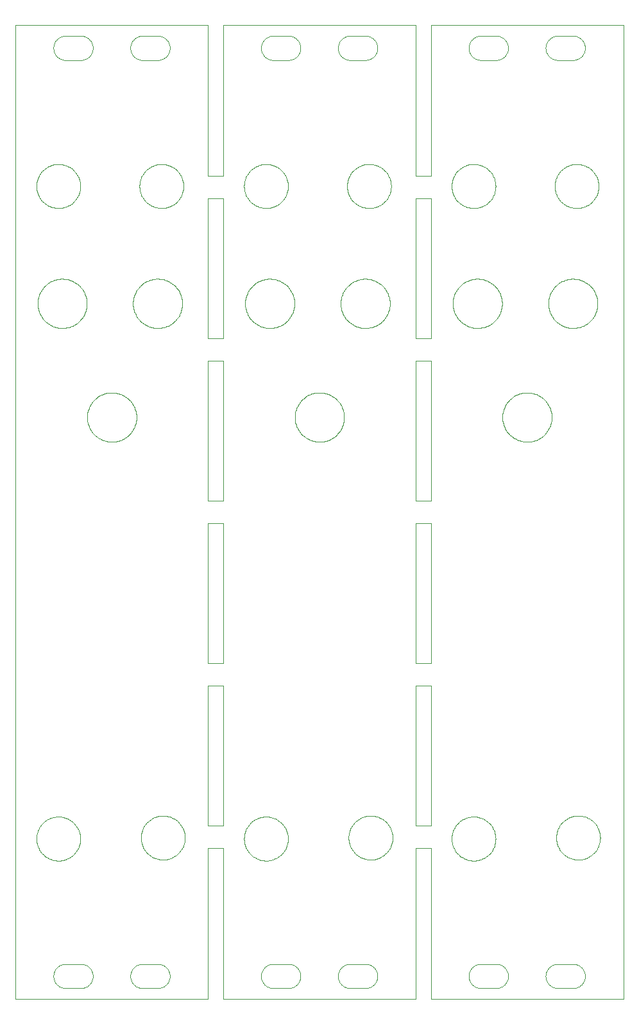
<source format=gm1>
G04 #@! TF.GenerationSoftware,KiCad,Pcbnew,8.0.4-8.0.4-0~ubuntu22.04.1*
G04 #@! TF.CreationDate,2024-07-28T23:22:14+02:00*
G04 #@! TF.ProjectId,FrontPanel_panel,46726f6e-7450-4616-9e65-6c5f70616e65,0.1*
G04 #@! TF.SameCoordinates,Original*
G04 #@! TF.FileFunction,Profile,NP*
%FSLAX46Y46*%
G04 Gerber Fmt 4.6, Leading zero omitted, Abs format (unit mm)*
G04 Created by KiCad (PCBNEW 8.0.4-8.0.4-0~ubuntu22.04.1) date 2024-07-28 23:22:14*
%MOMM*%
%LPD*%
G01*
G04 APERTURE LIST*
G04 #@! TA.AperFunction,Profile*
%ADD10C,0.100000*%
G04 #@! TD*
G04 APERTURE END LIST*
D10*
X169252767Y-24553508D02*
X169178504Y-24524361D01*
X139463766Y-125217585D02*
X139570694Y-125121944D01*
X185202268Y-125823074D02*
X185267239Y-125950978D01*
X147359107Y-74793166D02*
X147210007Y-74733021D01*
X169149140Y-53506212D02*
X169309803Y-53500248D01*
X117483113Y-58149765D02*
X117410301Y-58293106D01*
X111347356Y-128382146D02*
X111298661Y-128247204D01*
X123899069Y-22052416D02*
X123950350Y-21991302D01*
X172730211Y-71032406D02*
X172769577Y-70876526D01*
X111901921Y-54865807D02*
X111998342Y-54737155D01*
X116602268Y-42651925D02*
X116531051Y-42776460D01*
X144794811Y-21499476D02*
X144871608Y-21521083D01*
X151521539Y-146675671D02*
X151461723Y-146622882D01*
X182571495Y-143975638D02*
X182644213Y-144008449D01*
X166147356Y-126279077D02*
X166202665Y-126146708D01*
X113459801Y-145883344D02*
X113440115Y-145806033D01*
X180371634Y-59590996D02*
X180233068Y-59509464D01*
X154867033Y-143881724D02*
X154944811Y-143899476D01*
X168341590Y-22391940D02*
X168376205Y-22320062D01*
X144345396Y-58946491D02*
X144233841Y-59062264D01*
X171800000Y-147050000D02*
X169800000Y-147050000D01*
X157796023Y-56589275D02*
X157800000Y-56750000D01*
X153598073Y-124816485D02*
X153717968Y-124737708D01*
X141909803Y-59999751D02*
X141749140Y-59993787D01*
X130461723Y-40564922D02*
X130493399Y-40704841D01*
X129843872Y-54931882D02*
X129930488Y-55067329D01*
X140298928Y-124668838D02*
X140431971Y-124615170D01*
X146274050Y-74118047D02*
X146159664Y-74005068D01*
X154629753Y-147048011D02*
X154550000Y-147050000D01*
X126471665Y-53571578D02*
X126629680Y-53541921D01*
X141014359Y-22250000D02*
X141055958Y-22181925D01*
X113409107Y-59793166D02*
X113260007Y-59733021D01*
X183149649Y-24108697D02*
X183095386Y-24167178D01*
X179747357Y-42326534D02*
X179698662Y-42191592D01*
X152172153Y-41632771D02*
X152157981Y-41490013D01*
X175221665Y-74928421D02*
X175065311Y-74890986D01*
X181168703Y-38673408D02*
X181298929Y-38613226D01*
X135800000Y-128583333D02*
X135800000Y-148500000D01*
X135800000Y-82750000D02*
X134801000Y-82750000D01*
X127229753Y-143851988D02*
X127309308Y-143857950D01*
X171525805Y-126212550D02*
X171577823Y-126346247D01*
X157150663Y-54800885D02*
X157243872Y-54931882D01*
X166863767Y-39161973D02*
X166970695Y-39066332D01*
X166108945Y-56509036D02*
X166124827Y-56349048D01*
X115000551Y-38535209D02*
X115134880Y-38585570D01*
X111150887Y-41203270D02*
X111157981Y-41059986D01*
X184274099Y-43529475D02*
X184160375Y-43616925D01*
X168212417Y-145251050D02*
X168224307Y-145172162D01*
X130423167Y-40426740D02*
X130461723Y-40564922D01*
X127697232Y-21546491D02*
X127771495Y-21575638D01*
X171467239Y-42524021D02*
X171402268Y-42651925D01*
X150416800Y-69125428D02*
X150544249Y-69223432D01*
X178066696Y-69327619D02*
X178183841Y-69437735D01*
X115000000Y-143850000D02*
X117000000Y-143850000D01*
X178564359Y-22250000D02*
X178605958Y-22181925D01*
X116893398Y-127900770D02*
X116861722Y-128040689D01*
X133800000Y-64333333D02*
X134799000Y-64333333D01*
X118423794Y-146179937D02*
X118385640Y-146250000D01*
X182109308Y-143857950D02*
X182188467Y-143867870D01*
X144638467Y-21467870D02*
X144717033Y-21481724D01*
X138780211Y-57467593D02*
X138748602Y-57309957D01*
X124598342Y-54737155D02*
X124701007Y-54613429D01*
X151715703Y-144084734D02*
X151784793Y-144044845D01*
X138921176Y-55571556D02*
X138983161Y-55423211D01*
X155849100Y-146383989D02*
X155800930Y-146447583D01*
X142070564Y-53502237D02*
X142231031Y-53512173D01*
X142534880Y-43964429D02*
X142400551Y-44014790D01*
X142534879Y-124641182D02*
X142666554Y-124698124D01*
X184853763Y-39652679D02*
X184931051Y-39773539D01*
X128116087Y-144174587D02*
X128178460Y-144224328D01*
X173185640Y-22250000D02*
X173223794Y-22320062D01*
X157867239Y-125950978D02*
X157925806Y-126081938D01*
X185535815Y-126913519D02*
X185546451Y-127056584D01*
X155615272Y-59820454D02*
X155462123Y-59869379D01*
X123908945Y-56990963D02*
X123900994Y-56830386D01*
X168771539Y-144224328D02*
X168833912Y-144174587D01*
X179757981Y-126984986D02*
X179772153Y-126842228D01*
X117834296Y-24415265D02*
X117765206Y-24455154D01*
X157483113Y-58149765D02*
X157410301Y-58293106D01*
X177944249Y-74276567D02*
X177816800Y-74374571D01*
X172999649Y-144391302D02*
X173050930Y-144452416D01*
X140800497Y-23089889D02*
X140800497Y-23010110D01*
X181950000Y-24650000D02*
X179950000Y-24650000D01*
X166406844Y-125768243D02*
X166487098Y-125649332D01*
X173348342Y-69737155D02*
X173451007Y-69613429D01*
X118299100Y-146383989D02*
X118250930Y-146447583D01*
X178409801Y-145016655D02*
X178433316Y-144940421D01*
X181950000Y-143850000D02*
X182029753Y-143851988D01*
X182978460Y-146675671D02*
X182916087Y-146725412D01*
X117621495Y-21575638D02*
X117694213Y-21608449D01*
X123850899Y-146383989D02*
X123805958Y-146318074D01*
X173340198Y-22616655D02*
X173359884Y-22693966D01*
X130493399Y-40704841D02*
X130518116Y-40846155D01*
X141371539Y-21824328D02*
X141433912Y-21774587D01*
X178500663Y-69800885D02*
X178593872Y-69931882D01*
X128535640Y-22250000D02*
X128573794Y-22320062D01*
X182231031Y-53512173D02*
X182390810Y-53530033D01*
X165950886Y-127402341D02*
X165950886Y-127258882D01*
X152773136Y-43071076D02*
X152687099Y-42956279D01*
X181431972Y-43990441D02*
X181298929Y-43936773D01*
X169800000Y-143850000D02*
X171800000Y-143850000D01*
X111324827Y-56349048D02*
X111348602Y-56190042D01*
X125761701Y-125187785D02*
X125863767Y-125086973D01*
X156720659Y-124700567D02*
X156842465Y-124776355D01*
X149256742Y-68589329D02*
X149412123Y-68630620D01*
X154367506Y-124437536D02*
X154505200Y-124397273D01*
X145744041Y-23918074D02*
X145699100Y-23983989D01*
X118599502Y-23010110D02*
X118599502Y-23089889D01*
X117765206Y-144044845D02*
X117834296Y-144084734D01*
X168814131Y-124430833D02*
X168957580Y-124432608D01*
X171516696Y-59172380D02*
X171394249Y-59276567D01*
X152606845Y-42837368D02*
X152532569Y-42714633D01*
X114014131Y-124430833D02*
X114157580Y-124432608D01*
X153968703Y-124598408D02*
X154098929Y-124538226D01*
X173185640Y-144650000D02*
X173223794Y-144720062D01*
X151380211Y-56032406D02*
X151419577Y-55876526D01*
X113655958Y-146318074D02*
X113614359Y-146250000D01*
X152155188Y-143899476D02*
X152232966Y-143881724D01*
X127814132Y-130099778D02*
X127670771Y-130094456D01*
X183795253Y-38705896D02*
X183920659Y-38775567D01*
X127771495Y-24524361D02*
X127697232Y-24553508D01*
X124947357Y-40223465D02*
X125002666Y-40091096D01*
X172421495Y-24524361D02*
X172347232Y-24553508D01*
X154629753Y-24648011D02*
X154550000Y-24650000D01*
X156057611Y-53870832D02*
X156198152Y-53948912D01*
X139682221Y-38976096D02*
X139798073Y-38891485D01*
X114165703Y-146815265D02*
X114098687Y-146771982D01*
X115760374Y-129672537D02*
X115642464Y-129754256D01*
X173161981Y-73500929D02*
X173078741Y-73363382D01*
X146051007Y-69613429D02*
X146159664Y-69494931D01*
X141634793Y-24455154D02*
X141565703Y-24415265D01*
X157764268Y-56269398D02*
X157784103Y-56428944D01*
X145987582Y-145251050D02*
X145995526Y-145330431D01*
X138724827Y-57150951D02*
X138708945Y-56990963D01*
X166761701Y-39262785D02*
X166863767Y-39161973D01*
X152256699Y-42054406D02*
X152221573Y-41915314D01*
X145196023Y-56589275D02*
X145200000Y-56750000D01*
X172650994Y-71830386D02*
X172650994Y-71669613D01*
X139361701Y-43287214D02*
X139264744Y-43181478D01*
X179115703Y-21684734D02*
X179184793Y-21644845D01*
X134801000Y-128583333D02*
X135800000Y-128583333D01*
X130083113Y-55350234D02*
X130148748Y-55497000D01*
X179656699Y-42054406D02*
X179621573Y-41915314D01*
X124183912Y-144174587D02*
X124248687Y-144128017D01*
X126241612Y-43810043D02*
X126117968Y-43737291D01*
X181498929Y-124538226D02*
X181631972Y-124484558D01*
X155097232Y-146953508D02*
X155021608Y-146978916D01*
X139173135Y-129126688D02*
X139087098Y-129011891D01*
X172888276Y-146622882D02*
X172828460Y-146675671D01*
X179328504Y-146924361D02*
X179255786Y-146891550D01*
X168600350Y-21991302D02*
X168654613Y-21932821D01*
X130661723Y-127910077D02*
X130623167Y-128048259D01*
X169252767Y-143946491D02*
X169328391Y-143921083D01*
X168259801Y-23483344D02*
X168240115Y-23406033D01*
X123850899Y-23983989D02*
X123805958Y-23918074D01*
X115395253Y-38705896D02*
X115520659Y-38775567D01*
X171735815Y-40988519D02*
X171746451Y-41131584D01*
X173395526Y-145569568D02*
X173387582Y-145648949D01*
X170320659Y-43774432D02*
X170195253Y-43844103D01*
X180770695Y-124991332D02*
X180882221Y-124901096D01*
X168224307Y-22772162D02*
X168240115Y-22693966D01*
X142400550Y-124590821D02*
X142534879Y-124641182D01*
X124755188Y-143899476D02*
X124832966Y-143881724D01*
X139087099Y-39593720D02*
X139173136Y-39478923D01*
X113911723Y-21877117D02*
X113971539Y-21824328D01*
X183525692Y-22772162D02*
X183537582Y-22851050D01*
X149863381Y-74700201D02*
X149715814Y-74764016D01*
X144559308Y-143857950D02*
X144638467Y-143867870D01*
X183200930Y-144452416D02*
X183249100Y-144516010D01*
X144730488Y-58432670D02*
X144643872Y-58568117D01*
X113800350Y-24108697D02*
X113749069Y-24047583D01*
X154867033Y-24618275D02*
X154788467Y-24632129D01*
X111348602Y-56190042D02*
X111380211Y-56032406D01*
X119118868Y-69173642D02*
X119248703Y-69078820D01*
X162199000Y-107166666D02*
X162201000Y-107166666D01*
X112971634Y-53909003D02*
X113114064Y-53834423D01*
X113541590Y-22391940D02*
X113576205Y-22320062D01*
X155638276Y-144277117D02*
X155695386Y-144332821D01*
X116281741Y-129182455D02*
X116187430Y-129290558D01*
X182900766Y-124310862D02*
X183043338Y-124326798D01*
X121699510Y-68555772D02*
X121856742Y-68589329D01*
X116777824Y-40290635D02*
X116823167Y-40426740D01*
X170857611Y-59629167D02*
X170713381Y-59700201D01*
X123574307Y-23327837D02*
X123562417Y-23248949D01*
X178526205Y-144720062D02*
X178564359Y-144650000D01*
X185318116Y-40846155D02*
X185335815Y-40988519D01*
X179501007Y-58886570D02*
X179398342Y-58762844D01*
X179007859Y-72700635D02*
X178957044Y-72853167D01*
X126949140Y-59993787D02*
X126788968Y-59979884D01*
X139798073Y-38891485D02*
X139917968Y-38812708D01*
X157150663Y-58699114D02*
X157051090Y-58825342D01*
X171718116Y-41703844D02*
X171693399Y-41845158D01*
X157087889Y-43338251D02*
X156983360Y-43436508D01*
X124248687Y-24371982D02*
X124183912Y-24325412D01*
X171879753Y-24648011D02*
X171800000Y-24650000D01*
X156334660Y-54033846D02*
X156466800Y-54125428D01*
X145602406Y-73221886D02*
X145533161Y-73076788D01*
X143853762Y-128952932D02*
X143770591Y-129069822D01*
X183043338Y-130073201D02*
X182900766Y-130089137D01*
X117079753Y-143851988D02*
X117159308Y-143857950D01*
X142082966Y-24618275D02*
X142005188Y-24600523D01*
X142320246Y-21451988D02*
X142400000Y-21450000D01*
X125863767Y-129313026D02*
X125761701Y-129212214D01*
X176812123Y-68630620D02*
X176965272Y-68679545D01*
X171331051Y-42776460D02*
X171253763Y-42897320D01*
X144125806Y-42393061D02*
X144067239Y-42524021D01*
X144479753Y-24648011D02*
X144400000Y-24650000D01*
X151419577Y-57623473D02*
X151380211Y-57467593D01*
X179898662Y-128116592D02*
X179856699Y-127979406D01*
X114033912Y-144174587D02*
X114098687Y-144128017D01*
X183263895Y-38491553D02*
X183400551Y-38535209D01*
X125882221Y-38976096D02*
X125998073Y-38891485D01*
X138921176Y-57928443D02*
X138866604Y-57777215D01*
X141127848Y-124448560D02*
X141270770Y-124436155D01*
X124315703Y-146815265D02*
X124248687Y-146771982D01*
X166970694Y-125121944D02*
X167082220Y-125031708D01*
X151091590Y-146108059D02*
X151060602Y-146034545D01*
X140804473Y-145569568D02*
X140800497Y-145489889D01*
X179114268Y-71269398D02*
X179134103Y-71428944D01*
X129442465Y-124776355D02*
X129560375Y-124858074D01*
X180287099Y-128881279D02*
X180206845Y-128762368D01*
X166611981Y-58500929D02*
X166528741Y-58363382D01*
X167198072Y-124947097D02*
X167317967Y-124868320D01*
X140371634Y-53909003D02*
X140514064Y-53834423D01*
X149099510Y-68555772D02*
X149256742Y-68589329D01*
X173395526Y-22930431D02*
X173399502Y-23010110D01*
X112101007Y-58886570D02*
X111998342Y-58762844D01*
X178526205Y-146179937D02*
X178491590Y-146108059D01*
X145785640Y-22250000D02*
X145823794Y-22320062D01*
X123700663Y-73699114D02*
X123601090Y-73825342D01*
X168549069Y-146447583D02*
X168500899Y-146383989D01*
X155973794Y-22320062D02*
X156008409Y-22391940D01*
X112898928Y-129992385D02*
X112768702Y-129932203D01*
X124346023Y-71910724D02*
X124334103Y-72071055D01*
X134801000Y-107166666D02*
X135800000Y-107166666D01*
X171959308Y-147042049D02*
X171879753Y-147048011D01*
X116918116Y-40846155D02*
X116935815Y-40988519D01*
X179856699Y-126420593D02*
X179898662Y-126283407D01*
X179184793Y-21644845D02*
X179255786Y-21608449D01*
X141852767Y-146953508D02*
X141778504Y-146924361D01*
X141127849Y-44157051D02*
X140985715Y-44137593D01*
X168671665Y-53571578D02*
X168829680Y-53541921D01*
X127670771Y-130094456D02*
X127527849Y-130082051D01*
X118016604Y-70722784D02*
X118071176Y-70571556D01*
X166901007Y-54613429D02*
X167009664Y-54494931D01*
X145200000Y-56750000D02*
X145196023Y-56910724D01*
X114157580Y-124432608D02*
X114300765Y-124441474D01*
X148138968Y-74979884D02*
X147979680Y-74958078D01*
X153871665Y-59928421D02*
X153715311Y-59890986D01*
X157731051Y-128701460D02*
X157653763Y-128822320D01*
X128400930Y-24047583D02*
X128349649Y-24108697D01*
X152550000Y-143850000D02*
X154550000Y-143850000D01*
X152606845Y-39712631D02*
X152687099Y-39593720D01*
X163200000Y-107166666D02*
X163200000Y-125583333D01*
X116918116Y-41703844D02*
X116893399Y-41845158D01*
X113114064Y-53834423D02*
X113260007Y-53766978D01*
X169800551Y-38535209D02*
X169934880Y-38585570D01*
X175859803Y-68500248D02*
X176020564Y-68502237D01*
X113440115Y-145093966D02*
X113459801Y-145016655D01*
X145301312Y-24371982D02*
X145234296Y-24415265D01*
X153370695Y-124991332D02*
X153482221Y-124901096D01*
X133800000Y-82750000D02*
X133800000Y-64333333D01*
X183995253Y-124630896D02*
X184120659Y-124700567D01*
X183184947Y-130050233D02*
X183043338Y-130073201D01*
X126949140Y-53506212D02*
X127109803Y-53500248D01*
X117000000Y-24650000D02*
X115000000Y-24650000D01*
X180206845Y-125637631D02*
X180287099Y-125518720D01*
X178680488Y-73432670D02*
X178593872Y-73568117D01*
X168771539Y-24275671D02*
X168711723Y-24222882D01*
X166664743Y-125424133D02*
X166761700Y-125318397D01*
X117901312Y-21728017D02*
X117966087Y-21774587D01*
X155863895Y-44058446D02*
X155725247Y-44095290D01*
X181117968Y-124737708D02*
X181241612Y-124664956D01*
X114761532Y-24632129D02*
X114682966Y-24618275D01*
X118199649Y-144391302D02*
X118250930Y-144452416D01*
X185177824Y-40290635D02*
X185223167Y-40426740D01*
X113167505Y-124568148D02*
X113305199Y-124527885D01*
X183043338Y-124326798D02*
X183184947Y-124349766D01*
X154444717Y-44111129D02*
X154305200Y-44077726D01*
X124328741Y-58363382D02*
X124252406Y-58221886D01*
X154785715Y-130062593D02*
X154644717Y-130036129D01*
X125132569Y-39835366D02*
X125206845Y-39712631D01*
X145650930Y-24047583D02*
X145599649Y-24108697D01*
X174464064Y-68834423D02*
X174610007Y-68766978D01*
X126441612Y-129735043D02*
X126317968Y-129662291D01*
X184160375Y-38933074D02*
X184274099Y-39020524D01*
X155695386Y-144332821D02*
X155749649Y-144391302D01*
X150666696Y-74172380D02*
X150544249Y-74276567D01*
X166056699Y-40495593D02*
X166098662Y-40358407D01*
X178861723Y-24222882D02*
X178804613Y-24167178D01*
X171661723Y-41985077D02*
X171623167Y-42123259D01*
X155578460Y-24275671D02*
X155516087Y-24325412D01*
X125406845Y-125637631D02*
X125487099Y-125518720D01*
X151583912Y-144174587D02*
X151648687Y-144128017D01*
X141271665Y-59928421D02*
X141115311Y-59890986D01*
X140840115Y-145806033D02*
X140824307Y-145727837D01*
X171633841Y-54437735D02*
X171745396Y-54553508D01*
X111652406Y-55278113D02*
X111728741Y-55136617D01*
X129545396Y-54553508D02*
X129651090Y-54674657D01*
X151280488Y-70067329D02*
X151360301Y-70206893D01*
X182044717Y-130036129D02*
X181905200Y-130002726D01*
X178750350Y-21991302D02*
X178804613Y-21932821D01*
X135800000Y-42916666D02*
X135800000Y-61333333D01*
X173223794Y-146179937D02*
X173185640Y-146250000D01*
X171266800Y-59374571D02*
X171134660Y-59466153D01*
X153114064Y-53834423D02*
X153260007Y-53766978D01*
X144948748Y-55497000D02*
X145007044Y-55646832D01*
X123660602Y-22465454D02*
X123691590Y-22391940D01*
X151648687Y-24371982D02*
X151583912Y-24325412D01*
X123633316Y-22540421D02*
X123660602Y-22465454D01*
X124061723Y-24222882D02*
X124004613Y-24167178D01*
X139211981Y-58500929D02*
X139128741Y-58363382D01*
X182185715Y-130062593D02*
X182044717Y-130036129D01*
X130170592Y-128939210D02*
X130081742Y-129051843D01*
X179772153Y-126842228D02*
X179793368Y-126700345D01*
X151557044Y-72853167D02*
X151498748Y-73002999D01*
X156842465Y-129623644D02*
X156720659Y-129699432D01*
X183249100Y-146383989D02*
X183200930Y-146447583D01*
X168670770Y-124436155D02*
X168814131Y-124430833D01*
X141565703Y-146815265D02*
X141498687Y-146771982D01*
X138593367Y-127830266D02*
X138572152Y-127688383D01*
X152372153Y-126842228D02*
X152393368Y-126700345D01*
X123554473Y-145330431D02*
X123562417Y-145251050D01*
X146921634Y-68909003D02*
X147064064Y-68834423D01*
X185131051Y-128701460D02*
X185053763Y-128822320D01*
X141115311Y-53609013D02*
X141271665Y-53571578D01*
X153063767Y-43388026D02*
X152961701Y-43287214D01*
X156090198Y-145016655D02*
X156109884Y-145093966D01*
X178460602Y-22465454D02*
X178491590Y-22391940D01*
X111150886Y-127402341D02*
X111150886Y-127258882D01*
X128449100Y-144516010D02*
X128494041Y-144581925D01*
X111300994Y-56830386D02*
X111300994Y-56669613D01*
X114033912Y-146725412D02*
X113971539Y-146675671D01*
X126788968Y-59979884D02*
X126629680Y-59958078D01*
X166332568Y-128770245D02*
X166264453Y-128643987D01*
X183294041Y-23918074D02*
X183249100Y-23983989D01*
X113424307Y-145172162D02*
X113440115Y-145093966D01*
X153560999Y-59845864D02*
X153409107Y-59793166D01*
X177548152Y-68948912D02*
X177684660Y-69033846D01*
X157736568Y-56111029D02*
X157764268Y-56269398D01*
X166147356Y-128382146D02*
X166098661Y-128247204D01*
X140705200Y-38472273D02*
X140844717Y-38438870D01*
X150783841Y-69437735D02*
X150895396Y-69553508D01*
X141311723Y-144277117D02*
X141371539Y-144224328D01*
X145164268Y-56269398D02*
X145184103Y-56428944D01*
X124066604Y-55722784D02*
X124121176Y-55571556D01*
X179821573Y-126559685D02*
X179856699Y-126420593D01*
X157602268Y-39898074D02*
X157667239Y-40025978D01*
X166148602Y-56190042D02*
X166180211Y-56032406D01*
X173793882Y-69274768D02*
X173918868Y-69173642D01*
X113749069Y-144452416D02*
X113800350Y-144391302D01*
X168105199Y-130133338D02*
X167967505Y-130093075D01*
X155749649Y-21991302D02*
X155800930Y-22052416D01*
X173099100Y-23983989D02*
X173050930Y-24047583D01*
X179501007Y-54613429D02*
X179609664Y-54494931D01*
X151461723Y-21877117D02*
X151521539Y-21824328D01*
X124066604Y-57777215D02*
X124019577Y-57623473D01*
X128100766Y-130089137D02*
X127957581Y-130098003D01*
X121856742Y-68589329D02*
X122012123Y-68630620D01*
X125264454Y-125886624D02*
X125332569Y-125760366D01*
X114528391Y-24578916D02*
X114452767Y-24553508D01*
X173559664Y-74005068D02*
X173451007Y-73886570D01*
X184474099Y-124945524D02*
X184583360Y-125038491D01*
X140941590Y-22391940D02*
X140976205Y-22320062D01*
X126498929Y-38613226D02*
X126631972Y-38559558D01*
X118250930Y-146447583D02*
X118199649Y-146508697D01*
X123850899Y-22116010D02*
X123899069Y-22052416D01*
X153715311Y-59890986D02*
X153560999Y-59845864D01*
X114584947Y-38424766D02*
X114725247Y-38454709D01*
X168060007Y-59733021D02*
X167914064Y-59665576D01*
X117607044Y-57853167D02*
X117548748Y-58002999D01*
X124411981Y-58500929D02*
X124328741Y-58363382D01*
X134799000Y-82750000D02*
X133800000Y-82750000D01*
X140883316Y-23559578D02*
X140859801Y-23483344D01*
X111172152Y-127688383D02*
X111157980Y-127545625D01*
X155935640Y-23850000D02*
X155894041Y-23918074D01*
X111157980Y-127115598D02*
X111172152Y-126972840D01*
X157287889Y-125136748D02*
X157387431Y-125240053D01*
X172871176Y-72928443D02*
X172816604Y-72777215D01*
X168600350Y-24108697D02*
X168549069Y-24047583D01*
X185325806Y-126081938D02*
X185377824Y-126215635D01*
X177407611Y-74629167D02*
X177263381Y-74700201D01*
X179790691Y-147042049D02*
X179711532Y-147032129D01*
X157867239Y-128449021D02*
X157802268Y-128576925D01*
X152101007Y-58886570D02*
X151998342Y-58762844D01*
X116945396Y-54553508D02*
X117051090Y-54674657D01*
X126317968Y-124737708D02*
X126441612Y-124664956D01*
X118458409Y-146108059D02*
X118423794Y-146179937D01*
X123805958Y-144581925D02*
X123850899Y-144516010D01*
X154990810Y-59969966D02*
X154831031Y-59987826D01*
X171525805Y-128448673D02*
X171467238Y-128579633D01*
X142706742Y-59910670D02*
X142549510Y-59944227D01*
X155695386Y-24167178D02*
X155638276Y-24222882D01*
X156595253Y-124630896D02*
X156720659Y-124700567D01*
X179621573Y-40634685D02*
X179656699Y-40495593D01*
X177684660Y-74466153D02*
X177548152Y-74551087D01*
X183490198Y-23483344D02*
X183466683Y-23559578D01*
X172564268Y-56269398D02*
X172584103Y-56428944D01*
X168212417Y-145648949D02*
X168204473Y-145569568D01*
X169720246Y-147048011D02*
X169640691Y-147042049D01*
X152155188Y-147000523D02*
X152078391Y-146978916D01*
X182784296Y-144084734D02*
X182851312Y-144128017D01*
X166056699Y-42054406D02*
X166021573Y-41915314D01*
X125433068Y-53990535D02*
X125571634Y-53909003D01*
X124121176Y-57928443D02*
X124066604Y-57777215D01*
X169800000Y-147050000D02*
X169720246Y-147048011D01*
X142320246Y-147048011D02*
X142240691Y-147042049D01*
X178491590Y-22391940D02*
X178526205Y-22320062D01*
X155443338Y-44148201D02*
X155300766Y-44164137D01*
X124856699Y-42054406D02*
X124821573Y-41915314D01*
X118088276Y-146622882D02*
X118028460Y-146675671D01*
X172769577Y-72623473D02*
X172730211Y-72467593D01*
X180998073Y-124816485D02*
X181117968Y-124737708D01*
X112398073Y-43658514D02*
X112282221Y-43573903D01*
X151521176Y-57928443D02*
X151466604Y-57777215D01*
X151060602Y-144865454D02*
X151091590Y-144791940D01*
X128666683Y-145959578D02*
X128639397Y-146034545D01*
X151001090Y-69674657D02*
X151100663Y-69800885D01*
X142400000Y-24650000D02*
X142320246Y-24648011D01*
X183263895Y-44058446D02*
X183125247Y-44095290D01*
X134801000Y-85750000D02*
X135800000Y-85750000D01*
X179048687Y-24371982D02*
X178983912Y-24325412D01*
X166406845Y-42837368D02*
X166332569Y-42714633D01*
X182700766Y-38385862D02*
X182843338Y-38401798D01*
X124346023Y-71589275D02*
X124350000Y-71750000D01*
X162201000Y-64333333D02*
X163200000Y-64333333D01*
X161200000Y-107166666D02*
X162199000Y-107166666D01*
X172347232Y-21546491D02*
X172421495Y-21575638D01*
X125663767Y-43388026D02*
X125561701Y-43287214D01*
X171402268Y-42651925D02*
X171331051Y-42776460D01*
X172494213Y-144008449D02*
X172565206Y-144044845D01*
X151652406Y-58221886D02*
X151583161Y-58076788D01*
X157481742Y-125348156D02*
X157570592Y-125460789D01*
X166021573Y-40634685D02*
X166056699Y-40495593D01*
X138747356Y-128382146D02*
X138698661Y-128247204D01*
X152101007Y-54613429D02*
X152209664Y-54494931D01*
X171749999Y-127330612D02*
X171746450Y-127474027D01*
X117874827Y-71349048D02*
X117898602Y-71190042D01*
X155925247Y-130020290D02*
X155784947Y-130050233D01*
X168376205Y-144720062D02*
X168414359Y-144650000D01*
X117471608Y-24578916D02*
X117394811Y-24600523D01*
X172871176Y-70571556D02*
X172933161Y-70423211D01*
X182614132Y-130099778D02*
X182470771Y-130094456D01*
X185184103Y-56428944D02*
X185196023Y-56589275D01*
X112833068Y-53990535D02*
X112971634Y-53909003D01*
X162199000Y-85750000D02*
X162201000Y-85750000D01*
X129987431Y-125240053D02*
X130081742Y-125348156D01*
X166266604Y-55722784D02*
X166321176Y-55571556D01*
X124061723Y-146622882D02*
X124004613Y-146567178D01*
X118548342Y-69737155D02*
X118651007Y-69613429D01*
X144559308Y-21457950D02*
X144638467Y-21467870D01*
X145184103Y-56428944D02*
X145196023Y-56589275D01*
X155913381Y-53799798D02*
X156057611Y-53870832D01*
X141634793Y-146855154D02*
X141565703Y-146815265D01*
X163200000Y-42916666D02*
X163200000Y-61333333D01*
X126009107Y-53706833D02*
X126160999Y-53654135D01*
X181168703Y-43876591D02*
X181041612Y-43810043D01*
X173258409Y-22391940D02*
X173289397Y-22465454D01*
X127614132Y-38375221D02*
X127757581Y-38376996D01*
X185131051Y-125698539D02*
X185202268Y-125823074D01*
X128737582Y-23248949D02*
X128725692Y-23327837D01*
X180960999Y-59845864D02*
X180809107Y-59793166D01*
X129545396Y-58946491D02*
X129433841Y-59062264D01*
X114098687Y-21728017D02*
X114165703Y-21684734D01*
X129474099Y-39020524D02*
X129583360Y-39113491D01*
X145428460Y-146675671D02*
X145366087Y-146725412D01*
X130718116Y-127628844D02*
X130693399Y-127770158D01*
X157602268Y-42651925D02*
X157531051Y-42776460D01*
X129783360Y-125038491D02*
X129887889Y-125136748D01*
X155021608Y-146978916D02*
X154944811Y-147000523D01*
X145602406Y-70278113D02*
X145678741Y-70136617D01*
X143587430Y-125370665D02*
X143681741Y-125478768D01*
X155244213Y-144008449D02*
X155315206Y-144044845D01*
X113412417Y-145648949D02*
X113404473Y-145569568D01*
X144794811Y-24600523D02*
X144717033Y-24618275D01*
X150284660Y-74466153D02*
X150148152Y-74551087D01*
X185350000Y-41275000D02*
X185346451Y-41418415D01*
X124004613Y-146567178D02*
X123950350Y-146508697D01*
X125206845Y-39712631D02*
X125287099Y-39593720D01*
X170195253Y-38705896D02*
X170320659Y-38775567D01*
X140883316Y-145959578D02*
X140859801Y-145883344D01*
X140514064Y-53834423D02*
X140660007Y-53766978D01*
X170066554Y-124698124D02*
X170195252Y-124761508D01*
X114378504Y-143975638D02*
X114452767Y-143946491D01*
X154944811Y-21499476D02*
X155021608Y-21521083D01*
X125487099Y-125518720D02*
X125573136Y-125403923D01*
X142263895Y-38491553D02*
X142400551Y-38535209D01*
X179134103Y-71428944D02*
X179146023Y-71589275D01*
X129750663Y-54800885D02*
X129843872Y-54931882D01*
X152464454Y-39961624D02*
X152532569Y-39835366D01*
X124248687Y-21728017D02*
X124315703Y-21684734D01*
X117548748Y-55497000D02*
X117607044Y-55646832D01*
X152256699Y-40495593D02*
X152298662Y-40358407D01*
X166264453Y-126017236D02*
X166332568Y-125890978D01*
X111532569Y-42714633D02*
X111464454Y-42588375D01*
X155070771Y-130094456D02*
X154927849Y-130082051D01*
X140812417Y-23248949D02*
X140804473Y-23169568D01*
X138864453Y-126017236D02*
X138932568Y-125890978D01*
X117736568Y-56111029D02*
X117764268Y-56269398D01*
X147064064Y-74665576D02*
X146921634Y-74590996D01*
X112517968Y-38812708D02*
X112641612Y-38739956D01*
X151784793Y-21644845D02*
X151855786Y-21608449D01*
X143165814Y-53735983D02*
X143313381Y-53799798D01*
X179052406Y-58221886D02*
X178983161Y-58076788D01*
X179932569Y-42714633D02*
X179864454Y-42588375D01*
X155300766Y-44164137D02*
X155157581Y-44173003D01*
X155315206Y-146855154D02*
X155244213Y-146891550D01*
X150950497Y-23089889D02*
X150950497Y-23010110D01*
X112641611Y-124795568D02*
X112768702Y-124729020D01*
X114990810Y-53530033D02*
X115149510Y-53555772D01*
X185535815Y-127486480D02*
X185518116Y-127628844D01*
X155451312Y-24371982D02*
X155384296Y-24415265D01*
X127900766Y-44164137D02*
X127757581Y-44173003D01*
X156466555Y-124567512D02*
X156595253Y-124630896D01*
X171693399Y-41845158D02*
X171661723Y-41985077D01*
X152602666Y-126016096D02*
X152664454Y-125886624D01*
X118199649Y-146508697D02*
X118145386Y-146567178D01*
X161200000Y-85750000D02*
X162199000Y-85750000D01*
X114300765Y-124441474D02*
X114443337Y-124457410D01*
X123691590Y-22391940D02*
X123726205Y-22320062D01*
X116946450Y-127187196D02*
X116949999Y-127330612D01*
X144261723Y-40564922D02*
X144293399Y-40704841D01*
X125202666Y-128383903D02*
X125147357Y-128251534D01*
X156200551Y-124460209D02*
X156334880Y-124510570D01*
X185335815Y-41561480D02*
X185318116Y-41703844D01*
X118088276Y-144277117D02*
X118145386Y-144332821D01*
X114725247Y-38454709D02*
X114863895Y-38491553D01*
X169384946Y-130180845D02*
X169243337Y-130203813D01*
X130377824Y-42259364D02*
X130325806Y-42393061D01*
X171879753Y-147048011D02*
X171800000Y-147050000D01*
X115000000Y-21450000D02*
X117000000Y-21450000D01*
X157330488Y-58432670D02*
X157243872Y-58568117D01*
X124950887Y-127128270D02*
X124957981Y-126984986D01*
X127150000Y-24650000D02*
X125150000Y-24650000D01*
X123950350Y-21991302D02*
X124004613Y-21932821D01*
X123726205Y-144720062D02*
X123764359Y-144650000D01*
X180173136Y-43071076D02*
X180087099Y-42956279D01*
X145975692Y-145172162D02*
X145987582Y-145251050D01*
X165993368Y-40775345D02*
X166021573Y-40634685D01*
X182644213Y-24491550D02*
X182571495Y-24524361D01*
X138550886Y-127402341D02*
X138550886Y-127258882D01*
X147665311Y-74890986D02*
X147510999Y-74845864D01*
X123609801Y-145016655D02*
X123633316Y-144940421D01*
X145650930Y-144452416D02*
X145699100Y-144516010D01*
X185267239Y-128449021D02*
X185202268Y-128576925D01*
X118540198Y-23483344D02*
X118516683Y-23559578D01*
X123590115Y-145806033D02*
X123574307Y-145727837D01*
X144479753Y-147048011D02*
X144400000Y-147050000D01*
X113871665Y-53571578D02*
X114029680Y-53541921D01*
X124314268Y-71269398D02*
X124334103Y-71428944D01*
X133800000Y-42916666D02*
X134799000Y-42916666D01*
X150954473Y-23169568D02*
X150950497Y-23089889D01*
X168209107Y-53706833D02*
X168360999Y-53654135D01*
X141565703Y-21684734D02*
X141634793Y-21644845D01*
X124183161Y-55423211D02*
X124252406Y-55278113D01*
X141414132Y-44174778D02*
X141270771Y-44169456D01*
X141928391Y-143921083D02*
X142005188Y-143899476D01*
X171253762Y-128952932D02*
X171170591Y-129069822D01*
X127185715Y-44137593D02*
X127044717Y-44111129D01*
X166573135Y-129126688D02*
X166487098Y-129011891D01*
X116833841Y-54437735D02*
X116945396Y-54553508D01*
X122165272Y-68679545D02*
X122315814Y-68735983D01*
X179864454Y-39961624D02*
X179932569Y-39835366D01*
X170560374Y-124988686D02*
X170674098Y-125076136D01*
X130735815Y-127486480D02*
X130718116Y-127628844D01*
X178957044Y-72853167D02*
X178898748Y-73002999D01*
X168455958Y-23918074D02*
X168414359Y-23850000D01*
X141127849Y-38392948D02*
X141270771Y-38380543D01*
X154870771Y-38380543D02*
X155014132Y-38375221D01*
X113576205Y-144720062D02*
X113614359Y-144650000D01*
X172698602Y-72309957D02*
X172674827Y-72150951D01*
X173050930Y-24047583D02*
X172999649Y-24108697D01*
X156134880Y-38585570D02*
X156266555Y-38642512D01*
X152971634Y-53909003D02*
X153114064Y-53834423D01*
X141928391Y-21521083D02*
X142005188Y-21499476D01*
X123691590Y-146108059D02*
X123660602Y-146034545D01*
X111172153Y-41632771D02*
X111157981Y-41490013D01*
X151060602Y-146034545D02*
X151033316Y-145959578D01*
X183866555Y-124567512D02*
X183995253Y-124630896D01*
X185546451Y-127056584D02*
X185550000Y-127200000D01*
X113585714Y-130193205D02*
X113444716Y-130166741D01*
X162201000Y-125583333D02*
X162199000Y-125583333D01*
X172407044Y-57853167D02*
X172348748Y-58002999D01*
X130577824Y-128184364D02*
X130525806Y-128318061D01*
X152078391Y-21521083D02*
X152155188Y-21499476D01*
X113971539Y-146675671D02*
X113911723Y-146622882D01*
X143015272Y-59820454D02*
X142862123Y-59869379D01*
X111298662Y-40358407D02*
X111347357Y-40223465D01*
X139173135Y-125534535D02*
X139264743Y-125424133D01*
X122315814Y-74764016D02*
X122165272Y-74820454D01*
X140041611Y-124795568D02*
X140168702Y-124729020D01*
X151901921Y-58634192D02*
X151811981Y-58500929D01*
X178861723Y-144277117D02*
X178921539Y-144224328D01*
X168204473Y-145569568D02*
X168200497Y-145489889D01*
X179698662Y-42191592D02*
X179656699Y-42054406D01*
X183545526Y-23169568D02*
X183537582Y-23248949D01*
X130402268Y-128576925D02*
X130331051Y-128701460D01*
X145987582Y-22851050D02*
X145995526Y-22930431D01*
X130325806Y-42393061D02*
X130267239Y-42524021D01*
X118199649Y-21991302D02*
X118250930Y-22052416D01*
X138698662Y-40358407D02*
X138747357Y-40223465D01*
X168105199Y-124527885D02*
X168244716Y-124494482D01*
X181909803Y-59999751D02*
X181749140Y-59993787D01*
X170320658Y-129830044D02*
X170195252Y-129899715D01*
X141270770Y-130225068D02*
X141127848Y-130212663D01*
X129066555Y-129832487D02*
X128934880Y-129889429D01*
X175379680Y-68541921D02*
X175538968Y-68520115D01*
X170674099Y-39020524D02*
X170783360Y-39113491D01*
X157925806Y-126081938D02*
X157977824Y-126215635D01*
X151811981Y-58500929D02*
X151728741Y-58363382D01*
X150974307Y-22772162D02*
X150990115Y-22693966D01*
X155157581Y-44173003D02*
X155014132Y-44174778D01*
X173395526Y-23169568D02*
X173387582Y-23248949D01*
X168898687Y-144128017D02*
X168965703Y-144084734D01*
X179478391Y-24578916D02*
X179402767Y-24553508D01*
X113870771Y-44169456D02*
X113727849Y-44157051D01*
X170887889Y-39211748D02*
X170987431Y-39315053D01*
X182916087Y-144174587D02*
X182978460Y-144224328D01*
X156395253Y-43844103D02*
X156266555Y-43907487D01*
X141433912Y-21774587D02*
X141498687Y-21728017D01*
X171735814Y-127044131D02*
X171746450Y-127187196D01*
X168500899Y-23983989D02*
X168455958Y-23918074D01*
X145916683Y-23559578D02*
X145889397Y-23634545D01*
X168240115Y-145806033D02*
X168224307Y-145727837D01*
X178066696Y-74172380D02*
X177944249Y-74276567D01*
X155149510Y-59944227D02*
X154990810Y-59969966D01*
X152550000Y-21450000D02*
X154550000Y-21450000D01*
X124033113Y-70350234D02*
X124098748Y-70497000D01*
X126368703Y-38673408D02*
X126498929Y-38613226D01*
X170565814Y-59764016D02*
X170415272Y-59820454D01*
X116602267Y-125953686D02*
X116667238Y-126081590D01*
X115642465Y-43698644D02*
X115520659Y-43774432D01*
X151308945Y-56990963D02*
X151300994Y-56830386D01*
X168414359Y-23850000D02*
X168376205Y-23779937D01*
X140910602Y-146034545D02*
X140883316Y-145959578D01*
X145858409Y-144791940D02*
X145889397Y-144865454D01*
X154305200Y-44077726D02*
X154167506Y-44037463D01*
X113614359Y-23850000D02*
X113576205Y-23779937D01*
X153409107Y-59793166D02*
X153260007Y-59733021D01*
X128745526Y-22930431D02*
X128749502Y-23010110D01*
X145250994Y-71669613D02*
X145258945Y-71509036D01*
X115134880Y-38585570D02*
X115266555Y-38642512D01*
X127309308Y-143857950D02*
X127388467Y-143867870D01*
X128725692Y-22772162D02*
X128737582Y-22851050D01*
X127105200Y-130002726D02*
X126967506Y-129962463D01*
X157657859Y-55799364D02*
X157701069Y-55954223D01*
X144223166Y-126482352D02*
X144261722Y-126620534D01*
X183125247Y-44095290D02*
X182984947Y-44125233D01*
X140567505Y-124568148D02*
X140705199Y-124527885D01*
X142082966Y-21481724D02*
X142161532Y-21467870D01*
X128043338Y-44148201D02*
X127900766Y-44164137D01*
X111521176Y-55571556D02*
X111583161Y-55423211D01*
X180464744Y-129106478D02*
X180373136Y-128996076D01*
X179870246Y-147048011D02*
X179790691Y-147042049D01*
X117701069Y-57545776D02*
X117657859Y-57700635D01*
X127467033Y-24618275D02*
X127388467Y-24632129D01*
X115615272Y-59820454D02*
X115462123Y-59869379D01*
X161200000Y-42916666D02*
X162199000Y-42916666D01*
X120421665Y-74928421D02*
X120265311Y-74890986D01*
X124793368Y-40775345D02*
X124821573Y-40634685D01*
X170442464Y-124906967D02*
X170560374Y-124988686D01*
X145858409Y-23708059D02*
X145823794Y-23779937D01*
X185267239Y-125950978D02*
X185325806Y-126081938D01*
X151521539Y-24275671D02*
X151461723Y-24222882D01*
X152687099Y-39593720D02*
X152773136Y-39478923D01*
X172999649Y-146508697D02*
X172945386Y-146567178D01*
X114863894Y-130114058D02*
X114725246Y-130150902D01*
X152324050Y-54381952D02*
X152443882Y-54274768D01*
X123144249Y-69223432D02*
X123266696Y-69327619D01*
X139301921Y-54865807D02*
X139398342Y-54737155D01*
X128513381Y-59700201D02*
X128365814Y-59764016D01*
X182644213Y-144008449D02*
X182715206Y-144044845D01*
X139609664Y-54494931D02*
X139724050Y-54381952D01*
X144559308Y-147042049D02*
X144479753Y-147048011D01*
X171718116Y-40846155D02*
X171735815Y-40988519D01*
X179950000Y-143850000D02*
X181950000Y-143850000D01*
X184787431Y-129159946D02*
X184687889Y-129263251D01*
X138748602Y-56190042D02*
X138780211Y-56032406D01*
X140910602Y-144865454D02*
X140941590Y-144791940D01*
X141852767Y-21546491D02*
X141928391Y-21521083D01*
X114165703Y-144084734D02*
X114234793Y-144044845D01*
X178390115Y-145806033D02*
X178374307Y-145727837D01*
X179593368Y-40775345D02*
X179621573Y-40634685D01*
X127327849Y-38392948D02*
X127470771Y-38380543D01*
X117238467Y-21467870D02*
X117317033Y-21481724D01*
X151583912Y-24325412D02*
X151521539Y-24275671D01*
X139264743Y-125424133D02*
X139361700Y-125318397D01*
X139006845Y-39712631D02*
X139087099Y-39593720D01*
X112768702Y-129932203D02*
X112641611Y-129865655D01*
X183994249Y-54223432D02*
X184116696Y-54327619D01*
X182109308Y-21457950D02*
X182188467Y-21467870D01*
X172283113Y-55350234D02*
X172348748Y-55497000D01*
X141254613Y-146567178D02*
X141200350Y-146508697D01*
X156137582Y-22851050D02*
X156145526Y-22930431D01*
X125287099Y-39593720D02*
X125373136Y-39478923D01*
X179711532Y-24632129D02*
X179632966Y-24618275D01*
X151855786Y-24491550D02*
X151784793Y-24455154D01*
X113727848Y-124448560D02*
X113870770Y-124436155D01*
X129583360Y-39113491D02*
X129687889Y-39211748D01*
X144947232Y-146953508D02*
X144871608Y-146978916D01*
X145057859Y-55799364D02*
X145101069Y-55954223D01*
X168814131Y-130230390D02*
X168670770Y-130225068D01*
X182029753Y-147048011D02*
X181950000Y-147050000D01*
X116861722Y-128040689D02*
X116823166Y-128178871D01*
X166487098Y-125649332D02*
X166573135Y-125534535D01*
X111606845Y-42837368D02*
X111532569Y-42714633D01*
X178390115Y-23406033D02*
X178374307Y-23327837D01*
X114682966Y-147018275D02*
X114605188Y-147000523D01*
X184881742Y-125348156D02*
X184970592Y-125460789D01*
X181905200Y-124397273D02*
X182044717Y-124363870D01*
X171950663Y-54800885D02*
X172043872Y-54931882D01*
X183525692Y-145172162D02*
X183537582Y-145251050D01*
X144810301Y-55206893D02*
X144883113Y-55350234D01*
X117471608Y-146978916D02*
X117394811Y-147000523D01*
X125433068Y-59509464D02*
X125298703Y-59421179D01*
X126631972Y-38559558D02*
X126767506Y-38512536D01*
X171661722Y-126620534D02*
X171693398Y-126760453D01*
X142862123Y-53630620D02*
X143015272Y-53679545D01*
X130257859Y-57700635D02*
X130207044Y-57853167D01*
X138864454Y-39961624D02*
X138932569Y-39835366D01*
X182497232Y-143946491D02*
X182571495Y-143975638D01*
X185053763Y-128822320D02*
X184970592Y-128939210D01*
X156595253Y-129769103D02*
X156466555Y-129832487D01*
X152732569Y-125760366D02*
X152806845Y-125637631D01*
X139398342Y-58762844D02*
X139301921Y-58634192D01*
X127185715Y-38412406D02*
X127327849Y-38392948D01*
X118595526Y-23169568D02*
X118587582Y-23248949D01*
X114840691Y-143857950D02*
X114920246Y-143851988D01*
X179632966Y-24618275D02*
X179555188Y-24600523D01*
X182390810Y-53530033D02*
X182549510Y-53555772D01*
X172766087Y-146725412D02*
X172701312Y-146771982D01*
X118028460Y-21824328D02*
X118088276Y-21877117D01*
X181909803Y-53500248D02*
X182070564Y-53502237D01*
X156008409Y-146108059D02*
X155973794Y-146179937D01*
X143734660Y-54033846D02*
X143866800Y-54125428D01*
X155516087Y-24325412D02*
X155451312Y-24371982D01*
X114831031Y-53512173D02*
X114990810Y-53530033D01*
X152532569Y-39835366D02*
X152606845Y-39712631D01*
X157925806Y-128318061D02*
X157867239Y-128449021D01*
X130623167Y-128048259D02*
X130577824Y-128184364D01*
X116893399Y-41845158D02*
X116861723Y-41985077D01*
X166124827Y-56349048D02*
X166148602Y-56190042D01*
X168898687Y-146771982D02*
X168833912Y-146725412D01*
X129651090Y-58825342D02*
X129545396Y-58946491D01*
X139570694Y-129539279D02*
X139463766Y-129443638D01*
X165972153Y-41632771D02*
X165957981Y-41490013D01*
X162201000Y-104166666D02*
X162199000Y-104166666D01*
X142320246Y-24648011D02*
X142240691Y-24642049D01*
X170783359Y-129492120D02*
X170674098Y-129585087D01*
X183666555Y-43907487D02*
X183534880Y-43964429D01*
X127527849Y-124317948D02*
X127670771Y-124305543D01*
X170262123Y-53630620D02*
X170415272Y-53679545D01*
X130331051Y-128701460D02*
X130253763Y-128822320D01*
X148940810Y-74969966D02*
X148781031Y-74987826D01*
X166573136Y-39478923D02*
X166664744Y-39368521D01*
X118516683Y-144940421D02*
X118540198Y-145016655D01*
X116602268Y-39898074D02*
X116667239Y-40025978D01*
X117765206Y-21644845D02*
X117834296Y-21684734D01*
X169252767Y-21546491D02*
X169328391Y-21521083D01*
X139501007Y-54613429D02*
X139609664Y-54494931D01*
X143866800Y-54125428D02*
X143994249Y-54223432D01*
X157453763Y-42897320D02*
X157370592Y-43014210D01*
X129674099Y-129454475D02*
X129560375Y-129541925D01*
X179114268Y-72230601D02*
X179086568Y-72388970D01*
X170783360Y-39113491D02*
X170887889Y-39211748D01*
X143487888Y-129393863D02*
X143383359Y-129492120D01*
X125561701Y-43287214D02*
X125464744Y-43181478D01*
X151648687Y-21728017D02*
X151715703Y-21684734D01*
X185346451Y-41418415D02*
X185335815Y-41561480D01*
X113727848Y-130212663D02*
X113585714Y-130193205D01*
X162199000Y-125583333D02*
X161200000Y-125583333D01*
X167441611Y-129865655D02*
X167317967Y-129792903D01*
X172348748Y-55497000D02*
X172407044Y-55646832D01*
X185136568Y-57388970D02*
X185101069Y-57545776D01*
X141311723Y-21877117D02*
X141371539Y-21824328D01*
X117547232Y-21546491D02*
X117621495Y-21575638D01*
X114305786Y-146891550D02*
X114234793Y-146855154D01*
X182270771Y-38380543D02*
X182414132Y-38375221D01*
X175221665Y-68571578D02*
X175379680Y-68541921D01*
X150950497Y-145410110D02*
X150954473Y-145330431D01*
X151419577Y-55876526D02*
X151466604Y-55722784D01*
X123633316Y-23559578D02*
X123609801Y-23483344D01*
X171623166Y-128178871D02*
X171577823Y-128314976D01*
X176499510Y-74944227D02*
X176340810Y-74969966D01*
X181041612Y-38739956D02*
X181168703Y-38673408D01*
X128666683Y-23559578D02*
X128639397Y-23634545D01*
X119664064Y-74665576D02*
X119521634Y-74590996D01*
X113483316Y-144940421D02*
X113510602Y-144865454D01*
X151734103Y-71428944D02*
X151746023Y-71589275D01*
X181588968Y-59979884D02*
X181429680Y-59958078D01*
X151033316Y-145959578D02*
X151009801Y-145883344D01*
X154727849Y-38392948D02*
X154870771Y-38380543D01*
X163200000Y-125583333D02*
X162201000Y-125583333D01*
X173050930Y-144452416D02*
X173099100Y-144516010D01*
X143734660Y-59466153D02*
X143598152Y-59551087D01*
X124315703Y-21684734D02*
X124384793Y-21644845D01*
X169405188Y-21499476D02*
X169482966Y-21481724D01*
X182029753Y-143851988D02*
X182109308Y-143857950D01*
X115874099Y-43529475D02*
X115760375Y-43616925D01*
X184587431Y-39315053D02*
X184681742Y-39423156D01*
X168829680Y-53541921D02*
X168988968Y-53520115D01*
X115913381Y-53799798D02*
X116057611Y-53870832D01*
X155384296Y-146815265D02*
X155315206Y-146855154D01*
X166863767Y-43388026D02*
X166761701Y-43287214D01*
X173348342Y-73762844D02*
X173251921Y-73634192D01*
X127957581Y-130098003D02*
X127814132Y-130099778D01*
X180132569Y-128639633D02*
X180064454Y-128513375D01*
X151299069Y-24047583D02*
X151250899Y-23983989D01*
X155894041Y-144581925D02*
X155935640Y-144650000D01*
X167498703Y-54078820D02*
X167633068Y-53990535D01*
X168988968Y-53520115D02*
X169149140Y-53506212D01*
X130461723Y-41985077D02*
X130423167Y-42123259D01*
X117079753Y-21451988D02*
X117159308Y-21457950D01*
X169384946Y-124480378D02*
X169525246Y-124510321D01*
X117238467Y-24632129D02*
X117159308Y-24642049D01*
X156039397Y-144865454D02*
X156066683Y-144940421D01*
X116057611Y-53870832D02*
X116198152Y-53948912D01*
X162201000Y-39916666D02*
X162199000Y-39916666D01*
X124832966Y-21481724D02*
X124911532Y-21467870D01*
X117607044Y-55646832D02*
X117657859Y-55799364D01*
X116725805Y-126212550D02*
X116777823Y-126346247D01*
X114452767Y-146953508D02*
X114378504Y-146924361D01*
X181241612Y-124664956D02*
X181368703Y-124598408D01*
X169243338Y-38401798D02*
X169384947Y-38424766D01*
X179757981Y-127415013D02*
X179750887Y-127271729D01*
X117901312Y-24371982D02*
X117834296Y-24415265D01*
X167771634Y-59590996D02*
X167633068Y-59509464D01*
X171577823Y-126346247D02*
X171623166Y-126482352D01*
X130693399Y-126629841D02*
X130718116Y-126771155D01*
X167082220Y-129629515D02*
X166970694Y-129539279D01*
X178748602Y-56190042D02*
X178780211Y-56032406D01*
X173289397Y-22465454D02*
X173316683Y-22540421D01*
X178983161Y-55423211D02*
X179052406Y-55278113D01*
X113800350Y-146508697D02*
X113749069Y-146447583D01*
X173316683Y-22540421D02*
X173340198Y-22616655D01*
X141149069Y-144452416D02*
X141200350Y-144391302D01*
X151607859Y-72700635D02*
X151557044Y-72853167D01*
X179870246Y-21451988D02*
X179950000Y-21450000D01*
X113444716Y-124494482D02*
X113585714Y-124468018D01*
X171745396Y-54553508D02*
X171851090Y-54674657D01*
X113614359Y-22250000D02*
X113655958Y-22181925D01*
X151360301Y-70206893D02*
X151433113Y-70350234D01*
X172828460Y-144224328D02*
X172888276Y-144277117D01*
X116187430Y-125370665D02*
X116281741Y-125478768D01*
X128666683Y-22540421D02*
X128690198Y-22616655D01*
X114528391Y-146978916D02*
X114452767Y-146953508D01*
X139087098Y-125649332D02*
X139173135Y-125534535D01*
X178866604Y-57777215D02*
X178819577Y-57623473D01*
X115149510Y-53555772D02*
X115306742Y-53589329D01*
X169631031Y-53512173D02*
X169790810Y-53530033D01*
X130735815Y-126913519D02*
X130746451Y-127056584D01*
X113483316Y-23559578D02*
X113459801Y-23483344D01*
X123950350Y-24108697D02*
X123899069Y-24047583D01*
X144116696Y-54327619D02*
X144233841Y-54437735D01*
X117898602Y-71190042D02*
X117930211Y-71032406D01*
X173289397Y-23634545D02*
X173258409Y-23708059D01*
X125664744Y-129106478D02*
X125573136Y-128996076D01*
X127527849Y-130082051D02*
X127385715Y-130062593D01*
X116861723Y-40564922D02*
X116893399Y-40704841D01*
X151100663Y-73699114D02*
X151001090Y-73825342D01*
X138593367Y-126830957D02*
X138621572Y-126690297D01*
X157736568Y-57388970D02*
X157701069Y-57545776D01*
X118595526Y-22930431D02*
X118599502Y-23010110D01*
X168515311Y-53609013D02*
X168671665Y-53571578D01*
X127467033Y-147018275D02*
X127388467Y-147032129D01*
X112209664Y-54494931D02*
X112324050Y-54381952D01*
X171394249Y-59276567D02*
X171266800Y-59374571D01*
X146518868Y-69173642D02*
X146648703Y-69078820D01*
X155784947Y-124349766D02*
X155925247Y-124379709D01*
X125487099Y-128881279D02*
X125406845Y-128762368D01*
X163200000Y-104166666D02*
X162201000Y-104166666D01*
X117238467Y-143867870D02*
X117317033Y-143881724D01*
X150007611Y-68870832D02*
X150148152Y-68948912D01*
X138864454Y-42588375D02*
X138802666Y-42458903D01*
X168500899Y-146383989D02*
X168455958Y-146318074D01*
X172933161Y-70423211D02*
X173002406Y-70278113D01*
X178605958Y-144581925D02*
X178650899Y-144516010D01*
X184116696Y-54327619D02*
X184233841Y-54437735D01*
X138593368Y-40775345D02*
X138621573Y-40634685D01*
X182029753Y-21451988D02*
X182109308Y-21457950D01*
X171467239Y-40025978D02*
X171525806Y-40156938D01*
X114863895Y-38491553D02*
X115000551Y-38535209D01*
X183466683Y-144940421D02*
X183490198Y-145016655D01*
X185546451Y-127343415D02*
X185535815Y-127486480D01*
X139724050Y-54381952D02*
X139843882Y-54274768D01*
X167568703Y-38673408D02*
X167698929Y-38613226D01*
X173099100Y-146383989D02*
X173050930Y-146447583D01*
X138557980Y-127115598D02*
X138572152Y-126972840D01*
X145301312Y-146771982D02*
X145234296Y-146815265D01*
X155913381Y-59700201D02*
X155765814Y-59764016D01*
X151855786Y-144008449D02*
X151928504Y-143975638D01*
X117784103Y-57071055D02*
X117764268Y-57230601D01*
X157607044Y-55646832D02*
X157657859Y-55799364D01*
X185318116Y-41703844D02*
X185293399Y-41845158D01*
X130267239Y-42524021D02*
X130202268Y-42651925D01*
X169105786Y-21608449D02*
X169178504Y-21575638D01*
X178409801Y-23483344D02*
X178390115Y-23406033D01*
X139570695Y-43483667D02*
X139463767Y-43388026D01*
X171170591Y-129069822D02*
X171081741Y-129182455D01*
X124528504Y-24524361D02*
X124455786Y-24491550D01*
X124957981Y-127415013D02*
X124950887Y-127271729D01*
X185223167Y-42123259D02*
X185177824Y-42259364D01*
X173258409Y-23708059D02*
X173223794Y-23779937D01*
X152390691Y-21457950D02*
X152470246Y-21451988D01*
X182715206Y-21644845D02*
X182784296Y-21684734D01*
X142005188Y-24600523D02*
X141928391Y-24578916D01*
X128238276Y-144277117D02*
X128295386Y-144332821D01*
X128608409Y-144791940D02*
X128639397Y-144865454D01*
X179790691Y-143857950D02*
X179870246Y-143851988D01*
X127771495Y-21575638D02*
X127844213Y-21608449D01*
X123980211Y-56032406D02*
X124019577Y-55876526D01*
X126198073Y-129583514D02*
X126082221Y-129498903D01*
X168200497Y-145410110D02*
X168204473Y-145330431D01*
X157570592Y-125460789D02*
X157653763Y-125577679D01*
X185293399Y-41845158D02*
X185261723Y-41985077D01*
X138700994Y-56830386D02*
X138700994Y-56669613D01*
X115395253Y-43844103D02*
X115266555Y-43907487D01*
X155935640Y-146250000D02*
X155894041Y-146318074D01*
X113510602Y-23634545D02*
X113483316Y-23559578D01*
X172348748Y-58002999D02*
X172283113Y-58149765D01*
X182706742Y-53589329D02*
X182862123Y-53630620D01*
X151299069Y-22052416D02*
X151350350Y-21991302D01*
X125132569Y-42714633D02*
X125064454Y-42588375D01*
X114990810Y-59969966D02*
X114831031Y-59987826D01*
X153898929Y-43936773D02*
X153768703Y-43876591D01*
X179402767Y-24553508D02*
X179328504Y-24524361D01*
X154709308Y-24642049D02*
X154629753Y-24648011D01*
X185007044Y-55646832D02*
X185057859Y-55799364D01*
X116087888Y-129393863D02*
X115983359Y-129492120D01*
X152311532Y-24632129D02*
X152232966Y-24618275D01*
X184345396Y-58946491D02*
X184233841Y-59062264D01*
X165950887Y-41203270D02*
X165957981Y-41059986D01*
X171879753Y-21451988D02*
X171959308Y-21457950D01*
X170987431Y-39315053D02*
X171081742Y-39423156D01*
X143274099Y-39020524D02*
X143383360Y-39113491D01*
X152456699Y-127979406D02*
X152421573Y-127840314D01*
X151308945Y-56509036D02*
X151324827Y-56349048D01*
X151126205Y-22320062D02*
X151164359Y-22250000D01*
X138550887Y-41346729D02*
X138550887Y-41203270D01*
X180287099Y-125518720D02*
X180373136Y-125403923D01*
X179724050Y-54381952D02*
X179843882Y-54274768D01*
X183400551Y-44014790D02*
X183263895Y-44058446D01*
X128690198Y-22616655D02*
X128709884Y-22693966D01*
X147064064Y-68834423D02*
X147210007Y-68766978D01*
X141200350Y-21991302D02*
X141254613Y-21932821D01*
X133800000Y-20000000D02*
X108400000Y-20000000D01*
X174183068Y-74509464D02*
X174048703Y-74421179D01*
X154867033Y-21481724D02*
X154944811Y-21499476D01*
X114349140Y-53506212D02*
X114509803Y-53500248D01*
X145330211Y-71032406D02*
X145369577Y-70876526D01*
X117317033Y-147018275D02*
X117238467Y-147032129D01*
X155849100Y-144516010D02*
X155894041Y-144581925D01*
X139501007Y-58886570D02*
X139398342Y-58762844D01*
X140883316Y-144940421D02*
X140910602Y-144865454D01*
X141014359Y-146250000D02*
X140976205Y-146179937D01*
X112170694Y-129539279D02*
X112063766Y-129443638D01*
X157370592Y-43014210D02*
X157281742Y-43126843D01*
X149412123Y-68630620D02*
X149565272Y-68679545D01*
X145916683Y-145959578D02*
X145889397Y-146034545D01*
X145699100Y-146383989D02*
X145650930Y-146447583D01*
X182851312Y-146771982D02*
X182784296Y-146815265D01*
X126967506Y-124437536D02*
X127105200Y-124397273D01*
X150962417Y-22851050D02*
X150974307Y-22772162D01*
X141055958Y-144581925D02*
X141100899Y-144516010D01*
X111298662Y-42191592D02*
X111256699Y-42054406D01*
X169640691Y-21457950D02*
X169720246Y-21451988D01*
X128043338Y-38401798D02*
X128184947Y-38424766D01*
X184550663Y-54800885D02*
X184643872Y-54931882D01*
X153517968Y-38812708D02*
X153641612Y-38739956D01*
X111728741Y-55136617D02*
X111811981Y-54999070D01*
X142400550Y-130070402D02*
X142263894Y-130114058D01*
X178491590Y-23708059D02*
X178460602Y-23634545D01*
X140567506Y-38512536D02*
X140705200Y-38472273D01*
X157187431Y-43234946D02*
X157087889Y-43338251D01*
X171746451Y-41131584D02*
X171750000Y-41275000D01*
X157667239Y-40025978D02*
X157725806Y-40156938D01*
X144717033Y-147018275D02*
X144638467Y-147032129D01*
X168310602Y-146034545D02*
X168283316Y-145959578D01*
X118587582Y-145648949D02*
X118575692Y-145727837D01*
X182900766Y-130089137D02*
X182757581Y-130098003D01*
X173395526Y-145330431D02*
X173399502Y-145410110D01*
X151583912Y-146725412D02*
X151521539Y-146675671D01*
X184583360Y-125038491D02*
X184687889Y-125136748D01*
X181844717Y-44111129D02*
X181705200Y-44077726D01*
X128573794Y-23779937D02*
X128535640Y-23850000D01*
X158118116Y-127628844D02*
X158093399Y-127770158D01*
X157051090Y-54674657D02*
X157150663Y-54800885D01*
X143994249Y-59276567D02*
X143866800Y-59374571D01*
X153398073Y-38891485D02*
X153517968Y-38812708D01*
X117483113Y-55350234D02*
X117548748Y-55497000D01*
X168771539Y-146675671D02*
X168711723Y-146622882D01*
X129195253Y-129769103D02*
X129066555Y-129832487D01*
X130546451Y-41418415D02*
X130535815Y-41561480D01*
X155800930Y-22052416D02*
X155849100Y-22116010D01*
X123144249Y-74276567D02*
X123016800Y-74374571D01*
X128995253Y-43844103D02*
X128866555Y-43907487D01*
X152232966Y-21481724D02*
X152311532Y-21467870D01*
X128178460Y-144224328D02*
X128238276Y-144277117D01*
X123550497Y-23089889D02*
X123550497Y-23010110D01*
X116370592Y-39535789D02*
X116453763Y-39652679D01*
X152002767Y-24553508D02*
X151928504Y-24524361D01*
X130131051Y-42776460D02*
X130053763Y-42897320D01*
X145995526Y-145330431D02*
X145999502Y-145410110D01*
X123554473Y-23169568D02*
X123550497Y-23089889D01*
X167198072Y-129714126D02*
X167082220Y-129629515D01*
X141705786Y-21608449D02*
X141778504Y-21575638D01*
X180917968Y-43737291D02*
X180798073Y-43658514D01*
X125998073Y-38891485D02*
X126117968Y-38812708D01*
X182984947Y-38424766D02*
X183125247Y-38454709D01*
X166573135Y-125534535D02*
X166664743Y-125424133D01*
X120738968Y-68520115D02*
X120899140Y-68506212D01*
X140041612Y-38739956D02*
X140168703Y-38673408D01*
X183373794Y-144720062D02*
X183408409Y-144791940D01*
X179052406Y-55278113D02*
X179128741Y-55136617D01*
X140567506Y-44037463D02*
X140431972Y-43990441D01*
X166202665Y-128514515D02*
X166147356Y-128382146D01*
X172701312Y-24371982D02*
X172634296Y-24415265D01*
X129120659Y-38775567D02*
X129242465Y-38851355D01*
X158093399Y-127770158D02*
X158061723Y-127910077D01*
X145007044Y-57853167D02*
X144948748Y-58002999D01*
X165957981Y-41490013D02*
X165950887Y-41346729D01*
X143853763Y-42897320D02*
X143770592Y-43014210D01*
X156716696Y-59172380D02*
X156594249Y-59276567D01*
X128749502Y-145410110D02*
X128749502Y-145489889D01*
X157453763Y-39652679D02*
X157531051Y-39773539D01*
X167441611Y-124795568D02*
X167568702Y-124729020D01*
X143853763Y-39652679D02*
X143931051Y-39773539D01*
X127470771Y-44169456D02*
X127327849Y-44157051D01*
X166970695Y-43483667D02*
X166863767Y-43388026D01*
X114831031Y-59987826D02*
X114670564Y-59997762D01*
X141749140Y-59993787D02*
X141588968Y-59979884D01*
X173793882Y-74225231D02*
X173674050Y-74118047D01*
X152324050Y-59118047D02*
X152209664Y-59005068D01*
X171693398Y-127900770D02*
X171661722Y-128040689D01*
X145823794Y-146179937D02*
X145785640Y-146250000D01*
X141498687Y-144128017D02*
X141565703Y-144084734D01*
X176965272Y-74820454D02*
X176812123Y-74869379D01*
X115395252Y-124761508D02*
X115520658Y-124831179D01*
X178700994Y-56669613D02*
X178708945Y-56509036D01*
X113585714Y-124468018D02*
X113727848Y-124448560D01*
X114305786Y-144008449D02*
X114378504Y-143975638D01*
X142125247Y-38454709D02*
X142263895Y-38491553D01*
X182571495Y-24524361D02*
X182497232Y-24553508D01*
X157243872Y-58568117D02*
X157150663Y-58699114D01*
X180663767Y-129313026D02*
X180561701Y-129212214D01*
X126698929Y-129861773D02*
X126568703Y-129801591D01*
X142400551Y-38535209D02*
X142534880Y-38585570D01*
X184883113Y-55350234D02*
X184948748Y-55497000D01*
X157657859Y-57700635D02*
X157607044Y-57853167D01*
X183373794Y-23779937D02*
X183335640Y-23850000D01*
X173451007Y-73886570D02*
X173348342Y-73762844D01*
X155244213Y-21608449D02*
X155315206Y-21644845D01*
X125098662Y-128116592D02*
X125056699Y-127979406D01*
X144400000Y-147050000D02*
X142400000Y-147050000D01*
X128325247Y-44095290D02*
X128184947Y-44125233D01*
X169561532Y-143867870D02*
X169640691Y-143857950D01*
X125970695Y-124991332D02*
X126082221Y-124901096D01*
X144479753Y-143851988D02*
X144559308Y-143857950D01*
X140840115Y-22693966D02*
X140859801Y-22616655D01*
X141778504Y-21575638D02*
X141852767Y-21546491D01*
X169800550Y-130070402D02*
X169663894Y-130114058D01*
X145599649Y-144391302D02*
X145650930Y-144452416D01*
X183294041Y-22181925D02*
X183335640Y-22250000D01*
X113576205Y-146179937D02*
X113541590Y-146108059D01*
X168244717Y-44111129D02*
X168105200Y-44077726D01*
X170674099Y-43529475D02*
X170560375Y-43616925D01*
X151350350Y-21991302D02*
X151404613Y-21932821D01*
X171750000Y-41275000D02*
X171746451Y-41418415D01*
X124809664Y-59005068D02*
X124701007Y-58886570D01*
X179711532Y-143867870D02*
X179790691Y-143857950D01*
X124528504Y-146924361D02*
X124455786Y-146891550D01*
X151784793Y-146855154D02*
X151715703Y-146815265D01*
X150666696Y-69327619D02*
X150783841Y-69437735D01*
X124033113Y-73149765D02*
X123960301Y-73293106D01*
X182557581Y-38376996D02*
X182700766Y-38385862D01*
X126082221Y-129498903D02*
X125970695Y-129408667D01*
X172596023Y-56910724D02*
X172584103Y-57071055D01*
X127544811Y-143899476D02*
X127621608Y-143921083D01*
X168600350Y-144391302D02*
X168654613Y-144332821D01*
X155384296Y-21684734D02*
X155451312Y-21728017D01*
X129474099Y-43529475D02*
X129360375Y-43616925D01*
X115765814Y-59764016D02*
X115615272Y-59820454D01*
X125571634Y-53909003D02*
X125714064Y-53834423D01*
X113715311Y-53609013D02*
X113871665Y-53571578D01*
X157548748Y-55497000D02*
X157607044Y-55646832D01*
X124924050Y-54381952D02*
X125043882Y-54274768D01*
X183537582Y-145648949D02*
X183525692Y-145727837D01*
X171735815Y-41561480D02*
X171718116Y-41703844D01*
X176020564Y-74997762D02*
X175859803Y-74999751D01*
X153170695Y-39066332D02*
X153282221Y-38976096D01*
X177263381Y-68799798D02*
X177407611Y-68870832D01*
X156945396Y-54553508D02*
X157051090Y-54674657D01*
X170442465Y-43698644D02*
X170320659Y-43774432D01*
X112398072Y-124947097D02*
X112517967Y-124868320D01*
X173144041Y-23918074D02*
X173099100Y-23983989D01*
X157653763Y-125577679D02*
X157731051Y-125698539D01*
X151433113Y-70350234D02*
X151498748Y-70497000D01*
X149099510Y-74944227D02*
X148940810Y-74969966D01*
X184810301Y-58293106D02*
X184730488Y-58432670D01*
X150007611Y-74629167D02*
X149863381Y-74700201D01*
X151280488Y-73432670D02*
X151193872Y-73568117D01*
X180770695Y-129408667D02*
X180663767Y-129313026D01*
X183600551Y-129939790D02*
X183463895Y-129983446D01*
X169470564Y-53502237D02*
X169631031Y-53512173D01*
X170560375Y-43616925D02*
X170442465Y-43698644D01*
X125056699Y-127979406D02*
X125021573Y-127840314D01*
X144730488Y-55067329D02*
X144810301Y-55206893D01*
X144638467Y-24632129D02*
X144559308Y-24642049D01*
X155214132Y-130099778D02*
X155070771Y-130094456D01*
X145785640Y-146250000D02*
X145744041Y-146318074D01*
X156983360Y-43436508D02*
X156874099Y-43529475D01*
X139917968Y-38812708D02*
X140041612Y-38739956D01*
X142240691Y-21457950D02*
X142320246Y-21451988D01*
X128745526Y-145569568D02*
X128737582Y-145648949D01*
X143274098Y-129585087D02*
X143160374Y-129672537D01*
X169309803Y-53500248D02*
X169470564Y-53502237D01*
X151652406Y-55278113D02*
X151728741Y-55136617D01*
X129066800Y-59374571D02*
X128934660Y-59466153D01*
X156466800Y-59374571D02*
X156334660Y-59466153D01*
X185518116Y-127628844D02*
X185493399Y-127770158D01*
X182421608Y-146978916D02*
X182344811Y-147000523D01*
X114378504Y-146924361D02*
X114305786Y-146891550D01*
X151728741Y-58363382D02*
X151652406Y-58221886D01*
X172701312Y-146771982D02*
X172634296Y-146815265D01*
X158146451Y-127056584D02*
X158150000Y-127200000D01*
X183598152Y-53948912D02*
X183734660Y-54033846D01*
X181588968Y-53520115D02*
X181749140Y-53506212D01*
X172658945Y-71509036D02*
X172674827Y-71349048D01*
X151750000Y-71750000D02*
X151746023Y-71910724D01*
X174321634Y-68909003D02*
X174464064Y-68834423D01*
X117796023Y-56910724D02*
X117784103Y-57071055D01*
X179478391Y-143921083D02*
X179555188Y-143899476D01*
X114157580Y-130228615D02*
X114014131Y-130230390D01*
X128573794Y-144720062D02*
X128608409Y-144791940D01*
X118874050Y-74118047D02*
X118759664Y-74005068D01*
X181567506Y-44037463D02*
X181431972Y-43990441D01*
X145369577Y-70876526D02*
X145416604Y-70722784D01*
X123550497Y-145489889D02*
X123550497Y-145410110D01*
X127309308Y-21457950D02*
X127388467Y-21467870D01*
X182267033Y-147018275D02*
X182188467Y-147032129D01*
X113510602Y-22465454D02*
X113541590Y-22391940D01*
X115874098Y-129585087D02*
X115760374Y-129672537D01*
X123660602Y-23634545D02*
X123633316Y-23559578D01*
X169561532Y-147032129D02*
X169482966Y-147018275D01*
X151126205Y-144720062D02*
X151164359Y-144650000D01*
X117858945Y-71990963D02*
X117850994Y-71830386D01*
X111308945Y-56990963D02*
X111300994Y-56830386D01*
X153715311Y-53609013D02*
X153871665Y-53571578D01*
X140859801Y-145883344D02*
X140840115Y-145806033D01*
X128184947Y-44125233D02*
X128043338Y-44148201D01*
X163200000Y-85750000D02*
X163200000Y-104166666D01*
X173375692Y-145727837D02*
X173359884Y-145806033D01*
X144335814Y-127617092D02*
X144318115Y-127759456D01*
X143587431Y-39315053D02*
X143681742Y-39423156D01*
X128608409Y-23708059D02*
X128573794Y-23779937D01*
X153717968Y-129662291D02*
X153598073Y-129583514D01*
X169309803Y-59999751D02*
X169149140Y-59993787D01*
X155973794Y-23779937D02*
X155935640Y-23850000D01*
X125332569Y-128639633D02*
X125264454Y-128513375D01*
X117764268Y-57230601D02*
X117736568Y-57388970D01*
X130546451Y-41131584D02*
X130550000Y-41275000D01*
X124750887Y-41203270D02*
X124757981Y-41059986D01*
X134801000Y-61333333D02*
X134799000Y-61333333D01*
X141200350Y-144391302D02*
X141254613Y-144332821D01*
X139968868Y-59326357D02*
X139843882Y-59225231D01*
X122463381Y-68799798D02*
X122607611Y-68870832D01*
X179184793Y-144044845D02*
X179255786Y-144008449D01*
X138621572Y-127970926D02*
X138593367Y-127830266D01*
X128513381Y-53799798D02*
X128657611Y-53870832D01*
X169800000Y-21450000D02*
X171800000Y-21450000D01*
X145165206Y-146855154D02*
X145094213Y-146891550D01*
X111221572Y-126690297D02*
X111256698Y-126551205D01*
X129651090Y-54674657D02*
X129750663Y-54800885D01*
X115520658Y-124831179D02*
X115642464Y-124906967D01*
X116602267Y-128707537D02*
X116531050Y-128832072D01*
X119248703Y-74421179D02*
X119118868Y-74326357D01*
X168283316Y-145959578D02*
X168259801Y-145883344D01*
X151299069Y-146447583D02*
X151250899Y-146383989D01*
X153898929Y-38613226D02*
X154031972Y-38559558D01*
X182644213Y-146891550D02*
X182571495Y-146924361D01*
X181705200Y-44077726D02*
X181567506Y-44037463D01*
X143160375Y-38933074D02*
X143274099Y-39020524D01*
X152568868Y-54173642D02*
X152698703Y-54078820D01*
X156720659Y-129699432D02*
X156595253Y-129769103D01*
X138708945Y-56990963D02*
X138700994Y-56830386D01*
X177115814Y-74764016D02*
X176965272Y-74820454D01*
X157796023Y-56910724D02*
X157784103Y-57071055D01*
X163200000Y-128583333D02*
X163200000Y-148500000D01*
X128535640Y-144650000D02*
X128573794Y-144720062D01*
X178750350Y-144391302D02*
X178804613Y-144332821D01*
X169100765Y-124441474D02*
X169243337Y-124457410D01*
X141909803Y-53500248D02*
X142070564Y-53502237D01*
X155171495Y-143975638D02*
X155244213Y-144008449D01*
X153517968Y-43737291D02*
X153398073Y-43658514D01*
X151001090Y-73825342D02*
X150895396Y-73946491D01*
X170560375Y-38933074D02*
X170674099Y-39020524D01*
X111961701Y-43287214D02*
X111864744Y-43181478D01*
X147821665Y-68571578D02*
X147979680Y-68541921D01*
X111150886Y-127258882D02*
X111157980Y-127115598D01*
X142706742Y-53589329D02*
X142862123Y-53630620D01*
X114029680Y-59958078D02*
X113871665Y-59928421D01*
X111402665Y-128514515D02*
X111347356Y-128382146D01*
X123960301Y-73293106D02*
X123880488Y-73432670D01*
X138621573Y-41915314D02*
X138593368Y-41774654D01*
X141371539Y-146675671D02*
X141311723Y-146622882D01*
X116823167Y-40426740D02*
X116861723Y-40564922D01*
X155315206Y-144044845D02*
X155384296Y-144084734D01*
X145851921Y-69865807D02*
X145948342Y-69737155D01*
X113700899Y-22116010D02*
X113749069Y-22052416D01*
X183095386Y-21932821D02*
X183149649Y-21991302D01*
X141700766Y-38385862D02*
X141843338Y-38401798D01*
X155973794Y-146179937D02*
X155935640Y-146250000D01*
X171331050Y-125829151D02*
X171402267Y-125953686D01*
X156149502Y-23010110D02*
X156149502Y-23089889D01*
X166664743Y-129237090D02*
X166573135Y-129126688D01*
X111193367Y-127830266D02*
X111172152Y-127688383D01*
X171745396Y-58946491D02*
X171633841Y-59062264D01*
X116918115Y-127759456D02*
X116893398Y-127900770D01*
X182715206Y-144044845D02*
X182784296Y-144084734D01*
X113541590Y-146108059D02*
X113510602Y-146034545D01*
X124157044Y-70646832D02*
X124207859Y-70799364D01*
X180463767Y-43388026D02*
X180361701Y-43287214D01*
X134801000Y-39916666D02*
X134799000Y-39916666D01*
X145428460Y-21824328D02*
X145488276Y-21877117D01*
X143457611Y-53870832D02*
X143598152Y-53948912D01*
X130377824Y-40290635D02*
X130423167Y-40426740D01*
X118361981Y-69999070D02*
X118451921Y-69865807D01*
X130253763Y-128822320D02*
X130170592Y-128939210D01*
X182557581Y-44173003D02*
X182414132Y-44174778D01*
X117694213Y-146891550D02*
X117621495Y-146924361D01*
X163200000Y-148500000D02*
X188600000Y-148500000D01*
X114725246Y-130150902D02*
X114584946Y-130180845D01*
X125264454Y-128513375D02*
X125202666Y-128383903D01*
X166180211Y-56032406D02*
X166219577Y-55876526D01*
X167009664Y-59005068D02*
X166901007Y-58886570D01*
X183038276Y-24222882D02*
X182978460Y-24275671D01*
X168376205Y-23779937D02*
X168341590Y-23708059D01*
X152498662Y-126283407D02*
X152547357Y-126148465D01*
X125064454Y-42588375D02*
X125002666Y-42458903D01*
X171467238Y-126081590D02*
X171525805Y-126212550D01*
X145995526Y-145569568D02*
X145987582Y-145648949D01*
X166573136Y-43071076D02*
X166487099Y-42956279D01*
X116833841Y-59062264D02*
X116716696Y-59172380D01*
X125970695Y-129408667D02*
X125863767Y-129313026D01*
X151998342Y-54737155D02*
X152101007Y-54613429D01*
X168455958Y-144581925D02*
X168500899Y-144516010D01*
X128449100Y-23983989D02*
X128400930Y-24047583D01*
X114584947Y-44125233D02*
X114443338Y-44148201D01*
X114305786Y-24491550D02*
X114234793Y-24455154D01*
X177548152Y-74551087D02*
X177407611Y-74629167D01*
X151928504Y-143975638D02*
X152002767Y-143946491D01*
X152470246Y-24648011D02*
X152390691Y-24642049D01*
X172117033Y-147018275D02*
X172038467Y-147032129D01*
X111532569Y-39835366D02*
X111606845Y-39712631D01*
X139463766Y-129443638D02*
X139361700Y-129342826D01*
X143853762Y-125708291D02*
X143931050Y-125829151D01*
X116187431Y-43234946D02*
X116087889Y-43338251D01*
X168224307Y-145172162D02*
X168240115Y-145093966D01*
X145094213Y-21608449D02*
X145165206Y-21644845D01*
X145678741Y-70136617D02*
X145761981Y-69999070D01*
X183294041Y-144581925D02*
X183335640Y-144650000D01*
X138572152Y-127688383D02*
X138557980Y-127545625D01*
X167914064Y-59665576D02*
X167771634Y-59590996D01*
X149715814Y-68735983D02*
X149863381Y-68799798D01*
X151557044Y-70646832D02*
X151607859Y-70799364D01*
X184948748Y-58002999D02*
X184883113Y-58149765D01*
X114234793Y-146855154D02*
X114165703Y-146815265D01*
X183200930Y-22052416D02*
X183249100Y-22116010D01*
X145599649Y-21991302D02*
X145650930Y-22052416D01*
X108400000Y-20000000D02*
X108400000Y-148500000D01*
X145948342Y-69737155D02*
X146051007Y-69613429D01*
X178921539Y-21824328D02*
X178983912Y-21774587D01*
X128866555Y-38642512D02*
X128995253Y-38705896D01*
X125070246Y-143851988D02*
X125150000Y-143850000D01*
X161200000Y-39916666D02*
X161200000Y-20000000D01*
X117238467Y-147032129D02*
X117159308Y-147042049D01*
X117000000Y-21450000D02*
X117079753Y-21451988D01*
X180264744Y-39368521D02*
X180361701Y-39262785D01*
X127906742Y-53589329D02*
X128062123Y-53630620D01*
X173559664Y-69494931D02*
X173674050Y-69381952D01*
X185200000Y-56750000D02*
X185196023Y-56910724D01*
X150148152Y-74551087D02*
X150007611Y-74629167D01*
X129881742Y-39423156D02*
X129970592Y-39535789D01*
X114725247Y-44095290D02*
X114584947Y-44125233D01*
X116453763Y-42897320D02*
X116370592Y-43014210D01*
X125664744Y-125293521D02*
X125761701Y-125187785D01*
X128116087Y-24325412D02*
X128051312Y-24371982D01*
X152298662Y-42191592D02*
X152256699Y-42054406D01*
X111687098Y-129011891D02*
X111606844Y-128892980D01*
X111864743Y-129237090D02*
X111773135Y-129126688D01*
X114349140Y-59993787D02*
X114188968Y-59979884D01*
X167082221Y-43573903D02*
X166970695Y-43483667D01*
X114605188Y-24600523D02*
X114528391Y-24578916D01*
X154550000Y-143850000D02*
X154629753Y-143851988D01*
X179947357Y-128251534D02*
X179898662Y-128116592D01*
X151091590Y-23708059D02*
X151060602Y-23634545D01*
X183795253Y-43844103D02*
X183666555Y-43907487D01*
X112170695Y-43483667D02*
X112063767Y-43388026D01*
X153064744Y-125293521D02*
X153161701Y-125187785D01*
X157701069Y-57545776D02*
X157657859Y-57700635D01*
X117694213Y-144008449D02*
X117765206Y-144044845D01*
X117969577Y-70876526D02*
X118016604Y-70722784D01*
X111466604Y-55722784D02*
X111521176Y-55571556D01*
X141705786Y-24491550D02*
X141634793Y-24455154D01*
X143042464Y-129754256D02*
X142920658Y-129830044D01*
X141984946Y-124480378D02*
X142125246Y-124510321D01*
X185377824Y-126215635D02*
X185423167Y-126351740D01*
X169934879Y-130020041D02*
X169800550Y-130070402D01*
X130518116Y-40846155D02*
X130535815Y-40988519D01*
X152155188Y-21499476D02*
X152232966Y-21481724D01*
X153409107Y-53706833D02*
X153560999Y-53654135D01*
X116370591Y-125591401D02*
X116453762Y-125708291D01*
X143681742Y-39423156D02*
X143770592Y-39535789D01*
X145987582Y-23248949D02*
X145975692Y-23327837D01*
X111652406Y-58221886D02*
X111583161Y-58076788D01*
X128494041Y-144581925D02*
X128535640Y-144650000D01*
X178433316Y-22540421D02*
X178460602Y-22465454D01*
X118202406Y-70278113D02*
X118278741Y-70136617D01*
X166021572Y-126690297D02*
X166056698Y-126551205D01*
X144223167Y-40426740D02*
X144261723Y-40564922D01*
X183313381Y-59700201D02*
X183165814Y-59764016D01*
X170262123Y-59869379D02*
X170106742Y-59910670D01*
X125206845Y-42837368D02*
X125132569Y-42714633D01*
X133800000Y-39916666D02*
X133800000Y-20000000D01*
X178350497Y-23089889D02*
X178350497Y-23010110D01*
X112641612Y-38739956D02*
X112768703Y-38673408D01*
X157481742Y-129051843D02*
X157387431Y-129159946D01*
X120579680Y-74958078D02*
X120421665Y-74928421D01*
X151855786Y-146891550D02*
X151784793Y-146855154D01*
X169720246Y-24648011D02*
X169640691Y-24642049D01*
X139006844Y-128892980D02*
X138932568Y-128770245D01*
X124993368Y-127699654D02*
X124972153Y-127557771D01*
X123016800Y-69125428D02*
X123144249Y-69223432D01*
X113576205Y-23779937D02*
X113541590Y-23708059D01*
X141014359Y-144650000D02*
X141055958Y-144581925D01*
X140514064Y-59665576D02*
X140371634Y-59590996D01*
X155849100Y-22116010D02*
X155894041Y-22181925D01*
X150544249Y-74276567D02*
X150416800Y-74374571D01*
X143274099Y-43529475D02*
X143160375Y-43616925D01*
X181368703Y-129801591D02*
X181241612Y-129735043D01*
X153263767Y-125086973D02*
X153370695Y-124991332D01*
X178374307Y-22772162D02*
X178390115Y-22693966D01*
X144293398Y-126760453D02*
X144318115Y-126901767D01*
X181567506Y-38512536D02*
X181705200Y-38472273D01*
X145234296Y-144084734D02*
X145301312Y-144128017D01*
X145545386Y-146567178D02*
X145488276Y-146622882D01*
X128325247Y-38454709D02*
X128463895Y-38491553D01*
X140804473Y-22930431D02*
X140812417Y-22851050D01*
X145823794Y-23779937D02*
X145785640Y-23850000D01*
X152973136Y-128996076D02*
X152887099Y-128881279D01*
X173223794Y-22320062D02*
X173258409Y-22391940D01*
X151404613Y-146567178D02*
X151350350Y-146508697D01*
X169525247Y-44095290D02*
X169384947Y-44125233D01*
X172271608Y-143921083D02*
X172347232Y-143946491D01*
X130623167Y-126351740D02*
X130661723Y-126489922D01*
X130746451Y-127343415D02*
X130735815Y-127486480D01*
X180682221Y-43573903D02*
X180570695Y-43483667D01*
X142263894Y-130114058D02*
X142125246Y-130150902D01*
X133800000Y-125583333D02*
X133800000Y-107166666D01*
X140298929Y-38613226D02*
X140431972Y-38559558D01*
X118088276Y-21877117D02*
X118145386Y-21932821D01*
X155014132Y-38375221D02*
X155157581Y-38376996D01*
X162201000Y-128583333D02*
X163200000Y-128583333D01*
X115520659Y-38775567D02*
X115642465Y-38851355D01*
X130301069Y-57545776D02*
X130257859Y-57700635D01*
X151746023Y-71910724D02*
X151734103Y-72071055D01*
X122748152Y-68948912D02*
X122884660Y-69033846D01*
X139128741Y-58363382D02*
X139052406Y-58221886D01*
X173144041Y-144581925D02*
X173185640Y-144650000D01*
X183537582Y-22851050D02*
X183545526Y-22930431D01*
X152532569Y-42714633D02*
X152464454Y-42588375D01*
X155097232Y-21546491D02*
X155171495Y-21575638D01*
X156125692Y-145172162D02*
X156137582Y-145251050D01*
X166452406Y-55278113D02*
X166528741Y-55136617D01*
X139264744Y-39368521D02*
X139361701Y-39262785D01*
X184383360Y-39113491D02*
X184487889Y-39211748D01*
X144559308Y-24642049D02*
X144479753Y-24648011D01*
X178780211Y-57467593D02*
X178748602Y-57309957D01*
X140098703Y-59421179D02*
X139968868Y-59326357D01*
X111811981Y-54999070D02*
X111901921Y-54865807D01*
X183408409Y-144791940D02*
X183439397Y-144865454D01*
X179843882Y-59225231D02*
X179724050Y-59118047D01*
X146159664Y-74005068D02*
X146051007Y-73886570D01*
X181749140Y-59993787D02*
X181588968Y-59979884D01*
X130170592Y-125460789D02*
X130253763Y-125577679D01*
X125406845Y-128762368D02*
X125332569Y-128639633D01*
X182070564Y-53502237D02*
X182231031Y-53512173D01*
X155171495Y-146924361D02*
X155097232Y-146953508D01*
X183200930Y-146447583D02*
X183149649Y-146508697D01*
X144067239Y-42524021D02*
X144002268Y-42651925D01*
X179048687Y-144128017D02*
X179115703Y-144084734D01*
X151521539Y-144224328D02*
X151583912Y-144174587D01*
X167568703Y-43876591D02*
X167441612Y-43810043D01*
X179115703Y-24415265D02*
X179048687Y-24371982D01*
X139173136Y-43071076D02*
X139087099Y-42956279D01*
X116531051Y-39773539D02*
X116602268Y-39898074D01*
X156594249Y-54223432D02*
X156716696Y-54327619D01*
X168957580Y-124432608D02*
X169100765Y-124441474D01*
X122012123Y-74869379D02*
X121856742Y-74910670D01*
X150990115Y-23406033D02*
X150974307Y-23327837D01*
X181368703Y-124598408D02*
X181498929Y-124538226D01*
X108400000Y-148500000D02*
X133800000Y-148500000D01*
X145428460Y-24275671D02*
X145366087Y-24325412D01*
X169243338Y-44148201D02*
X169100766Y-44164137D01*
X144871608Y-143921083D02*
X144947232Y-143946491D01*
X147665311Y-68609013D02*
X147821665Y-68571578D01*
X138572153Y-40917228D02*
X138593368Y-40775345D01*
X180002666Y-128383903D02*
X179947357Y-128251534D01*
X115642464Y-124906967D02*
X115760374Y-124988686D01*
X183525692Y-145727837D02*
X183509884Y-145806033D01*
X115395252Y-129899715D02*
X115266554Y-129963099D01*
X169328391Y-143921083D02*
X169405188Y-143899476D01*
X152547357Y-128251534D02*
X152498662Y-128116592D01*
X170998152Y-53948912D02*
X171134660Y-54033846D01*
X156090198Y-23483344D02*
X156066683Y-23559578D01*
X128639397Y-22465454D02*
X128666683Y-22540421D01*
X124678391Y-143921083D02*
X124755188Y-143899476D01*
X119810007Y-74733021D02*
X119664064Y-74665576D01*
X172038467Y-143867870D02*
X172117033Y-143881724D01*
X141498687Y-146771982D02*
X141433912Y-146725412D01*
X125298703Y-54078820D02*
X125433068Y-53990535D01*
X157725806Y-40156938D02*
X157777824Y-40290635D01*
X124793368Y-41774654D02*
X124772153Y-41632771D01*
X127984296Y-24415265D02*
X127915206Y-24455154D01*
X141100899Y-144516010D02*
X141149069Y-144452416D01*
X171661722Y-128040689D02*
X171623166Y-128178871D01*
X123900994Y-56830386D02*
X123900994Y-56669613D01*
X144346451Y-41131584D02*
X144350000Y-41275000D01*
X173359884Y-22693966D02*
X173375692Y-22772162D01*
X172584103Y-56428944D02*
X172596023Y-56589275D01*
X179898662Y-126283407D02*
X179947357Y-126148465D01*
X125882221Y-43573903D02*
X125770695Y-43483667D01*
X120110999Y-68654135D02*
X120265311Y-68609013D01*
X162199000Y-128583333D02*
X162201000Y-128583333D01*
X184810301Y-55206893D02*
X184883113Y-55350234D01*
X113800350Y-21991302D02*
X113854613Y-21932821D01*
X125168868Y-54173642D02*
X125298703Y-54078820D01*
X111998342Y-58762844D02*
X111901921Y-58634192D01*
X128749502Y-145489889D02*
X128745526Y-145569568D01*
X151714268Y-72230601D02*
X151686568Y-72388970D01*
X178526205Y-23779937D02*
X178491590Y-23708059D01*
X118133161Y-70423211D02*
X118202406Y-70278113D01*
X158093399Y-126629841D02*
X158118116Y-126771155D01*
X178699069Y-22052416D02*
X178750350Y-21991302D01*
X156145526Y-22930431D02*
X156149502Y-23010110D01*
X128734880Y-38585570D02*
X128866555Y-38642512D01*
X183995253Y-129769103D02*
X183866555Y-129832487D01*
X154349140Y-59993787D02*
X154188968Y-59979884D01*
X118587582Y-23248949D02*
X118575692Y-23327837D01*
X141200350Y-146508697D02*
X141149069Y-146447583D01*
X183734880Y-129889429D02*
X183600551Y-129939790D01*
X139682221Y-43573903D02*
X139570695Y-43483667D01*
X127771495Y-146924361D02*
X127697232Y-146953508D01*
X184687889Y-129263251D02*
X184583360Y-129361508D01*
X130396023Y-56910724D02*
X130384103Y-57071055D01*
X127388467Y-24632129D02*
X127309308Y-24642049D01*
X152393368Y-126700345D02*
X152421573Y-126559685D01*
X170987431Y-43234946D02*
X170887889Y-43338251D01*
X123574307Y-22772162D02*
X123590115Y-22693966D01*
X114682966Y-21481724D02*
X114761532Y-21467870D01*
X145699100Y-22116010D02*
X145744041Y-22181925D01*
X142125246Y-130150902D02*
X141984946Y-130180845D01*
X178724827Y-57150951D02*
X178708945Y-56990963D01*
X128800551Y-129939790D02*
X128663895Y-129983446D01*
X169100765Y-130219749D02*
X168957580Y-130228615D01*
X125147357Y-128251534D02*
X125098662Y-128116592D01*
X170066555Y-38642512D02*
X170195253Y-38705896D01*
X153717968Y-124737708D02*
X153841612Y-124664956D01*
X112641612Y-43810043D02*
X112517968Y-43737291D01*
X166701921Y-54865807D02*
X166798342Y-54737155D01*
X141588968Y-53520115D02*
X141749140Y-53506212D01*
X178983912Y-21774587D02*
X179048687Y-21728017D01*
X166056698Y-126551205D02*
X166098661Y-126414019D01*
X155800930Y-24047583D02*
X155749649Y-24108697D01*
X152311532Y-147032129D02*
X152232966Y-147018275D01*
X185293399Y-40704841D02*
X185318116Y-40846155D01*
X153282221Y-38976096D02*
X153398073Y-38891485D01*
X143165814Y-59764016D02*
X143015272Y-59820454D01*
X115000550Y-124590821D02*
X115134879Y-124641182D01*
X141149069Y-22052416D02*
X141200350Y-21991302D01*
X124019577Y-55876526D02*
X124066604Y-55722784D01*
X113510602Y-144865454D02*
X113541590Y-144791940D01*
X157784103Y-56428944D02*
X157796023Y-56589275D01*
X168600350Y-146508697D02*
X168549069Y-146447583D01*
X123899069Y-146447583D02*
X123850899Y-146383989D01*
X178460602Y-146034545D02*
X178433316Y-145959578D01*
X168829680Y-59958078D02*
X168671665Y-59928421D01*
X168833912Y-144174587D02*
X168898687Y-144128017D01*
X171402268Y-39898074D02*
X171467239Y-40025978D01*
X180882221Y-129498903D02*
X180770695Y-129408667D01*
X179750887Y-127271729D02*
X179750887Y-127128270D01*
X151521539Y-21824328D02*
X151583912Y-21774587D01*
X180663767Y-125086973D02*
X180770695Y-124991332D01*
X128709884Y-145806033D02*
X128690198Y-145883344D01*
X184383360Y-43436508D02*
X184274099Y-43529475D01*
X180809107Y-53706833D02*
X180960999Y-53654135D01*
X112101007Y-54613429D02*
X112209664Y-54494931D01*
X171851090Y-54674657D02*
X171950663Y-54800885D01*
X120899140Y-74993787D02*
X120738968Y-74979884D01*
X135800000Y-64333333D02*
X135800000Y-82750000D01*
X179572153Y-40917228D02*
X179593368Y-40775345D01*
X128400930Y-144452416D02*
X128449100Y-144516010D01*
X130364268Y-57230601D02*
X130336568Y-57388970D01*
X162199000Y-64333333D02*
X162201000Y-64333333D01*
X157667239Y-42524021D02*
X157602268Y-42651925D01*
X123554473Y-22930431D02*
X123562417Y-22851050D01*
X184770592Y-43014210D02*
X184681742Y-43126843D01*
X171800000Y-143850000D02*
X171879753Y-143851988D01*
X134799000Y-128583333D02*
X134801000Y-128583333D01*
X116777823Y-126346247D02*
X116823166Y-126482352D01*
X112517968Y-43737291D02*
X112398073Y-43658514D01*
X127431031Y-53512173D02*
X127590810Y-53530033D01*
X121699510Y-74944227D02*
X121540810Y-74969966D01*
X155021608Y-21521083D02*
X155097232Y-21546491D01*
X157410301Y-58293106D02*
X157330488Y-58432670D01*
X120899140Y-68506212D02*
X121059803Y-68500248D01*
X169243337Y-130203813D02*
X169100765Y-130219749D01*
X179621573Y-41915314D02*
X179593368Y-41774654D01*
X178354473Y-145330431D02*
X178362417Y-145251050D01*
X179947357Y-126148465D02*
X180002666Y-126016096D01*
X171253763Y-42897320D02*
X171170592Y-43014210D01*
X119118868Y-74326357D02*
X118993882Y-74225231D01*
X113459801Y-145016655D02*
X113483316Y-144940421D01*
X179821573Y-127840314D02*
X179793368Y-127699654D01*
X145488276Y-144277117D02*
X145545386Y-144332821D01*
X116198152Y-59551087D02*
X116057611Y-59629167D01*
X145165206Y-21644845D02*
X145234296Y-21684734D01*
X116725806Y-42393061D02*
X116667239Y-42524021D01*
X155894041Y-146318074D02*
X155849100Y-146383989D01*
X129560375Y-129541925D02*
X129442465Y-129623644D01*
X111172152Y-126972840D02*
X111193367Y-126830957D01*
X144318116Y-41703844D02*
X144293399Y-41845158D01*
X114920246Y-21451988D02*
X115000000Y-21450000D01*
X112698703Y-54078820D02*
X112833068Y-53990535D01*
X112517967Y-129792903D02*
X112398072Y-129714126D01*
X178708945Y-56509036D02*
X178724827Y-56349048D01*
X181271665Y-59928421D02*
X181115311Y-59890986D01*
X162201000Y-82750000D02*
X162199000Y-82750000D01*
X123554473Y-145569568D02*
X123550497Y-145489889D01*
X124248687Y-146771982D02*
X124183912Y-146725412D01*
X162201000Y-85750000D02*
X163200000Y-85750000D01*
X127309308Y-147042049D02*
X127229753Y-147048011D01*
X117243872Y-54931882D02*
X117330488Y-55067329D01*
X154944811Y-24600523D02*
X154867033Y-24618275D01*
X126082221Y-124901096D02*
X126198073Y-124816485D01*
X185261723Y-40564922D02*
X185293399Y-40704841D01*
X151250899Y-146383989D02*
X151205958Y-146318074D01*
X118344041Y-144581925D02*
X118385640Y-144650000D01*
X128184947Y-38424766D02*
X128325247Y-38454709D01*
X179802666Y-40091096D02*
X179864454Y-39961624D01*
X155863895Y-38491553D02*
X156000551Y-38535209D01*
X182390810Y-59969966D02*
X182231031Y-59987826D01*
X118516683Y-22540421D02*
X118540198Y-22616655D01*
X118993882Y-74225231D02*
X118874050Y-74118047D01*
X124990691Y-24642049D02*
X124911532Y-24632129D01*
X182571495Y-146924361D02*
X182497232Y-146953508D01*
X156137582Y-145648949D02*
X156125692Y-145727837D01*
X180464744Y-125293521D02*
X180561701Y-125187785D01*
X156057611Y-59629167D02*
X155913381Y-59700201D01*
X168414359Y-146250000D02*
X168376205Y-146179937D01*
X140098703Y-54078820D02*
X140233068Y-53990535D01*
X115266555Y-38642512D02*
X115395253Y-38705896D01*
X145298602Y-71190042D02*
X145330211Y-71032406D01*
X151250899Y-144516010D02*
X151299069Y-144452416D01*
X144067238Y-128579633D02*
X144002267Y-128707537D01*
X151009801Y-145883344D02*
X150990115Y-145806033D01*
X155749649Y-146508697D02*
X155695386Y-146567178D01*
X166266604Y-57777215D02*
X166219577Y-57623473D01*
X139173136Y-39478923D02*
X139264744Y-39368521D01*
X140660007Y-59733021D02*
X140514064Y-59665576D01*
X141557581Y-44173003D02*
X141414132Y-44174778D01*
X181985715Y-38412406D02*
X182127849Y-38392948D01*
X151350350Y-24108697D02*
X151299069Y-24047583D01*
X169800550Y-124590821D02*
X169934879Y-124641182D01*
X145021495Y-143975638D02*
X145094213Y-144008449D01*
X169640691Y-24642049D02*
X169561532Y-24632129D01*
X147210007Y-74733021D02*
X147064064Y-74665576D01*
X173185640Y-146250000D02*
X173144041Y-146318074D01*
X143457611Y-59629167D02*
X143313381Y-59700201D01*
X129442465Y-129623644D02*
X129320659Y-129699432D01*
X141311723Y-146622882D02*
X141254613Y-146567178D01*
X124411981Y-54999070D02*
X124501921Y-54865807D01*
X114605188Y-21499476D02*
X114682966Y-21481724D01*
X140431972Y-38559558D02*
X140567506Y-38512536D01*
X142795252Y-129899715D02*
X142666554Y-129963099D01*
X158146451Y-127343415D02*
X158135815Y-127486480D01*
X165972152Y-126972840D02*
X165993367Y-126830957D01*
X180206845Y-128762368D02*
X180132569Y-128639633D01*
X113459801Y-22616655D02*
X113483316Y-22540421D01*
X154188968Y-53520115D02*
X154349140Y-53506212D01*
X166098661Y-128247204D02*
X166056698Y-128110018D01*
X182862123Y-53630620D02*
X183015272Y-53679545D01*
X118451921Y-69865807D02*
X118548342Y-69737155D01*
X130746451Y-127056584D02*
X130750000Y-127200000D01*
X128525247Y-124379709D02*
X128663895Y-124416553D01*
X141429680Y-53541921D02*
X141588968Y-53520115D01*
X111221572Y-127970926D02*
X111193367Y-127830266D01*
X126967506Y-129962463D02*
X126831972Y-129915441D01*
X124061723Y-144277117D02*
X124121539Y-144224328D01*
X126315311Y-53609013D02*
X126471665Y-53571578D01*
X111157981Y-41490013D02*
X111150887Y-41346729D01*
X173359884Y-145093966D02*
X173375692Y-145172162D01*
X168500899Y-144516010D02*
X168549069Y-144452416D01*
X165972153Y-40917228D02*
X165993368Y-40775345D01*
X113444717Y-38438870D02*
X113585715Y-38412406D01*
X154785715Y-124337406D02*
X154927849Y-124317948D01*
X155244213Y-146891550D02*
X155171495Y-146924361D01*
X123764359Y-23850000D02*
X123726205Y-23779937D01*
X152470246Y-143851988D02*
X152550000Y-143850000D01*
X174048703Y-69078820D02*
X174183068Y-68990535D01*
X180087099Y-39593720D02*
X180173136Y-39478923D01*
X179328504Y-143975638D02*
X179402767Y-143946491D01*
X111298661Y-128247204D02*
X111256698Y-128110018D01*
X157946451Y-41418415D02*
X157935815Y-41561480D01*
X114098687Y-144128017D02*
X114165703Y-144084734D01*
X155315206Y-21644845D02*
X155384296Y-21684734D01*
X166664744Y-43181478D02*
X166573136Y-43071076D01*
X111773136Y-43071076D02*
X111687099Y-42956279D01*
X144810301Y-58293106D02*
X144730488Y-58432670D01*
X151060602Y-23634545D02*
X151033316Y-23559578D01*
X138747357Y-42326534D02*
X138698662Y-42191592D01*
X174464064Y-74665576D02*
X174321634Y-74590996D01*
X179950000Y-147050000D02*
X179870246Y-147048011D01*
X114157581Y-38376996D02*
X114300766Y-38385862D01*
X117330488Y-58432670D02*
X117243872Y-58568117D01*
X126788968Y-53520115D02*
X126949140Y-53506212D01*
X129583360Y-43436508D02*
X129474099Y-43529475D01*
X112170695Y-39066332D02*
X112282221Y-38976096D01*
X116823167Y-42123259D02*
X116777824Y-42259364D01*
X169720246Y-21451988D02*
X169800000Y-21450000D01*
X128737582Y-145648949D02*
X128725692Y-145727837D01*
X117969577Y-72623473D02*
X117930211Y-72467593D01*
X113031972Y-43990441D02*
X112898929Y-43936773D01*
X151360301Y-73293106D02*
X151280488Y-73432670D01*
X144223166Y-128178871D02*
X144177823Y-128314976D01*
X178921176Y-57928443D02*
X178866604Y-57777215D01*
X154788467Y-147032129D02*
X154709308Y-147042049D01*
X183534880Y-38585570D02*
X183666555Y-38642512D01*
X182757581Y-124301996D02*
X182900766Y-124310862D01*
X127915206Y-21644845D02*
X127984296Y-21684734D01*
X178295396Y-69553508D02*
X178401090Y-69674657D01*
X183439397Y-146034545D02*
X183408409Y-146108059D01*
X127544811Y-24600523D02*
X127467033Y-24618275D01*
X168711723Y-146622882D02*
X168654613Y-146567178D01*
X113655958Y-22181925D02*
X113700899Y-22116010D01*
X126160999Y-59845864D02*
X126009107Y-59793166D01*
X179086568Y-71111029D02*
X179114268Y-71269398D01*
X173223794Y-23779937D02*
X173185640Y-23850000D01*
X113541590Y-23708059D02*
X113510602Y-23634545D01*
X130718116Y-126771155D02*
X130735815Y-126913519D01*
X183149649Y-21991302D02*
X183200930Y-22052416D01*
X179843882Y-54274768D02*
X179968868Y-54173642D01*
X185067239Y-40025978D02*
X185125806Y-40156938D01*
X117547232Y-24553508D02*
X117471608Y-24578916D01*
X123980211Y-57467593D02*
X123948602Y-57309957D01*
X139570694Y-125121944D02*
X139682220Y-125031708D01*
X178564359Y-23850000D02*
X178526205Y-23779937D01*
X141557581Y-38376996D02*
X141700766Y-38385862D01*
X117621495Y-143975638D02*
X117694213Y-144008449D01*
X174910999Y-74845864D02*
X174759107Y-74793166D01*
X152456699Y-126420593D02*
X152498662Y-126283407D01*
X116893398Y-126760453D02*
X116918115Y-126901767D01*
X111419577Y-55876526D02*
X111466604Y-55722784D01*
X166021573Y-41915314D02*
X165993368Y-41774654D01*
X158135815Y-127486480D02*
X158118116Y-127628844D01*
X154167506Y-38512536D02*
X154305200Y-38472273D01*
X141705786Y-144008449D02*
X141778504Y-143975638D01*
X130331051Y-125698539D02*
X130402268Y-125823074D01*
X167698929Y-38613226D02*
X167831972Y-38559558D01*
X168385714Y-124468018D02*
X168527848Y-124448560D01*
X184487889Y-43338251D02*
X184383360Y-43436508D01*
X124821573Y-40634685D02*
X124856699Y-40495593D01*
X173399502Y-145489889D02*
X173395526Y-145569568D01*
X151498748Y-70497000D02*
X151557044Y-70646832D01*
X152464454Y-42588375D02*
X152402666Y-42458903D01*
X129930488Y-55067329D02*
X130010301Y-55206893D01*
X113260007Y-59733021D02*
X113114064Y-59665576D01*
X180173136Y-39478923D02*
X180264744Y-39368521D01*
X125002666Y-42458903D02*
X124947357Y-42326534D01*
X113412417Y-23248949D02*
X113404473Y-23169568D01*
X141852767Y-24553508D02*
X141778504Y-24524361D01*
X147821665Y-74928421D02*
X147665311Y-74890986D01*
X124898662Y-42191592D02*
X124856699Y-42054406D01*
X126471665Y-59928421D02*
X126315311Y-59890986D01*
X115983359Y-125169103D02*
X116087888Y-125267360D01*
X113031972Y-38559558D02*
X113167506Y-38512536D01*
X124286568Y-71111029D02*
X124314268Y-71269398D01*
X157387431Y-125240053D02*
X157481742Y-125348156D01*
X182344811Y-147000523D02*
X182267033Y-147018275D01*
X127388467Y-143867870D02*
X127467033Y-143881724D01*
X178708945Y-56990963D02*
X178700994Y-56830386D01*
X141565703Y-144084734D02*
X141634793Y-144044845D01*
X123574307Y-145727837D02*
X123562417Y-145648949D01*
X167771634Y-53909003D02*
X167914064Y-53834423D01*
X182421608Y-24578916D02*
X182344811Y-24600523D01*
X142125247Y-44095290D02*
X141984947Y-44125233D01*
X155725247Y-44095290D02*
X155584947Y-44125233D01*
X139682220Y-129629515D02*
X139570694Y-129539279D01*
X153170695Y-43483667D02*
X153063767Y-43388026D01*
X156520659Y-38775567D02*
X156642465Y-38851355D01*
X178699069Y-144452416D02*
X178750350Y-144391302D01*
X138780211Y-56032406D02*
X138819577Y-55876526D01*
X179656699Y-40495593D02*
X179698662Y-40358407D01*
X149412123Y-74869379D02*
X149256742Y-74910670D01*
X117159308Y-24642049D02*
X117079753Y-24648011D01*
X170887888Y-125267360D02*
X170987430Y-125370665D01*
X117394811Y-143899476D02*
X117471608Y-143921083D01*
X139361700Y-125318397D02*
X139463766Y-125217585D01*
X172457859Y-57700635D02*
X172407044Y-57853167D01*
X156466555Y-129832487D02*
X156334880Y-129889429D01*
X117966087Y-21774587D02*
X118028460Y-21824328D01*
X154505200Y-124397273D02*
X154644717Y-124363870D01*
X149256742Y-74910670D02*
X149099510Y-74944227D01*
X145250994Y-71830386D02*
X145250994Y-71669613D01*
X142534879Y-130020041D02*
X142400550Y-130070402D01*
X151164359Y-146250000D02*
X151126205Y-146179937D01*
X178354473Y-23169568D02*
X178350497Y-23089889D01*
X123590115Y-23406033D02*
X123574307Y-23327837D01*
X167082220Y-125031708D02*
X167198072Y-124947097D01*
X181631972Y-129915441D02*
X181498929Y-129861773D01*
X168204473Y-22930431D02*
X168212417Y-22851050D01*
X155925247Y-124379709D02*
X156063895Y-124416553D01*
X151205958Y-146318074D02*
X151164359Y-146250000D01*
X142070564Y-59997762D02*
X141909803Y-59999751D01*
X118250930Y-24047583D02*
X118199649Y-24108697D01*
X124121539Y-144224328D02*
X124183912Y-144174587D01*
X174759107Y-68706833D02*
X174910999Y-68654135D01*
X142400000Y-143850000D02*
X144400000Y-143850000D01*
X121220564Y-68502237D02*
X121381031Y-68512173D01*
X127544811Y-21499476D02*
X127621608Y-21521083D01*
X178362417Y-145648949D02*
X178354473Y-145569568D01*
X178861723Y-146622882D02*
X178804613Y-146567178D01*
X112698703Y-59421179D02*
X112568868Y-59326357D01*
X173251921Y-73634192D02*
X173161981Y-73500929D01*
X156960375Y-124858074D02*
X157074099Y-124945524D01*
X151348602Y-57309957D02*
X151324827Y-57150951D01*
X178804613Y-146567178D02*
X178750350Y-146508697D01*
X145258945Y-71990963D02*
X145250994Y-71830386D01*
X130550000Y-41275000D02*
X130546451Y-41418415D01*
X141371539Y-24275671D02*
X141311723Y-24222882D01*
X150990115Y-22693966D02*
X151009801Y-22616655D01*
X145999502Y-23010110D02*
X145999502Y-23089889D01*
X157823167Y-42123259D02*
X157777824Y-42259364D01*
X133800000Y-85750000D02*
X134799000Y-85750000D01*
X124252406Y-58221886D02*
X124183161Y-58076788D01*
X185002268Y-42651925D02*
X184931051Y-42776460D01*
X179184793Y-146855154D02*
X179115703Y-146815265D01*
X148138968Y-68520115D02*
X148299140Y-68506212D01*
X112768703Y-43876591D02*
X112641612Y-43810043D01*
X155244213Y-24491550D02*
X155171495Y-24524361D01*
X112768703Y-38673408D02*
X112898929Y-38613226D01*
X157935815Y-40988519D02*
X157946451Y-41131584D01*
X139917967Y-129792903D02*
X139798072Y-129714126D01*
X127814132Y-124300221D02*
X127957581Y-124301996D01*
X116667238Y-126081590D02*
X116725805Y-126212550D01*
X142920658Y-124831179D02*
X143042464Y-124906967D01*
X112282220Y-129629515D02*
X112170694Y-129539279D01*
X182188467Y-21467870D02*
X182267033Y-21481724D01*
X157731051Y-125698539D02*
X157802268Y-125823074D01*
X172038467Y-21467870D02*
X172117033Y-21481724D01*
X118423794Y-23779937D02*
X118385640Y-23850000D01*
X117800000Y-56750000D02*
X117796023Y-56910724D01*
X124990691Y-21457950D02*
X125070246Y-21451988D01*
X113400497Y-145410110D02*
X113404473Y-145330431D01*
X179632966Y-147018275D02*
X179555188Y-147000523D01*
X166761701Y-43287214D02*
X166664744Y-43181478D01*
X116946451Y-41131584D02*
X116950000Y-41275000D01*
X145298602Y-72309957D02*
X145274827Y-72150951D01*
X114188968Y-59979884D02*
X114029680Y-59958078D01*
X140800497Y-23010110D02*
X140804473Y-22930431D01*
X169482966Y-143881724D02*
X169561532Y-143867870D01*
X123960301Y-70206893D02*
X124033113Y-70350234D01*
X129120659Y-43774432D02*
X128995253Y-43844103D01*
X145094213Y-144008449D02*
X145165206Y-144044845D01*
X143313381Y-53799798D02*
X143457611Y-53870832D01*
X145599649Y-146508697D02*
X145545386Y-146567178D01*
X179146023Y-71910724D02*
X179134103Y-72071055D01*
X145823794Y-144720062D02*
X145858409Y-144791940D01*
X155638276Y-146622882D02*
X155578460Y-146675671D01*
X155306742Y-59910670D02*
X155149510Y-59944227D01*
X111419577Y-57623473D02*
X111380211Y-57467593D01*
X140371634Y-59590996D02*
X140233068Y-59509464D01*
X184643872Y-54931882D02*
X184730488Y-55067329D01*
X183325247Y-130020290D02*
X183184947Y-130050233D01*
X114920246Y-24648011D02*
X114840691Y-24642049D01*
X155973794Y-144720062D02*
X156008409Y-144791940D01*
X154550000Y-24650000D02*
X152550000Y-24650000D01*
X127229753Y-21451988D02*
X127309308Y-21457950D01*
X174610007Y-74733021D02*
X174464064Y-74665576D01*
X176499510Y-68555772D02*
X176656742Y-68589329D01*
X128866555Y-43907487D02*
X128734880Y-43964429D01*
X130267239Y-40025978D02*
X130325806Y-40156938D01*
X140298929Y-43936773D02*
X140168703Y-43876591D01*
X145545386Y-24167178D02*
X145488276Y-24222882D01*
X123601090Y-73825342D02*
X123495396Y-73946491D01*
X175699140Y-74993787D02*
X175538968Y-74979884D01*
X182549510Y-53555772D02*
X182706742Y-53589329D01*
X115765814Y-53735983D02*
X115913381Y-53799798D01*
X152833068Y-53990535D02*
X152971634Y-53909003D01*
X155300766Y-38385862D02*
X155443338Y-38401798D01*
X127697232Y-146953508D02*
X127621608Y-146978916D01*
X151009801Y-23483344D02*
X150990115Y-23406033D01*
X172457859Y-55799364D02*
X172501069Y-55954223D01*
X127229753Y-24648011D02*
X127150000Y-24650000D01*
X127915206Y-24455154D02*
X127844213Y-24491550D01*
X128709884Y-145093966D02*
X128725692Y-145172162D01*
X173078741Y-73363382D02*
X173002406Y-73221886D01*
X143160374Y-129672537D02*
X143042464Y-129754256D01*
X175379680Y-74958078D02*
X175221665Y-74928421D01*
X111532568Y-128770245D02*
X111464453Y-128643987D01*
X124207859Y-70799364D02*
X124251069Y-70954223D01*
X166100994Y-56830386D02*
X166100994Y-56669613D01*
X172634296Y-146815265D02*
X172565206Y-146855154D01*
X183335640Y-23850000D02*
X183294041Y-23918074D01*
X123590115Y-145093966D02*
X123609801Y-145016655D01*
X171959308Y-21457950D02*
X172038467Y-21467870D01*
X166264454Y-42588375D02*
X166202666Y-42458903D01*
X162199000Y-61333333D02*
X161200000Y-61333333D01*
X174610007Y-68766978D02*
X174759107Y-68706833D01*
X124455786Y-146891550D02*
X124384793Y-146855154D01*
X165957980Y-127115598D02*
X165972152Y-126972840D01*
X133800000Y-61333333D02*
X133800000Y-42916666D01*
X155357581Y-130098003D02*
X155214132Y-130099778D01*
X156149502Y-23089889D02*
X156145526Y-23169568D01*
X115000550Y-130070402D02*
X114863894Y-130114058D01*
X157330488Y-55067329D02*
X157410301Y-55206893D01*
X179301921Y-58634192D02*
X179211981Y-58500929D01*
X155451312Y-146771982D02*
X155384296Y-146815265D01*
X183408409Y-22391940D02*
X183439397Y-22465454D01*
X145533161Y-70423211D02*
X145602406Y-70278113D01*
X113483316Y-145959578D02*
X113459801Y-145883344D01*
X157531051Y-42776460D02*
X157453763Y-42897320D01*
X124950887Y-127271729D02*
X124950887Y-127128270D01*
X171879753Y-143851988D02*
X171959308Y-143857950D01*
X183184947Y-124349766D02*
X183325247Y-124379709D01*
X128657611Y-53870832D02*
X128798152Y-53948912D01*
X128238276Y-21877117D02*
X128295386Y-21932821D01*
X182706742Y-59910670D02*
X182549510Y-59944227D01*
X124251069Y-70954223D02*
X124286568Y-71111029D01*
X144871608Y-24578916D02*
X144794811Y-24600523D01*
X124501921Y-54865807D02*
X124598342Y-54737155D01*
X182044717Y-124363870D02*
X182185715Y-124337406D01*
X116281742Y-39423156D02*
X116370592Y-39535789D01*
X170195253Y-43844103D02*
X170066555Y-43907487D01*
X111606845Y-39712631D02*
X111687099Y-39593720D01*
X117764268Y-56269398D02*
X117784103Y-56428944D01*
X111347357Y-42326534D02*
X111298662Y-42191592D01*
X114305786Y-21608449D02*
X114378504Y-21575638D01*
X183439397Y-22465454D02*
X183466683Y-22540421D01*
X151404613Y-144332821D02*
X151461723Y-144277117D01*
X113870771Y-38380543D02*
X114014132Y-38375221D01*
X124004613Y-24167178D02*
X123950350Y-24108697D01*
X134799000Y-125583333D02*
X133800000Y-125583333D01*
X172565206Y-24455154D02*
X172494213Y-24491550D01*
X114528391Y-143921083D02*
X114605188Y-143899476D01*
X121220564Y-74997762D02*
X121059803Y-74999751D01*
X168376205Y-146179937D02*
X168341590Y-146108059D01*
X127244717Y-130036129D02*
X127105200Y-130002726D01*
X156266555Y-43907487D02*
X156134880Y-43964429D01*
X129242465Y-38851355D02*
X129360375Y-38933074D01*
X162199000Y-42916666D02*
X162201000Y-42916666D01*
X111961700Y-129342826D02*
X111864743Y-129237090D01*
X172271608Y-21521083D02*
X172347232Y-21546491D01*
X116187431Y-39315053D02*
X116281742Y-39423156D01*
X125070246Y-21451988D02*
X125150000Y-21450000D01*
X168671665Y-59928421D02*
X168515311Y-59890986D01*
X163200000Y-64333333D02*
X163200000Y-82750000D01*
X113800350Y-144391302D02*
X113854613Y-144332821D01*
X115520658Y-129830044D02*
X115395252Y-129899715D01*
X180373136Y-125403923D02*
X180464744Y-125293521D01*
X178460602Y-23634545D02*
X178433316Y-23559578D01*
X114033912Y-24325412D02*
X113971539Y-24275671D01*
X153398073Y-43658514D02*
X153282221Y-43573903D01*
X145165206Y-144044845D02*
X145234296Y-144084734D01*
X128238276Y-24222882D02*
X128178460Y-24275671D01*
X178433316Y-23559578D02*
X178409801Y-23483344D01*
X153161701Y-125187785D02*
X153263767Y-125086973D01*
X171331051Y-39773539D02*
X171402268Y-39898074D01*
X123900994Y-56669613D02*
X123908945Y-56509036D01*
X113870770Y-130225068D02*
X113727848Y-130212663D01*
X116281741Y-125478768D02*
X116370591Y-125591401D01*
X144261723Y-41985077D02*
X144223167Y-42123259D01*
X179328504Y-21575638D02*
X179402767Y-21546491D01*
X138932568Y-128770245D02*
X138864453Y-128643987D01*
X145428460Y-144224328D02*
X145488276Y-144277117D01*
X180514064Y-53834423D02*
X180660007Y-53766978D01*
X117471608Y-21521083D02*
X117547232Y-21546491D01*
X124098748Y-73002999D02*
X124033113Y-73149765D01*
X145889397Y-22465454D02*
X145916683Y-22540421D01*
X154927849Y-124317948D02*
X155070771Y-124305543D01*
X128295386Y-146567178D02*
X128238276Y-146622882D01*
X111348602Y-57309957D02*
X111324827Y-57150951D01*
X173451007Y-69613429D02*
X173559664Y-69494931D01*
X156125692Y-145727837D02*
X156109884Y-145806033D01*
X141254613Y-144332821D02*
X141311723Y-144277117D01*
X157183360Y-129361508D02*
X157074099Y-129454475D01*
X172816604Y-70722784D02*
X172871176Y-70571556D01*
X123948602Y-57309957D02*
X123924827Y-57150951D01*
X138983161Y-58076788D02*
X138921176Y-57928443D01*
X118489397Y-22465454D02*
X118516683Y-22540421D01*
X169720246Y-143851988D02*
X169800000Y-143850000D01*
X169790810Y-53530033D02*
X169949510Y-53555772D01*
X184770592Y-39535789D02*
X184853763Y-39652679D01*
X150962417Y-145251050D02*
X150974307Y-145172162D01*
X116949999Y-127330612D02*
X116946450Y-127474027D01*
X140859801Y-22616655D02*
X140883316Y-22540421D01*
X172565206Y-21644845D02*
X172634296Y-21684734D01*
X142795253Y-43844103D02*
X142666555Y-43907487D01*
X129433841Y-54437735D02*
X129545396Y-54553508D01*
X129242465Y-43698644D02*
X129120659Y-43774432D01*
X185461723Y-127910077D02*
X185423167Y-128048259D01*
X124121539Y-24275671D02*
X124061723Y-24222882D01*
X113031971Y-130046053D02*
X112898928Y-129992385D01*
X127385715Y-130062593D02*
X127244717Y-130036129D01*
X185053763Y-125577679D02*
X185131051Y-125698539D01*
X133800000Y-128583333D02*
X134799000Y-128583333D01*
X114188968Y-53520115D02*
X114349140Y-53506212D01*
X114165703Y-24415265D02*
X114098687Y-24371982D01*
X161200000Y-61333333D02*
X161200000Y-42916666D01*
X123924827Y-56349048D02*
X123948602Y-56190042D01*
X143866800Y-59374571D02*
X143734660Y-59466153D01*
X116893399Y-40704841D02*
X116918116Y-40846155D01*
X172999649Y-21991302D02*
X173050930Y-22052416D01*
X179555188Y-147000523D02*
X179478391Y-146978916D01*
X176020564Y-68502237D02*
X176181031Y-68512173D01*
X151466604Y-55722784D02*
X151521176Y-55571556D01*
X152550000Y-147050000D02*
X152470246Y-147048011D01*
X179555188Y-143899476D02*
X179632966Y-143881724D01*
X127915206Y-146855154D02*
X127844213Y-146891550D01*
X143931050Y-125829151D02*
X144002267Y-125953686D01*
X154098929Y-124538226D02*
X154231972Y-124484558D01*
X111172153Y-40917228D02*
X111193368Y-40775345D01*
X124528504Y-21575638D02*
X124602767Y-21546491D01*
X135800000Y-125583333D02*
X134801000Y-125583333D01*
X173918868Y-74326357D02*
X173793882Y-74225231D01*
X145761981Y-73500929D02*
X145678741Y-73363382D01*
X156137582Y-23248949D02*
X156125692Y-23327837D01*
X178760301Y-70206893D02*
X178833113Y-70350234D01*
X127749510Y-59944227D02*
X127590810Y-59969966D01*
X124602767Y-21546491D02*
X124678391Y-21521083D01*
X151380211Y-57467593D02*
X151348602Y-57309957D01*
X185067239Y-42524021D02*
X185002268Y-42651925D01*
X152698703Y-59421179D02*
X152568868Y-59326357D01*
X157281742Y-43126843D02*
X157187431Y-43234946D01*
X179724050Y-59118047D02*
X179609664Y-59005068D01*
X157861723Y-41985077D02*
X157823167Y-42123259D01*
X129066555Y-124567512D02*
X129195253Y-124630896D01*
X179790691Y-21457950D02*
X179870246Y-21451988D01*
X150544249Y-69223432D02*
X150666696Y-69327619D01*
X141100899Y-146383989D02*
X141055958Y-146318074D01*
X182843338Y-38401798D02*
X182984947Y-38424766D01*
X184451090Y-58825342D02*
X184345396Y-58946491D01*
X168654613Y-144332821D02*
X168711723Y-144277117D01*
X133800000Y-148500000D02*
X133800000Y-128583333D01*
X180264744Y-43181478D02*
X180173136Y-43071076D01*
X117966087Y-24325412D02*
X117901312Y-24371982D01*
X172421495Y-143975638D02*
X172494213Y-144008449D01*
X127697232Y-24553508D02*
X127621608Y-24578916D01*
X113576205Y-22320062D02*
X113614359Y-22250000D01*
X171623166Y-126482352D02*
X171661722Y-126620534D01*
X168898687Y-21728017D02*
X168965703Y-21684734D01*
X124911532Y-143867870D02*
X124990691Y-143857950D01*
X155306742Y-53589329D02*
X155462123Y-53630620D01*
X179711532Y-147032129D02*
X179632966Y-147018275D01*
X168455958Y-146318074D02*
X168414359Y-146250000D01*
X154550000Y-147050000D02*
X152550000Y-147050000D01*
X185223167Y-40426740D02*
X185261723Y-40564922D01*
X144871608Y-146978916D02*
X144794811Y-147000523D01*
X122884660Y-69033846D02*
X123016800Y-69125428D01*
X145366087Y-144174587D02*
X145428460Y-144224328D01*
X111773135Y-125534535D02*
X111864743Y-125424133D01*
X177407611Y-68870832D02*
X177548152Y-68948912D01*
X165957981Y-41059986D02*
X165972153Y-40917228D01*
X124328741Y-55136617D02*
X124411981Y-54999070D01*
X140883316Y-22540421D02*
X140910602Y-22465454D01*
X140985714Y-124468018D02*
X141127848Y-124448560D01*
X128384947Y-130050233D02*
X128243338Y-130073201D01*
X124384793Y-24455154D02*
X124315703Y-24415265D01*
X171331050Y-128832072D02*
X171253762Y-128952932D01*
X116935815Y-40988519D02*
X116946451Y-41131584D01*
X152402666Y-40091096D02*
X152464454Y-39961624D01*
X184970592Y-128939210D02*
X184881742Y-129051843D01*
X172828460Y-24275671D02*
X172766087Y-24325412D01*
X116087888Y-125267360D02*
X116187430Y-125370665D01*
X118458409Y-22391940D02*
X118489397Y-22465454D01*
X152209664Y-54494931D02*
X152324050Y-54381952D01*
X182497232Y-24553508D02*
X182421608Y-24578916D01*
X184687889Y-125136748D02*
X184787431Y-125240053D01*
X112568868Y-54173642D02*
X112698703Y-54078820D01*
X140859801Y-23483344D02*
X140840115Y-23406033D01*
X117834296Y-144084734D02*
X117901312Y-144128017D01*
X183095386Y-144332821D02*
X183149649Y-144391302D01*
X166798342Y-54737155D02*
X166901007Y-54613429D01*
X111402666Y-42458903D02*
X111347357Y-42326534D01*
X172634296Y-144084734D02*
X172701312Y-144128017D01*
X152421573Y-127840314D02*
X152393368Y-127699654D01*
X171577824Y-42259364D02*
X171525806Y-42393061D01*
X178748602Y-57309957D02*
X178724827Y-57150951D01*
X172634296Y-24415265D02*
X172565206Y-24455154D01*
X114029680Y-53541921D02*
X114188968Y-53520115D01*
X171525806Y-42393061D02*
X171467239Y-42524021D01*
X128663895Y-129983446D02*
X128525247Y-130020290D01*
X130010301Y-58293106D02*
X129930488Y-58432670D01*
X141557580Y-130228615D02*
X141414131Y-130230390D01*
X181429680Y-59958078D02*
X181271665Y-59928421D01*
X118595526Y-145330431D02*
X118599502Y-145410110D01*
X142005188Y-147000523D02*
X141928391Y-146978916D01*
X128639397Y-144865454D02*
X128666683Y-144940421D01*
X142666555Y-43907487D02*
X142534880Y-43964429D01*
X144233841Y-54437735D02*
X144345396Y-54553508D01*
X123601090Y-69674657D02*
X123700663Y-69800885D01*
X156090198Y-22616655D02*
X156109884Y-22693966D01*
X145021495Y-21575638D02*
X145094213Y-21608449D01*
X128365814Y-59764016D02*
X128215272Y-59820454D01*
X157370592Y-39535789D02*
X157453763Y-39652679D01*
X125373136Y-39478923D02*
X125464744Y-39368521D01*
X124898662Y-40358407D02*
X124947357Y-40223465D01*
X152357981Y-127415013D02*
X152350887Y-127271729D01*
X182571495Y-21575638D02*
X182644213Y-21608449D01*
X124957981Y-126984986D02*
X124972153Y-126842228D01*
X143042465Y-43698644D02*
X142920659Y-43774432D01*
X114840691Y-24642049D02*
X114761532Y-24632129D01*
X143383360Y-39113491D02*
X143487889Y-39211748D01*
X178983912Y-24325412D02*
X178921539Y-24275671D01*
X178833113Y-73149765D02*
X178760301Y-73293106D01*
X157087889Y-39211748D02*
X157187431Y-39315053D01*
X128690198Y-145016655D02*
X128709884Y-145093966D01*
X118516683Y-23559578D02*
X118489397Y-23634545D01*
X174321634Y-74590996D02*
X174183068Y-74509464D01*
X155384296Y-144084734D02*
X155451312Y-144128017D01*
X119959107Y-68706833D02*
X120110999Y-68654135D01*
X144002268Y-42651925D02*
X143931051Y-42776460D01*
X169252767Y-146953508D02*
X169178504Y-146924361D01*
X115760375Y-43616925D02*
X115642465Y-43698644D01*
X169934880Y-43964429D02*
X169800551Y-44014790D01*
X141778504Y-143975638D02*
X141852767Y-143946491D01*
X130010301Y-55206893D02*
X130083113Y-55350234D01*
X113305199Y-124527885D02*
X113444716Y-124494482D01*
X166528741Y-55136617D02*
X166611981Y-54999070D01*
X141055958Y-146318074D02*
X141014359Y-146250000D01*
X118651007Y-73886570D02*
X118548342Y-73762844D01*
X139128741Y-55136617D02*
X139211981Y-54999070D01*
X145021495Y-146924361D02*
X144947232Y-146953508D01*
X153768703Y-38673408D02*
X153898929Y-38613226D01*
X185518116Y-126771155D02*
X185535815Y-126913519D01*
X161200000Y-125583333D02*
X161200000Y-107166666D01*
X166098661Y-126414019D02*
X166147356Y-126279077D01*
X117159308Y-147042049D02*
X117079753Y-147048011D01*
X144643872Y-54931882D02*
X144730488Y-55067329D01*
X183666555Y-38642512D02*
X183795253Y-38705896D01*
X116667239Y-40025978D02*
X116725806Y-40156938D01*
X178699069Y-24047583D02*
X178650899Y-23983989D01*
X182327849Y-124317948D02*
X182470771Y-124305543D01*
X181749140Y-53506212D02*
X181909803Y-53500248D01*
X181985715Y-44137593D02*
X181844717Y-44111129D01*
X113459801Y-23483344D02*
X113440115Y-23406033D01*
X124183912Y-24325412D02*
X124121539Y-24275671D01*
X126160999Y-53654135D02*
X126315311Y-53609013D01*
X152568868Y-59326357D02*
X152443882Y-59225231D01*
X178183841Y-69437735D02*
X178295396Y-69553508D01*
X123950350Y-146508697D02*
X123899069Y-146447583D01*
X156874099Y-43529475D02*
X156760375Y-43616925D01*
X183038276Y-21877117D02*
X183095386Y-21932821D01*
X178983912Y-146725412D02*
X178921539Y-146675671D01*
X142920659Y-43774432D02*
X142795253Y-43844103D01*
X178650899Y-146383989D02*
X178605958Y-146318074D01*
X167198073Y-38891485D02*
X167317968Y-38812708D01*
X116370591Y-129069822D02*
X116281741Y-129182455D01*
X117834296Y-21684734D02*
X117901312Y-21728017D01*
X143160374Y-124988686D02*
X143274098Y-125076136D01*
X145987582Y-145648949D02*
X145975692Y-145727837D01*
X141270771Y-38380543D02*
X141414132Y-38375221D01*
X178362417Y-23248949D02*
X178354473Y-23169568D01*
X140976205Y-146179937D02*
X140941590Y-146108059D01*
X180682221Y-38976096D02*
X180798073Y-38891485D01*
X146783068Y-68990535D02*
X146921634Y-68909003D01*
X128449100Y-146383989D02*
X128400930Y-146447583D01*
X117243872Y-58568117D02*
X117150663Y-58699114D01*
X151928504Y-21575638D02*
X152002767Y-21546491D01*
X183463895Y-129983446D02*
X183325247Y-130020290D01*
X170442465Y-38851355D02*
X170560375Y-38933074D01*
X166798342Y-58762844D02*
X166701921Y-58634192D01*
X145940198Y-145016655D02*
X145959884Y-145093966D01*
X123590115Y-22693966D02*
X123609801Y-22616655D01*
X111157980Y-127545625D02*
X111150886Y-127402341D01*
X141843337Y-124457410D02*
X141984946Y-124480378D01*
X124832966Y-147018275D02*
X124755188Y-147000523D01*
X140168703Y-38673408D02*
X140298929Y-38613226D01*
X183994249Y-59276567D02*
X183866800Y-59374571D01*
X183335640Y-144650000D02*
X183373794Y-144720062D01*
X123850899Y-144516010D02*
X123899069Y-144452416D01*
X168414359Y-22250000D02*
X168455958Y-22181925D01*
X173674050Y-69381952D02*
X173793882Y-69274768D01*
X114761532Y-143867870D02*
X114840691Y-143857950D01*
X114605188Y-143899476D02*
X114682966Y-143881724D01*
X168988968Y-59979884D02*
X168829680Y-59958078D01*
X112282221Y-38976096D02*
X112398073Y-38891485D01*
X127757581Y-44173003D02*
X127614132Y-44174778D01*
X152806845Y-125637631D02*
X152887099Y-125518720D01*
X118559884Y-145806033D02*
X118540198Y-145883344D01*
X138557980Y-127545625D02*
X138550886Y-127402341D01*
X124602767Y-143946491D02*
X124678391Y-143921083D01*
X183373794Y-146179937D02*
X183335640Y-146250000D01*
X168224307Y-145727837D02*
X168212417Y-145648949D01*
X135800000Y-39916666D02*
X134801000Y-39916666D01*
X127670771Y-124305543D02*
X127814132Y-124300221D01*
X130131051Y-39773539D02*
X130202268Y-39898074D01*
X129194249Y-54223432D02*
X129316696Y-54327619D01*
X150950497Y-145489889D02*
X150950497Y-145410110D01*
X123609801Y-145883344D02*
X123590115Y-145806033D01*
X143160375Y-43616925D02*
X143042465Y-43698644D01*
X168385715Y-38412406D02*
X168527849Y-38392948D01*
X154509803Y-53500248D02*
X154670564Y-53502237D01*
X172117033Y-24618275D02*
X172038467Y-24632129D01*
X140804473Y-145330431D02*
X140812417Y-145251050D01*
X171746451Y-41418415D02*
X171735815Y-41561480D01*
X115266554Y-129963099D02*
X115134879Y-130020041D01*
X128463895Y-38491553D02*
X128600551Y-38535209D01*
X183866800Y-54125428D02*
X183994249Y-54223432D01*
X153560999Y-53654135D02*
X153715311Y-53609013D01*
X168244717Y-38438870D02*
X168385715Y-38412406D01*
X180006845Y-42837368D02*
X179932569Y-42714633D01*
X124755188Y-24600523D02*
X124678391Y-24578916D01*
X182851312Y-24371982D02*
X182784296Y-24415265D01*
X167967506Y-38512536D02*
X168105200Y-38472273D01*
X118344041Y-22181925D02*
X118385640Y-22250000D01*
X168654613Y-24167178D02*
X168600350Y-24108697D01*
X156874099Y-39020524D02*
X156983360Y-39113491D01*
X126568703Y-124598408D02*
X126698929Y-124538226D01*
X141433912Y-24325412D02*
X141371539Y-24275671D01*
X179790691Y-24642049D02*
X179711532Y-24632129D01*
X111324827Y-57150951D02*
X111308945Y-56990963D01*
X140976205Y-22320062D02*
X141014359Y-22250000D01*
X172945386Y-146567178D02*
X172888276Y-146622882D01*
X120265311Y-68609013D02*
X120421665Y-68571578D01*
X145416604Y-72777215D02*
X145369577Y-72623473D01*
X166180211Y-57467593D02*
X166148602Y-57309957D01*
X124061723Y-21877117D02*
X124121539Y-21824328D01*
X169328391Y-24578916D02*
X169252767Y-24553508D01*
X141852767Y-143946491D02*
X141928391Y-143921083D01*
X183335640Y-146250000D02*
X183294041Y-146318074D01*
X124701007Y-58886570D02*
X124598342Y-58762844D01*
X146518868Y-74326357D02*
X146393882Y-74225231D01*
X142666554Y-124698124D02*
X142795252Y-124761508D01*
X181844717Y-38438870D02*
X181985715Y-38412406D01*
X174759107Y-74793166D02*
X174610007Y-74733021D01*
X169243337Y-124457410D02*
X169384946Y-124480378D01*
X141055958Y-23918074D02*
X141014359Y-23850000D01*
X139006844Y-125768243D02*
X139087098Y-125649332D01*
X179870246Y-24648011D02*
X179790691Y-24642049D01*
X123726205Y-22320062D02*
X123764359Y-22250000D01*
X141928391Y-146978916D02*
X141852767Y-146953508D01*
X125147357Y-126148465D02*
X125202666Y-126016096D01*
X118489397Y-144865454D02*
X118516683Y-144940421D01*
X144871608Y-21521083D02*
X144947232Y-21546491D01*
X144318115Y-126901767D02*
X144335814Y-127044131D01*
X146393882Y-74225231D02*
X146274050Y-74118047D01*
X127614132Y-44174778D02*
X127470771Y-44169456D01*
X127915206Y-144044845D02*
X127984296Y-144084734D01*
X178401090Y-73825342D02*
X178295396Y-73946491D01*
X128062123Y-59869379D02*
X127906742Y-59910670D01*
X172565206Y-146855154D02*
X172494213Y-146891550D01*
X152078391Y-143921083D02*
X152155188Y-143899476D01*
X182978460Y-21824328D02*
X183038276Y-21877117D01*
X142795252Y-124761508D02*
X142920658Y-124831179D01*
X148620564Y-68502237D02*
X148781031Y-68512173D01*
X151350350Y-146508697D02*
X151299069Y-146447583D01*
X130535815Y-41561480D02*
X130518116Y-41703844D01*
X134801000Y-125583333D02*
X134799000Y-125583333D01*
X115462123Y-53630620D02*
X115615272Y-53679545D01*
X147510999Y-74845864D02*
X147359107Y-74793166D01*
X128463895Y-44058446D02*
X128325247Y-44095290D01*
X144717033Y-21481724D02*
X144794811Y-21499476D01*
X179328504Y-24524361D02*
X179255786Y-24491550D01*
X113700899Y-146383989D02*
X113655958Y-146318074D01*
X166332569Y-39835366D02*
X166406845Y-39712631D01*
X154709308Y-143857950D02*
X154788467Y-143867870D01*
X141565703Y-24415265D02*
X141498687Y-24371982D01*
X156109884Y-22693966D02*
X156125692Y-22772162D01*
X117394811Y-24600523D02*
X117317033Y-24618275D01*
X166321176Y-57928443D02*
X166266604Y-57777215D01*
X171170592Y-43014210D02*
X171081742Y-43126843D01*
X157950000Y-41275000D02*
X157946451Y-41418415D01*
X172536568Y-56111029D02*
X172564268Y-56269398D01*
X116777824Y-42259364D02*
X116725806Y-42393061D01*
X172701312Y-21728017D02*
X172766087Y-21774587D01*
X147979680Y-74958078D02*
X147821665Y-74928421D01*
X114605188Y-147000523D02*
X114528391Y-146978916D01*
X178650899Y-22116010D02*
X178699069Y-22052416D01*
X176656742Y-68589329D02*
X176812123Y-68630620D01*
X115306742Y-53589329D02*
X115462123Y-53630620D01*
X181429680Y-53541921D02*
X181588968Y-53520115D01*
X140960999Y-53654135D02*
X141115311Y-53609013D01*
X151901921Y-54865807D02*
X151998342Y-54737155D01*
X179211981Y-58500929D02*
X179128741Y-58363382D01*
X152973136Y-125403923D02*
X153064744Y-125293521D01*
X182470771Y-124305543D02*
X182614132Y-124300221D01*
X170783360Y-43436508D02*
X170674099Y-43529475D01*
X127150000Y-147050000D02*
X125150000Y-147050000D01*
X166406844Y-128892980D02*
X166332568Y-128770245D01*
X118516683Y-145959578D02*
X118489397Y-146034545D01*
X171402267Y-125953686D02*
X171467238Y-126081590D01*
X112063766Y-129443638D02*
X111961700Y-129342826D01*
X114863894Y-124547165D02*
X115000550Y-124590821D01*
X166202666Y-40091096D02*
X166264454Y-39961624D01*
X152602666Y-128383903D02*
X152547357Y-128251534D01*
X117150663Y-58699114D02*
X117051090Y-58825342D01*
X166124827Y-57150951D02*
X166108945Y-56990963D01*
X123793872Y-73568117D02*
X123700663Y-73699114D01*
X115266555Y-43907487D02*
X115134880Y-43964429D01*
X142862123Y-59869379D02*
X142706742Y-59910670D01*
X172501069Y-55954223D02*
X172536568Y-56111029D01*
X130518116Y-41703844D02*
X130493399Y-41845158D01*
X155451312Y-21728017D02*
X155516087Y-21774587D01*
X154585715Y-44137593D02*
X154444717Y-44111129D01*
X116725806Y-40156938D02*
X116777824Y-40290635D01*
X150990115Y-145806033D02*
X150974307Y-145727837D01*
X172421495Y-146924361D02*
X172347232Y-146953508D01*
X183537582Y-145251050D02*
X183545526Y-145330431D01*
X167633068Y-59509464D02*
X167498703Y-59421179D01*
X127844213Y-24491550D02*
X127771495Y-24524361D01*
X142263894Y-124547165D02*
X142400550Y-124590821D01*
X172194811Y-21499476D02*
X172271608Y-21521083D01*
X154727849Y-44157051D02*
X154585715Y-44137593D01*
X183549502Y-23010110D02*
X183549502Y-23089889D01*
X181498929Y-129861773D02*
X181368703Y-129801591D01*
X172210301Y-55206893D02*
X172283113Y-55350234D01*
X138656699Y-40495593D02*
X138698662Y-40358407D01*
X141149069Y-24047583D02*
X141100899Y-23983989D01*
X111583161Y-58076788D02*
X111521176Y-57928443D01*
X114452767Y-24553508D02*
X114378504Y-24524361D01*
X181298929Y-38613226D02*
X181431972Y-38559558D01*
X156960375Y-129541925D02*
X156842465Y-129623644D01*
X114300766Y-44164137D02*
X114157581Y-44173003D01*
X145785640Y-144650000D02*
X145823794Y-144720062D01*
X114725246Y-124510321D02*
X114863894Y-124547165D01*
X128400930Y-22052416D02*
X128449100Y-22116010D01*
X169178504Y-143975638D02*
X169252767Y-143946491D01*
X156039397Y-22465454D02*
X156066683Y-22540421D01*
X151100663Y-69800885D02*
X151193872Y-69931882D01*
X181241612Y-129735043D02*
X181117968Y-129662291D01*
X140985715Y-38412406D02*
X141127849Y-38392948D01*
X141928391Y-24578916D02*
X141852767Y-24553508D01*
X123609801Y-22616655D02*
X123633316Y-22540421D01*
X151521176Y-55571556D02*
X151583161Y-55423211D01*
X179255786Y-24491550D02*
X179184793Y-24455154D01*
X125663767Y-39161973D02*
X125770695Y-39066332D01*
X144400000Y-143850000D02*
X144479753Y-143851988D01*
X144293399Y-40704841D02*
X144318116Y-40846155D01*
X151651069Y-72545776D02*
X151607859Y-72700635D01*
X128737582Y-22851050D02*
X128745526Y-22930431D01*
X155357581Y-124301996D02*
X155500766Y-124310862D01*
X178804613Y-21932821D02*
X178861723Y-21877117D01*
X166970694Y-129539279D02*
X166863766Y-129443638D01*
X111811981Y-58500929D02*
X111728741Y-58363382D01*
X111864743Y-125424133D02*
X111961700Y-125318397D01*
X124384793Y-144044845D02*
X124455786Y-144008449D01*
X170195252Y-124761508D02*
X170320658Y-124831179D01*
X116777823Y-128314976D02*
X116725805Y-128448673D01*
X138656699Y-42054406D02*
X138621573Y-41915314D01*
X115642465Y-38851355D02*
X115760375Y-38933074D01*
X166406845Y-39712631D02*
X166487099Y-39593720D01*
X118250930Y-22052416D02*
X118299100Y-22116010D01*
X155725247Y-38454709D02*
X155863895Y-38491553D01*
X169100766Y-44164137D02*
X168957581Y-44173003D01*
X171693398Y-126760453D02*
X171718115Y-126901767D01*
X181271665Y-53571578D02*
X181429680Y-53541921D01*
X183734660Y-59466153D02*
X183598152Y-59551087D01*
X141498687Y-21728017D02*
X141565703Y-21684734D01*
X171718115Y-127759456D02*
X171693398Y-127900770D01*
X118145386Y-146567178D02*
X118088276Y-146622882D01*
X168965703Y-24415265D02*
X168898687Y-24371982D01*
X169034793Y-24455154D02*
X168965703Y-24415265D01*
X125332569Y-125760366D02*
X125406845Y-125637631D01*
X144177823Y-126346247D02*
X144223166Y-126482352D01*
X184233841Y-59062264D02*
X184116696Y-59172380D01*
X115266554Y-124698124D02*
X115395252Y-124761508D01*
X144717033Y-143881724D02*
X144794811Y-143899476D01*
X144638467Y-147032129D02*
X144559308Y-147042049D01*
X162201000Y-61333333D02*
X162199000Y-61333333D01*
X157977824Y-128184364D02*
X157925806Y-128318061D01*
X124755188Y-147000523D02*
X124678391Y-146978916D01*
X183734660Y-54033846D02*
X183866800Y-54125428D01*
X145471176Y-70571556D02*
X145533161Y-70423211D01*
X183408409Y-23708059D02*
X183373794Y-23779937D01*
X185007044Y-57853167D02*
X184948748Y-58002999D01*
X166108945Y-56990963D02*
X166100994Y-56830386D01*
X172999649Y-24108697D02*
X172945386Y-24167178D01*
X167243882Y-59225231D02*
X167124050Y-59118047D01*
X180917968Y-38812708D02*
X181041612Y-38739956D01*
X151193872Y-73568117D02*
X151100663Y-73699114D01*
X118587582Y-145251050D02*
X118595526Y-145330431D01*
X152443882Y-54274768D02*
X152568868Y-54173642D01*
X157777824Y-40290635D02*
X157823167Y-40426740D01*
X114863895Y-44058446D02*
X114725247Y-44095290D01*
X178605958Y-22181925D02*
X178650899Y-22116010D01*
X114452767Y-21546491D02*
X114528391Y-21521083D01*
X154831031Y-53512173D02*
X154990810Y-53530033D01*
X116716696Y-59172380D02*
X116594249Y-59276567D01*
X117000000Y-143850000D02*
X117079753Y-143851988D01*
X144223167Y-42123259D02*
X144177824Y-42259364D01*
X142082966Y-143881724D02*
X142161532Y-143867870D01*
X124157044Y-72853167D02*
X124098748Y-73002999D01*
X145164268Y-57230601D02*
X145136568Y-57388970D01*
X168224307Y-23327837D02*
X168212417Y-23248949D01*
X128215272Y-59820454D02*
X128062123Y-59869379D01*
X128573794Y-22320062D02*
X128608409Y-22391940D01*
X117901312Y-144128017D02*
X117966087Y-144174587D01*
X140840115Y-145093966D02*
X140859801Y-145016655D01*
X124772153Y-40917228D02*
X124793368Y-40775345D01*
X130325806Y-40156938D02*
X130377824Y-40290635D01*
X118599502Y-145489889D02*
X118595526Y-145569568D01*
X153871665Y-53571578D02*
X154029680Y-53541921D01*
X183313381Y-53799798D02*
X183457611Y-53870832D01*
X157802268Y-128576925D02*
X157731051Y-128701460D01*
X168711723Y-144277117D02*
X168771539Y-144224328D01*
X176965272Y-68679545D02*
X177115814Y-68735983D01*
X180373136Y-128996076D02*
X180287099Y-128881279D01*
X178650899Y-144516010D02*
X178699069Y-144452416D01*
X156145526Y-145569568D02*
X156137582Y-145648949D01*
X175065311Y-74890986D02*
X174910999Y-74845864D01*
X151583161Y-58076788D02*
X151521176Y-57928443D01*
X156149502Y-145410110D02*
X156149502Y-145489889D01*
X172043872Y-58568117D02*
X171950663Y-58699114D01*
X154927849Y-130082051D02*
X154785715Y-130062593D01*
X118278741Y-70136617D02*
X118361981Y-69999070D01*
X113614359Y-146250000D02*
X113576205Y-146179937D01*
X154031972Y-43990441D02*
X153898929Y-43936773D01*
X169640691Y-143857950D02*
X169720246Y-143851988D01*
X171950663Y-58699114D02*
X171851090Y-58825342D01*
X185184103Y-57071055D02*
X185164268Y-57230601D01*
X158023167Y-126351740D02*
X158061723Y-126489922D01*
X167914064Y-53834423D02*
X168060007Y-53766978D01*
X124856699Y-40495593D02*
X124898662Y-40358407D01*
X112282221Y-43573903D02*
X112170695Y-43483667D01*
X139006845Y-42837368D02*
X138932569Y-42714633D01*
X154870771Y-44169456D02*
X154727849Y-44157051D01*
X178354473Y-22930431D02*
X178362417Y-22851050D01*
X145196023Y-56910724D02*
X145184103Y-57071055D01*
X151734103Y-72071055D02*
X151714268Y-72230601D01*
X145136568Y-57388970D02*
X145101069Y-57545776D01*
X152002767Y-146953508D02*
X151928504Y-146924361D01*
X145940198Y-145883344D02*
X145916683Y-145959578D01*
X151404613Y-21932821D02*
X151461723Y-21877117D01*
X173918868Y-69173642D02*
X174048703Y-69078820D01*
X126905200Y-38472273D02*
X127044717Y-38438870D01*
X183866555Y-129832487D02*
X183734880Y-129889429D01*
X172730211Y-72467593D02*
X172698602Y-72309957D01*
X140812417Y-145251050D02*
X140824307Y-145172162D01*
X184970592Y-125460789D02*
X185053763Y-125577679D01*
X126317968Y-129662291D02*
X126198073Y-129583514D01*
X156334880Y-129889429D02*
X156200551Y-129939790D01*
X182029753Y-24648011D02*
X181950000Y-24650000D01*
X171623167Y-42123259D02*
X171577824Y-42259364D01*
X184042465Y-43698644D02*
X183920659Y-43774432D01*
X185196023Y-56589275D02*
X185200000Y-56750000D01*
X144479753Y-21451988D02*
X144559308Y-21457950D01*
X179115703Y-144084734D02*
X179184793Y-144044845D01*
X171577823Y-128314976D02*
X171525805Y-128448673D01*
X165950887Y-41346729D02*
X165950887Y-41203270D01*
X182270771Y-44169456D02*
X182127849Y-44157051D01*
X140041612Y-43810043D02*
X139917968Y-43737291D01*
X111864744Y-39368521D02*
X111961701Y-39262785D01*
X144947232Y-21546491D02*
X145021495Y-21575638D01*
X118559884Y-145093966D02*
X118575692Y-145172162D01*
X129887889Y-129263251D02*
X129783360Y-129361508D01*
X179550887Y-41203270D02*
X179557981Y-41059986D01*
X130053763Y-39652679D02*
X130131051Y-39773539D01*
X111773136Y-39478923D02*
X111864744Y-39368521D01*
X172271608Y-146978916D02*
X172194811Y-147000523D01*
X138866604Y-55722784D02*
X138921176Y-55571556D01*
X115149510Y-59944227D02*
X114990810Y-59969966D01*
X114509803Y-59999751D02*
X114349140Y-59993787D01*
X179555188Y-21499476D02*
X179632966Y-21481724D01*
X123924827Y-57150951D02*
X123908945Y-56990963D01*
X171253762Y-125708291D02*
X171331050Y-125829151D01*
X127270564Y-59997762D02*
X127109803Y-59999751D01*
X152443882Y-59225231D02*
X152324050Y-59118047D01*
X170987430Y-125370665D02*
X171081741Y-125478768D01*
X145094213Y-24491550D02*
X145021495Y-24524361D01*
X128051312Y-144128017D02*
X128116087Y-144174587D01*
X127844213Y-21608449D02*
X127915206Y-21644845D01*
X123793872Y-69931882D02*
X123880488Y-70067329D01*
X125150000Y-24650000D02*
X125070246Y-24648011D01*
X114234793Y-144044845D02*
X114305786Y-144008449D01*
X167831972Y-38559558D02*
X167967506Y-38512536D01*
X142231031Y-59987826D02*
X142070564Y-59997762D01*
X144451090Y-54674657D02*
X144550663Y-54800885D01*
X170783359Y-125169103D02*
X170887888Y-125267360D01*
X128657611Y-59629167D02*
X128513381Y-59700201D01*
X126905200Y-44077726D02*
X126767506Y-44037463D01*
X154670564Y-59997762D02*
X154509803Y-59999751D01*
X139463767Y-43388026D02*
X139361701Y-43287214D01*
X182185715Y-124337406D02*
X182327849Y-124317948D01*
X113971539Y-21824328D02*
X114033912Y-21774587D01*
X177816800Y-74374571D02*
X177684660Y-74466153D01*
X138983161Y-55423211D02*
X139052406Y-55278113D01*
X124832966Y-24618275D02*
X124755188Y-24600523D01*
X129674099Y-124945524D02*
X129783360Y-125038491D01*
X178526205Y-22320062D02*
X178564359Y-22250000D01*
X117898602Y-72309957D02*
X117874827Y-72150951D01*
X144349999Y-127330612D02*
X144346450Y-127474027D01*
X118145386Y-144332821D02*
X118199649Y-144391302D01*
X139052406Y-58221886D02*
X138983161Y-58076788D01*
X113700899Y-144516010D02*
X113749069Y-144452416D01*
X178700994Y-56830386D02*
X178700994Y-56669613D01*
X128749502Y-23010110D02*
X128749502Y-23089889D01*
X154788467Y-143867870D02*
X154867033Y-143881724D01*
X145136568Y-56111029D02*
X145164268Y-56269398D01*
X182614132Y-124300221D02*
X182757581Y-124301996D01*
X169800000Y-24650000D02*
X169720246Y-24648011D01*
X151648687Y-144128017D02*
X151715703Y-144084734D01*
X117621495Y-24524361D02*
X117547232Y-24553508D01*
X157784103Y-57071055D02*
X157764268Y-57230601D01*
X139724050Y-59118047D02*
X139609664Y-59005068D01*
X167831971Y-124615170D02*
X167967505Y-124568148D01*
X138819577Y-57623473D02*
X138780211Y-57467593D01*
X142920659Y-38775567D02*
X143042465Y-38851355D01*
X144335815Y-40988519D02*
X144346451Y-41131584D01*
X156945396Y-58946491D02*
X156833841Y-59062264D01*
X117834296Y-146815265D02*
X117765206Y-146855154D01*
X127105200Y-124397273D02*
X127244717Y-124363870D01*
X113911723Y-146622882D02*
X113854613Y-146567178D01*
X182784296Y-21684734D02*
X182851312Y-21728017D01*
X172210301Y-58293106D02*
X172130488Y-58432670D01*
X123908945Y-56509036D02*
X123924827Y-56349048D01*
X113167506Y-38512536D02*
X113305200Y-38472273D01*
X169482966Y-24618275D02*
X169405188Y-24600523D01*
X112063766Y-125217585D02*
X112170694Y-125121944D01*
X129787431Y-43234946D02*
X129687889Y-43338251D01*
X173223794Y-144720062D02*
X173258409Y-144791940D01*
X151784793Y-144044845D02*
X151855786Y-144008449D01*
X168814132Y-44174778D02*
X168670771Y-44169456D01*
X113971539Y-144224328D02*
X114033912Y-144174587D01*
X118250930Y-144452416D02*
X118299100Y-144516010D01*
X143770592Y-43014210D02*
X143681742Y-43126843D01*
X171693399Y-40704841D02*
X171718116Y-40846155D01*
X141433912Y-146725412D02*
X141371539Y-146675671D01*
X139798072Y-124947097D02*
X139917967Y-124868320D01*
X172501069Y-57545776D02*
X172457859Y-57700635D01*
X116946450Y-127474027D02*
X116935814Y-127617092D01*
X156063895Y-129983446D02*
X155925247Y-130020290D01*
X178183841Y-74062264D02*
X178066696Y-74172380D01*
X130202268Y-39898074D02*
X130267239Y-40025978D01*
X180371634Y-53909003D02*
X180514064Y-53834423D01*
X156266555Y-38642512D02*
X156395253Y-38705896D01*
X182421608Y-21521083D02*
X182497232Y-21546491D01*
X128639397Y-146034545D02*
X128608409Y-146108059D01*
X148781031Y-68512173D02*
X148940810Y-68530033D01*
X111193367Y-126830957D02*
X111221572Y-126690297D01*
X154644717Y-130036129D02*
X154505200Y-130002726D01*
X119383068Y-68990535D02*
X119521634Y-68909003D01*
X129360375Y-43616925D02*
X129242465Y-43698644D01*
X124757981Y-41059986D02*
X124772153Y-40917228D01*
X184853763Y-42897320D02*
X184770592Y-43014210D01*
X168341590Y-146108059D02*
X168310602Y-146034545D01*
X182715206Y-146855154D02*
X182644213Y-146891550D01*
X152470246Y-147048011D02*
X152390691Y-147042049D01*
X143487889Y-43338251D02*
X143383360Y-43436508D01*
X114098687Y-146771982D02*
X114033912Y-146725412D01*
X185423167Y-128048259D02*
X185377824Y-128184364D01*
X127621608Y-143921083D02*
X127697232Y-143946491D01*
X130402268Y-125823074D02*
X130467239Y-125950978D01*
X126568703Y-129801591D02*
X126441612Y-129735043D01*
X124924050Y-59118047D02*
X124809664Y-59005068D01*
X172494213Y-21608449D02*
X172565206Y-21644845D01*
X145858409Y-22391940D02*
X145889397Y-22465454D01*
X138932569Y-42714633D02*
X138864454Y-42588375D01*
X128215272Y-53679545D02*
X128365814Y-53735983D01*
X179747357Y-40223465D02*
X179802666Y-40091096D01*
X118145386Y-21932821D02*
X118199649Y-21991302D01*
X117657859Y-55799364D02*
X117701069Y-55954223D01*
X123805958Y-23918074D02*
X123764359Y-23850000D01*
X166383161Y-58076788D02*
X166321176Y-57928443D01*
X144125805Y-128448673D02*
X144067238Y-128579633D01*
X178564359Y-144650000D02*
X178605958Y-144581925D01*
X139087099Y-42956279D02*
X139006845Y-42837368D01*
X153370695Y-129408667D02*
X153263767Y-129313026D01*
X112898928Y-124668838D02*
X113031971Y-124615170D01*
X112063767Y-39161973D02*
X112170695Y-39066332D01*
X178921539Y-146675671D02*
X178861723Y-146622882D01*
X184360375Y-124858074D02*
X184474099Y-124945524D01*
X118299100Y-22116010D02*
X118344041Y-22181925D01*
X117736568Y-57388970D02*
X117701069Y-57545776D01*
X183165814Y-59764016D02*
X183015272Y-59820454D01*
X151350350Y-144391302D02*
X151404613Y-144332821D01*
X113167505Y-130093075D02*
X113031971Y-130046053D01*
X124286568Y-72388970D02*
X124251069Y-72545776D01*
X113727849Y-38392948D02*
X113870771Y-38380543D01*
X140431971Y-130046053D02*
X140298928Y-129992385D01*
X113854613Y-144332821D02*
X113911723Y-144277117D01*
X127590810Y-59969966D02*
X127431031Y-59987826D01*
X181298929Y-43936773D02*
X181168703Y-43876591D01*
X142400000Y-147050000D02*
X142320246Y-147048011D01*
X151126205Y-23779937D02*
X151091590Y-23708059D01*
X173387582Y-22851050D02*
X173395526Y-22930431D01*
X145823794Y-22320062D02*
X145858409Y-22391940D01*
X138748602Y-57309957D02*
X138724827Y-57150951D01*
X125070246Y-24648011D02*
X124990691Y-24642049D01*
X182470771Y-130094456D02*
X182327849Y-130082051D01*
X117051090Y-58825342D02*
X116945396Y-58946491D01*
X118540198Y-22616655D02*
X118559884Y-22693966D01*
X182862123Y-59869379D02*
X182706742Y-59910670D01*
X157387431Y-129159946D02*
X157287889Y-129263251D01*
X144947232Y-24553508D02*
X144871608Y-24578916D01*
X145330211Y-72467593D02*
X145298602Y-72309957D01*
X170195252Y-129899715D02*
X170066554Y-129963099D01*
X181041612Y-43810043D02*
X180917968Y-43737291D01*
X124911532Y-21467870D02*
X124990691Y-21457950D01*
X140859801Y-145016655D02*
X140883316Y-144940421D01*
X124528504Y-143975638D02*
X124602767Y-143946491D01*
X118651007Y-69613429D02*
X118759664Y-69494931D01*
X145101069Y-57545776D02*
X145057859Y-57700635D01*
X128535640Y-146250000D02*
X128494041Y-146318074D01*
X172945386Y-144332821D02*
X172999649Y-144391302D01*
X129887889Y-125136748D02*
X129987431Y-125240053D01*
X138747356Y-126279077D02*
X138802665Y-126146708D01*
X116945396Y-58946491D02*
X116833841Y-59062264D01*
X144638467Y-143867870D02*
X144717033Y-143881724D01*
X155800930Y-146447583D02*
X155749649Y-146508697D01*
X145165206Y-24455154D02*
X145094213Y-24491550D01*
X127270564Y-53502237D02*
X127431031Y-53512173D01*
X139463767Y-39161973D02*
X139570695Y-39066332D01*
X178390115Y-22693966D02*
X178409801Y-22616655D01*
X151928504Y-146924361D02*
X151855786Y-146891550D01*
X171718115Y-126901767D02*
X171735814Y-127044131D01*
X169790810Y-59969966D02*
X169631031Y-59987826D01*
X178699069Y-146447583D02*
X178650899Y-146383989D01*
X151583912Y-21774587D02*
X151648687Y-21728017D01*
X145889397Y-144865454D02*
X145916683Y-144940421D01*
X173002406Y-70278113D02*
X173078741Y-70136617D01*
X182851312Y-21728017D02*
X182916087Y-21774587D01*
X111347356Y-126279077D02*
X111402665Y-126146708D01*
X168360999Y-53654135D02*
X168515311Y-53609013D01*
X141778504Y-146924361D02*
X141705786Y-146891550D01*
X128725692Y-23327837D02*
X128709884Y-23406033D01*
X183335640Y-22250000D02*
X183373794Y-22320062D01*
X124207859Y-72700635D02*
X124157044Y-72853167D01*
X139570695Y-39066332D02*
X139682221Y-38976096D01*
X152470246Y-21451988D02*
X152550000Y-21450000D01*
X118489397Y-23634545D02*
X118458409Y-23708059D01*
X128494041Y-22181925D02*
X128535640Y-22250000D01*
X116281742Y-43126843D02*
X116187431Y-43234946D01*
X163200000Y-39916666D02*
X162201000Y-39916666D01*
X135800000Y-148500000D02*
X161200000Y-148500000D01*
X124757981Y-41490013D02*
X124750887Y-41346729D01*
X130081742Y-125348156D02*
X130170592Y-125460789D01*
X151728741Y-55136617D02*
X151811981Y-54999070D01*
X152887099Y-125518720D02*
X152973136Y-125403923D01*
X177684660Y-69033846D02*
X177816800Y-69125428D01*
X126368703Y-43876591D02*
X126241612Y-43810043D01*
X172038467Y-24632129D02*
X171959308Y-24642049D01*
X128737582Y-145251050D02*
X128745526Y-145330431D01*
X141254613Y-24167178D02*
X141200350Y-24108697D01*
X152864744Y-43181478D02*
X152773136Y-43071076D01*
X140941590Y-23708059D02*
X140910602Y-23634545D01*
X134801000Y-42916666D02*
X135800000Y-42916666D01*
X114761532Y-147032129D02*
X114682966Y-147018275D01*
X130661723Y-126489922D02*
X130693399Y-126629841D01*
X155214132Y-124300221D02*
X155357581Y-124301996D01*
X154990810Y-53530033D02*
X155149510Y-53555772D01*
X118016604Y-72777215D02*
X117969577Y-72623473D01*
X179478391Y-21521083D02*
X179555188Y-21499476D01*
X152157981Y-41490013D02*
X152150887Y-41346729D01*
X125770695Y-43483667D02*
X125663767Y-43388026D01*
X113444716Y-130166741D02*
X113305199Y-130133338D01*
X155500766Y-124310862D02*
X155643338Y-124326798D01*
X128178460Y-146675671D02*
X128116087Y-146725412D01*
X117317033Y-143881724D02*
X117394811Y-143899476D01*
X118385640Y-23850000D02*
X118344041Y-23918074D01*
X140809107Y-59793166D02*
X140660007Y-59733021D01*
X116198152Y-53948912D02*
X116334660Y-54033846D01*
X155643338Y-124326798D02*
X155784947Y-124349766D01*
X146393882Y-69274768D02*
X146518868Y-69173642D01*
X118385640Y-144650000D02*
X118423794Y-144720062D01*
X117858945Y-71509036D02*
X117874827Y-71349048D01*
X167698928Y-124668838D02*
X167831971Y-124615170D01*
X144883113Y-58149765D02*
X144810301Y-58293106D01*
X128494041Y-23918074D02*
X128449100Y-23983989D01*
X144261722Y-126620534D02*
X144293398Y-126760453D01*
X155097232Y-143946491D02*
X155171495Y-143975638D01*
X116918115Y-126901767D02*
X116935814Y-127044131D01*
X170320659Y-38775567D02*
X170442465Y-38851355D01*
X115520659Y-43774432D02*
X115395253Y-43844103D01*
X185125806Y-42393061D02*
X185067239Y-42524021D01*
X113560999Y-53654135D02*
X113715311Y-53609013D01*
X128608409Y-146108059D02*
X128573794Y-146179937D01*
X145889397Y-23634545D02*
X145858409Y-23708059D01*
X180132569Y-125760366D02*
X180206845Y-125637631D01*
X184583360Y-129361508D02*
X184474099Y-129454475D01*
X151746023Y-71589275D02*
X151750000Y-71750000D01*
X177263381Y-74700201D02*
X177115814Y-74764016D01*
X128384947Y-124349766D02*
X128525247Y-124379709D01*
X111521176Y-57928443D02*
X111466604Y-57777215D01*
X118458409Y-23708059D02*
X118423794Y-23779937D01*
X153260007Y-59733021D02*
X153114064Y-59665576D01*
X130535815Y-40988519D02*
X130546451Y-41131584D01*
X168259801Y-22616655D02*
X168283316Y-22540421D01*
X172674827Y-71349048D02*
X172698602Y-71190042D01*
X148299140Y-68506212D02*
X148459803Y-68500248D01*
X139917967Y-124868320D02*
X140041611Y-124795568D01*
X129787431Y-39315053D02*
X129881742Y-39423156D01*
X182109308Y-24642049D02*
X182029753Y-24648011D01*
X130301069Y-55954223D02*
X130336568Y-56111029D01*
X130384103Y-57071055D02*
X130364268Y-57230601D01*
X116935815Y-41561480D02*
X116918116Y-41703844D01*
X113440115Y-145806033D02*
X113424307Y-145727837D01*
X142240691Y-24642049D02*
X142161532Y-24632129D01*
X179402767Y-146953508D02*
X179328504Y-146924361D01*
X155516087Y-146725412D02*
X155451312Y-146771982D01*
X111464454Y-42588375D02*
X111402666Y-42458903D01*
X181950000Y-21450000D02*
X182029753Y-21451988D01*
X129360375Y-38933074D02*
X129474099Y-39020524D01*
X155451312Y-144128017D02*
X155516087Y-144174587D01*
X169525246Y-124510321D02*
X169663894Y-124547165D01*
X138932569Y-39835366D02*
X139006845Y-39712631D01*
X144948748Y-58002999D02*
X144883113Y-58149765D01*
X111583161Y-55423211D02*
X111652406Y-55278113D01*
X113114064Y-59665576D02*
X112971634Y-59590996D01*
X130364268Y-56269398D02*
X130384103Y-56428944D01*
X124251069Y-72545776D02*
X124207859Y-72700635D01*
X126767506Y-38512536D02*
X126905200Y-38472273D01*
X125573136Y-128996076D02*
X125487099Y-128881279D01*
X163200000Y-82750000D02*
X162201000Y-82750000D01*
X128116087Y-21774587D02*
X128178460Y-21824328D01*
X140812417Y-145648949D02*
X140804473Y-145569568D01*
X127621608Y-146978916D02*
X127544811Y-147000523D01*
X170565814Y-53735983D02*
X170713381Y-53799798D01*
X152664454Y-128513375D02*
X152602666Y-128383903D01*
X157918116Y-41703844D02*
X157893399Y-41845158D01*
X162201000Y-107166666D02*
X163200000Y-107166666D01*
X178350497Y-23010110D02*
X178354473Y-22930431D01*
X167124050Y-54381952D02*
X167243882Y-54274768D01*
X111961701Y-39262785D02*
X112063767Y-39161973D01*
X145744041Y-144581925D02*
X145785640Y-144650000D01*
X144002268Y-39898074D02*
X144067239Y-40025978D01*
X154188968Y-59979884D02*
X154029680Y-59958078D01*
X161200000Y-20000000D02*
X135800000Y-20000000D01*
X153641612Y-43810043D02*
X153517968Y-43737291D01*
X128349649Y-146508697D02*
X128295386Y-146567178D01*
X152311532Y-21467870D02*
X152390691Y-21457950D01*
X116087889Y-43338251D02*
X115983360Y-43436508D01*
X167317968Y-38812708D02*
X167441612Y-38739956D01*
X156395253Y-38705896D02*
X156520659Y-38775567D01*
X174183068Y-68990535D02*
X174321634Y-68909003D01*
X127109803Y-53500248D02*
X127270564Y-53502237D01*
X143770591Y-129069822D02*
X143681741Y-129182455D01*
X182851312Y-144128017D02*
X182916087Y-144174587D01*
X170998152Y-59551087D02*
X170857611Y-59629167D01*
X153282221Y-43573903D02*
X153170695Y-43483667D01*
X116716696Y-54327619D02*
X116833841Y-54437735D01*
X170887888Y-129393863D02*
X170783359Y-129492120D01*
X113404473Y-145569568D02*
X113400497Y-145489889D01*
X182127849Y-38392948D02*
X182270771Y-38380543D01*
X117000000Y-147050000D02*
X115000000Y-147050000D01*
X172766087Y-24325412D02*
X172701312Y-24371982D01*
X116823166Y-126482352D02*
X116861722Y-126620534D01*
X185177824Y-42259364D02*
X185125806Y-42393061D01*
X179128741Y-55136617D02*
X179211981Y-54999070D01*
X166901007Y-58886570D02*
X166798342Y-58762844D01*
X173387582Y-145251050D02*
X173395526Y-145330431D01*
X156520659Y-43774432D02*
X156395253Y-43844103D01*
X115306742Y-59910670D02*
X115149510Y-59944227D01*
X168711723Y-21877117D02*
X168771539Y-21824328D01*
X172194811Y-147000523D02*
X172117033Y-147018275D01*
X126631972Y-43990441D02*
X126498929Y-43936773D01*
X142005188Y-21499476D02*
X142082966Y-21481724D01*
X167633068Y-53990535D02*
X167771634Y-53909003D01*
X169631031Y-59987826D02*
X169470564Y-59997762D01*
X179255786Y-21608449D02*
X179328504Y-21575638D01*
X117547232Y-146953508D02*
X117471608Y-146978916D01*
X167831972Y-43990441D02*
X167698929Y-43936773D01*
X183038276Y-146622882D02*
X182978460Y-146675671D01*
X144346450Y-127187196D02*
X144349999Y-127330612D01*
X152961701Y-39262785D02*
X153063767Y-39161973D01*
X113854613Y-146567178D02*
X113800350Y-146508697D01*
X155171495Y-21575638D02*
X155244213Y-21608449D01*
X142390810Y-59969966D02*
X142231031Y-59987826D01*
X183549502Y-23089889D02*
X183545526Y-23169568D01*
X116370592Y-43014210D02*
X116281742Y-43126843D01*
X141414131Y-130230390D02*
X141270770Y-130225068D01*
X178593872Y-73568117D02*
X178500663Y-73699114D01*
X139264744Y-43181478D02*
X139173136Y-43071076D01*
X173316683Y-145959578D02*
X173289397Y-146034545D01*
X141705786Y-146891550D02*
X141634793Y-146855154D01*
X113749069Y-146447583D02*
X113700899Y-146383989D01*
X172769577Y-70876526D02*
X172816604Y-70722784D01*
X114378504Y-21575638D02*
X114452767Y-21546491D01*
X168670771Y-44169456D02*
X168527849Y-44157051D01*
X124911532Y-24632129D02*
X124832966Y-24618275D01*
X156642465Y-43698644D02*
X156520659Y-43774432D01*
X113911723Y-24222882D02*
X113854613Y-24167178D01*
X130083113Y-58149765D02*
X130010301Y-58293106D01*
X163200000Y-20000000D02*
X163200000Y-39916666D01*
X178605958Y-23918074D02*
X178564359Y-23850000D01*
X151091590Y-144791940D02*
X151126205Y-144720062D01*
X157287889Y-129263251D02*
X157183360Y-129361508D01*
X129194249Y-59276567D02*
X129066800Y-59374571D01*
X173144041Y-146318074D02*
X173099100Y-146383989D01*
X134801000Y-64333333D02*
X135800000Y-64333333D01*
X172650994Y-71669613D02*
X172658945Y-71509036D01*
X166701921Y-58634192D02*
X166611981Y-58500929D01*
X152232966Y-143881724D02*
X152311532Y-143867870D01*
X145889397Y-146034545D02*
X145858409Y-146108059D01*
X179184793Y-24455154D02*
X179115703Y-24415265D01*
X111687098Y-125649332D02*
X111773135Y-125534535D01*
X182344811Y-24600523D02*
X182267033Y-24618275D01*
X170320658Y-124831179D02*
X170442464Y-124906967D01*
X155849100Y-23983989D02*
X155800930Y-24047583D01*
X184120659Y-129699432D02*
X183995253Y-129769103D01*
X155578460Y-146675671D02*
X155516087Y-146725412D01*
X181631972Y-124484558D02*
X181767506Y-124437536D01*
X124832966Y-143881724D02*
X124911532Y-143867870D01*
X155615272Y-53679545D02*
X155765814Y-53735983D01*
X156066683Y-22540421D02*
X156090198Y-22616655D01*
X124821573Y-41915314D02*
X124793368Y-41774654D01*
X179478391Y-146978916D02*
X179402767Y-146953508D01*
X140809107Y-53706833D02*
X140960999Y-53654135D01*
X169663895Y-38491553D02*
X169800551Y-38535209D01*
X134799000Y-61333333D02*
X133800000Y-61333333D01*
X155516087Y-144174587D02*
X155578460Y-144224328D01*
X123805958Y-146318074D02*
X123764359Y-146250000D01*
X144293399Y-41845158D02*
X144261723Y-41985077D01*
X121059803Y-68500248D02*
X121220564Y-68502237D01*
X168259801Y-145883344D02*
X168240115Y-145806033D01*
X111256699Y-42054406D02*
X111221573Y-41915314D01*
X117548748Y-58002999D02*
X117483113Y-58149765D01*
X117410301Y-58293106D02*
X117330488Y-58432670D01*
X168771539Y-21824328D02*
X168833912Y-21774587D01*
X178491590Y-146108059D02*
X178460602Y-146034545D01*
X127900766Y-38385862D02*
X128043338Y-38401798D01*
X173289397Y-144865454D02*
X173316683Y-144940421D01*
X123562417Y-145251050D02*
X123574307Y-145172162D01*
X148620564Y-74997762D02*
X148459803Y-74999751D01*
X152155188Y-24600523D02*
X152078391Y-24578916D01*
X117079753Y-147048011D02*
X117000000Y-147050000D01*
X171800000Y-24650000D02*
X169800000Y-24650000D01*
X185325806Y-128318061D02*
X185267239Y-128449021D01*
X112517967Y-124868320D02*
X112641611Y-124795568D01*
X117330488Y-55067329D02*
X117410301Y-55206893D01*
X179150000Y-71750000D02*
X179146023Y-71910724D01*
X169100766Y-38385862D02*
X169243338Y-38401798D01*
X130207044Y-57853167D02*
X130148748Y-58002999D01*
X150974307Y-145727837D02*
X150962417Y-145648949D01*
X138572153Y-41632771D02*
X138557981Y-41490013D01*
X130750000Y-127200000D02*
X130746451Y-127343415D01*
X171661723Y-40564922D02*
X171693399Y-40704841D01*
X151461723Y-24222882D02*
X151404613Y-24167178D01*
X183439397Y-23634545D02*
X183408409Y-23708059D01*
X185335815Y-40988519D02*
X185346451Y-41131584D01*
X141843337Y-130203813D02*
X141700765Y-130219749D01*
X117765206Y-146855154D02*
X117694213Y-146891550D01*
X128600551Y-38535209D02*
X128734880Y-38585570D01*
X174048703Y-74421179D02*
X173918868Y-74326357D01*
X173161981Y-69999070D02*
X173251921Y-69865807D01*
X183249100Y-144516010D02*
X183294041Y-144581925D01*
X181905200Y-130002726D02*
X181767506Y-129962463D01*
X185377824Y-128184364D02*
X185325806Y-128318061D01*
X123764359Y-146250000D02*
X123726205Y-146179937D01*
X171402267Y-128707537D02*
X171331050Y-128832072D01*
X113483316Y-22540421D02*
X113510602Y-22465454D01*
X140298928Y-129992385D02*
X140168702Y-129932203D01*
X127388467Y-147032129D02*
X127309308Y-147042049D01*
X119810007Y-68766978D02*
X119959107Y-68706833D01*
X127470771Y-38380543D02*
X127614132Y-38375221D01*
X183920659Y-43774432D02*
X183795253Y-43844103D01*
X144335814Y-127044131D02*
X144346450Y-127187196D01*
X147510999Y-68654135D02*
X147665311Y-68609013D01*
X124334103Y-72071055D02*
X124314268Y-72230601D01*
X116725805Y-128448673D02*
X116667238Y-128579633D01*
X128934880Y-124510570D02*
X129066555Y-124567512D01*
X111464453Y-126017236D02*
X111532568Y-125890978D01*
X178350497Y-145489889D02*
X178350497Y-145410110D01*
X134799000Y-39916666D02*
X133800000Y-39916666D01*
X143042465Y-38851355D02*
X143160375Y-38933074D01*
X113412417Y-145251050D02*
X113424307Y-145172162D01*
X156833841Y-59062264D02*
X156716696Y-59172380D01*
X125298703Y-59421179D02*
X125168868Y-59326357D01*
X172347232Y-143946491D02*
X172421495Y-143975638D01*
X155516087Y-21774587D02*
X155578460Y-21824328D01*
X178861723Y-21877117D02*
X178921539Y-21824328D01*
X118199649Y-24108697D02*
X118145386Y-24167178D01*
X118088276Y-24222882D02*
X118028460Y-24275671D01*
X140705200Y-44077726D02*
X140567506Y-44037463D01*
X114098687Y-24371982D02*
X114033912Y-24325412D01*
X140804473Y-23169568D02*
X140800497Y-23089889D01*
X124315703Y-24415265D02*
X124248687Y-24371982D01*
X116466800Y-59374571D02*
X116334660Y-59466153D01*
X124098748Y-70497000D02*
X124157044Y-70646832D01*
X119521634Y-68909003D02*
X119664064Y-68834423D01*
X145545386Y-144332821D02*
X145599649Y-144391302D01*
X161200000Y-82750000D02*
X161200000Y-64333333D01*
X183373794Y-22320062D02*
X183408409Y-22391940D01*
X140844716Y-130166741D02*
X140705199Y-130133338D01*
X128243338Y-130073201D02*
X128100766Y-130089137D01*
X150954473Y-145569568D02*
X150950497Y-145489889D01*
X171746450Y-127187196D02*
X171749999Y-127330612D01*
X184931051Y-42776460D02*
X184853763Y-42897320D01*
X167317968Y-43737291D02*
X167198073Y-43658514D01*
X140941590Y-144791940D02*
X140976205Y-144720062D01*
X169949510Y-53555772D02*
X170106742Y-53589329D01*
X168965703Y-21684734D02*
X169034793Y-21644845D01*
X142400551Y-44014790D02*
X142263895Y-44058446D01*
X140840115Y-23406033D02*
X140824307Y-23327837D01*
X157653763Y-128822320D02*
X157570592Y-128939210D01*
X152078391Y-146978916D02*
X152002767Y-146953508D01*
X172130488Y-58432670D02*
X172043872Y-58568117D01*
X144346450Y-127474027D02*
X144335814Y-127617092D01*
X152150887Y-41203270D02*
X152157981Y-41059986D01*
X128400930Y-146447583D02*
X128349649Y-146508697D01*
X121540810Y-68530033D02*
X121699510Y-68555772D01*
X128798152Y-53948912D02*
X128934660Y-54033846D01*
X181950000Y-147050000D02*
X179950000Y-147050000D01*
X145301312Y-144128017D02*
X145366087Y-144174587D01*
X117317033Y-21481724D02*
X117394811Y-21499476D01*
X124990691Y-147042049D02*
X124911532Y-147032129D01*
X141634793Y-21644845D02*
X141705786Y-21608449D01*
X144345396Y-54553508D02*
X144451090Y-54674657D01*
X179593368Y-41774654D02*
X179572153Y-41632771D01*
X183095386Y-24167178D02*
X183038276Y-24222882D01*
X157935815Y-41561480D02*
X157918116Y-41703844D01*
X184787431Y-125240053D02*
X184881742Y-125348156D01*
X151461723Y-146622882D02*
X151404613Y-146567178D01*
X118575692Y-145172162D02*
X118587582Y-145251050D01*
X118575692Y-145727837D02*
X118559884Y-145806033D01*
X168204473Y-145330431D02*
X168212417Y-145251050D01*
X125168868Y-59326357D02*
X125043882Y-59225231D01*
X129783360Y-129361508D02*
X129674099Y-129454475D01*
X121381031Y-68512173D02*
X121540810Y-68530033D01*
X140800497Y-145410110D02*
X140804473Y-145330431D01*
X151324827Y-56349048D02*
X151348602Y-56190042D01*
X180798073Y-43658514D02*
X180682221Y-43573903D01*
X168833912Y-21774587D02*
X168898687Y-21728017D01*
X168212417Y-22851050D02*
X168224307Y-22772162D01*
X165972152Y-127688383D02*
X165957980Y-127545625D01*
X142666555Y-38642512D02*
X142795253Y-38705896D01*
X129066800Y-54125428D02*
X129194249Y-54223432D01*
X155021608Y-24578916D02*
X154944811Y-24600523D01*
X184120659Y-124700567D02*
X184242465Y-124776355D01*
X180998073Y-129583514D02*
X180882221Y-129498903D01*
X138550886Y-127258882D02*
X138557980Y-127115598D01*
X173002406Y-73221886D02*
X172933161Y-73076788D01*
X152664454Y-125886624D02*
X152732569Y-125760366D01*
X145744041Y-22181925D02*
X145785640Y-22250000D01*
X124911532Y-147032129D02*
X124832966Y-147018275D01*
X154098929Y-129861773D02*
X153968703Y-129801591D01*
X183549502Y-145410110D02*
X183549502Y-145489889D01*
X144125806Y-40156938D02*
X144177824Y-40290635D01*
X118575692Y-22772162D02*
X118587582Y-22851050D01*
X139301921Y-58634192D02*
X139211981Y-58500929D01*
X152390691Y-143857950D02*
X152470246Y-143851988D01*
X167441612Y-43810043D02*
X167317968Y-43737291D01*
X183509884Y-145093966D02*
X183525692Y-145172162D01*
X183249100Y-23983989D02*
X183200930Y-24047583D01*
X180660007Y-59733021D02*
X180514064Y-59665576D01*
X172565206Y-144044845D02*
X172634296Y-144084734D01*
X166487098Y-129011891D02*
X166406844Y-128892980D01*
X184042465Y-38851355D02*
X184160375Y-38933074D01*
X166863766Y-125217585D02*
X166970694Y-125121944D01*
X128525247Y-130020290D02*
X128384947Y-130050233D01*
X152172153Y-40917228D02*
X152193368Y-40775345D01*
X117394811Y-21499476D02*
X117471608Y-21521083D01*
X143274098Y-125076136D02*
X143383359Y-125169103D01*
X183537582Y-23248949D02*
X183525692Y-23327837D01*
X168654613Y-21932821D02*
X168711723Y-21877117D01*
X152298662Y-40358407D02*
X152347357Y-40223465D01*
X156760375Y-38933074D02*
X156874099Y-39020524D01*
X112898929Y-38613226D02*
X113031972Y-38559558D01*
X183549502Y-145489889D02*
X183545526Y-145569568D01*
X168957580Y-130228615D02*
X168814131Y-130230390D01*
X123880488Y-70067329D02*
X123960301Y-70206893D01*
X152002767Y-143946491D02*
X152078391Y-143921083D01*
X124602767Y-24553508D02*
X124528504Y-24524361D01*
X168814132Y-38375221D02*
X168957581Y-38376996D01*
X128734880Y-43964429D02*
X128600551Y-44014790D01*
X172766087Y-144174587D02*
X172828460Y-144224328D01*
X183408409Y-146108059D02*
X183373794Y-146179937D01*
X151193872Y-69931882D02*
X151280488Y-70067329D01*
X179048687Y-21728017D02*
X179115703Y-21684734D01*
X142390810Y-53530033D02*
X142549510Y-53555772D01*
X172564268Y-57230601D02*
X172536568Y-57388970D01*
X166021572Y-127970926D02*
X165993367Y-127830266D01*
X178760301Y-73293106D02*
X178680488Y-73432670D01*
X168385714Y-130193205D02*
X168244716Y-130166741D01*
X116087889Y-39211748D02*
X116187431Y-39315053D01*
X139682220Y-125031708D02*
X139798072Y-124947097D01*
X128725692Y-145727837D02*
X128709884Y-145806033D01*
X141588968Y-59979884D02*
X141429680Y-59958078D01*
X145274827Y-72150951D02*
X145258945Y-71990963D01*
X176656742Y-74910670D02*
X176499510Y-74944227D01*
X141100899Y-22116010D02*
X141149069Y-22052416D01*
X114300766Y-38385862D02*
X114443338Y-38401798D01*
X143770592Y-39535789D02*
X143853763Y-39652679D01*
X123016800Y-74374571D02*
X122884660Y-74466153D01*
X113700899Y-23983989D02*
X113655958Y-23918074D01*
X127150000Y-143850000D02*
X127229753Y-143851988D01*
X145057859Y-57700635D02*
X145007044Y-57853167D01*
X113305199Y-130133338D02*
X113167505Y-130093075D01*
X168310602Y-144865454D02*
X168341590Y-144791940D01*
X127844213Y-146891550D02*
X127771495Y-146924361D01*
X144318115Y-127759456D02*
X144293398Y-127900770D01*
X128934660Y-59466153D02*
X128798152Y-59551087D01*
X124972153Y-126842228D02*
X124993368Y-126700345D01*
X156145526Y-145330431D02*
X156149502Y-145410110D01*
X138932568Y-125890978D02*
X139006844Y-125768243D01*
X118361981Y-73500929D02*
X118278741Y-73363382D01*
X179550887Y-41346729D02*
X179550887Y-41203270D01*
X175859803Y-74999751D02*
X175699140Y-74993787D01*
X180064454Y-125886624D02*
X180132569Y-125760366D01*
X188600000Y-20000000D02*
X163200000Y-20000000D01*
X128295386Y-24167178D02*
X128238276Y-24222882D01*
X122607611Y-68870832D02*
X122748152Y-68948912D01*
X177115814Y-68735983D02*
X177263381Y-68799798D01*
X182916087Y-24325412D02*
X182851312Y-24371982D01*
X183466683Y-22540421D02*
X183490198Y-22616655D01*
X181117968Y-129662291D02*
X180998073Y-129583514D01*
X157893399Y-41845158D02*
X157861723Y-41985077D01*
X179609664Y-54494931D02*
X179724050Y-54381952D01*
X143681741Y-125478768D02*
X143770591Y-125591401D01*
X128051312Y-146771982D02*
X127984296Y-146815265D01*
X141311723Y-24222882D02*
X141254613Y-24167178D01*
X123562417Y-22851050D02*
X123574307Y-22772162D01*
X166528741Y-58363382D02*
X166452406Y-58221886D01*
X171800000Y-21450000D02*
X171879753Y-21451988D01*
X123805958Y-22181925D02*
X123850899Y-22116010D01*
X123660602Y-144865454D02*
X123691590Y-144791940D01*
X154167506Y-44037463D02*
X154031972Y-43990441D01*
X153968703Y-129801591D02*
X153841612Y-129735043D01*
X144067239Y-40025978D02*
X144125806Y-40156938D01*
X152961701Y-43287214D02*
X152864744Y-43181478D01*
X113400497Y-23010110D02*
X113404473Y-22930431D01*
X125761701Y-129212214D02*
X125664744Y-129106478D01*
X151686568Y-72388970D02*
X151651069Y-72545776D01*
X183545526Y-145569568D02*
X183537582Y-145648949D01*
X121540810Y-74969966D02*
X121381031Y-74987826D01*
X126767506Y-44037463D02*
X126631972Y-43990441D01*
X125464744Y-39368521D02*
X125561701Y-39262785D01*
X142082966Y-147018275D02*
X142005188Y-147000523D01*
X118385640Y-22250000D02*
X118423794Y-22320062D01*
X126831972Y-129915441D02*
X126698929Y-129861773D01*
X111998342Y-54737155D02*
X112101007Y-54613429D01*
X179128741Y-58363382D02*
X179052406Y-58221886D01*
X134799000Y-104166666D02*
X133800000Y-104166666D01*
X181767506Y-129962463D02*
X181631972Y-129915441D01*
X149565272Y-68679545D02*
X149715814Y-68735983D01*
X163200000Y-61333333D02*
X162201000Y-61333333D01*
X128062123Y-53630620D02*
X128215272Y-53679545D01*
X170106742Y-59910670D02*
X169949510Y-59944227D01*
X154029680Y-53541921D02*
X154188968Y-53520115D01*
X145761981Y-69999070D02*
X145851921Y-69865807D01*
X112398072Y-129714126D02*
X112282220Y-129629515D01*
X114014131Y-130230390D02*
X113870770Y-130225068D01*
X113031971Y-124615170D02*
X113167505Y-124568148D01*
X167124050Y-59118047D02*
X167009664Y-59005068D01*
X112170694Y-125121944D02*
X112282220Y-125031708D01*
X145545386Y-21932821D02*
X145599649Y-21991302D01*
X151648687Y-146771982D02*
X151583912Y-146725412D01*
X172117033Y-21481724D02*
X172194811Y-21499476D01*
X142534880Y-38585570D02*
X142666555Y-38642512D01*
X178295396Y-73946491D02*
X178183841Y-74062264D01*
X130493399Y-41845158D02*
X130461723Y-41985077D01*
X111300994Y-56669613D02*
X111308945Y-56509036D01*
X185101069Y-55954223D02*
X185136568Y-56111029D01*
X128100766Y-124310862D02*
X128243338Y-124326798D01*
X180570695Y-43483667D02*
X180463767Y-43388026D01*
X168105200Y-38472273D02*
X168244717Y-38438870D01*
X124121539Y-146675671D02*
X124061723Y-146622882D01*
X128608409Y-22391940D02*
X128639397Y-22465454D01*
X168965703Y-146815265D02*
X168898687Y-146771982D01*
X151060602Y-22465454D02*
X151091590Y-22391940D01*
X150954473Y-145330431D02*
X150962417Y-145251050D01*
X124701007Y-54613429D02*
X124809664Y-54494931D01*
X172600000Y-56750000D02*
X172596023Y-56910724D01*
X128178460Y-24275671D02*
X128116087Y-24325412D01*
X161200000Y-104166666D02*
X161200000Y-85750000D01*
X169034793Y-21644845D02*
X169105786Y-21608449D01*
X171081741Y-125478768D02*
X171170591Y-125591401D01*
X140800497Y-145489889D02*
X140800497Y-145410110D01*
X168527848Y-124448560D02*
X168670770Y-124436155D01*
X118028460Y-146675671D02*
X117966087Y-146725412D01*
X133800000Y-107166666D02*
X134799000Y-107166666D01*
X172043872Y-54931882D02*
X172130488Y-55067329D01*
X139843882Y-54274768D02*
X139968868Y-54173642D01*
X168414359Y-144650000D02*
X168455958Y-144581925D01*
X133800000Y-104166666D02*
X133800000Y-85750000D01*
X183149649Y-146508697D02*
X183095386Y-146567178D01*
X128600551Y-44014790D02*
X128463895Y-44058446D01*
X166383161Y-55423211D02*
X166452406Y-55278113D01*
X168898687Y-24371982D02*
X168833912Y-24325412D01*
X184550663Y-58699114D02*
X184451090Y-58825342D01*
X144177824Y-40290635D02*
X144223167Y-40426740D01*
X185164268Y-57230601D02*
X185136568Y-57388970D01*
X117765206Y-24455154D02*
X117694213Y-24491550D01*
X141270771Y-44169456D02*
X141127849Y-44157051D01*
X141843338Y-38401798D02*
X141984947Y-38424766D01*
X145858409Y-146108059D02*
X145823794Y-146179937D01*
X167243882Y-54274768D02*
X167368868Y-54173642D01*
X178983161Y-58076788D02*
X178921176Y-57928443D01*
X145999502Y-23089889D02*
X145995526Y-23169568D01*
X185261723Y-41985077D02*
X185223167Y-42123259D01*
X113412417Y-22851050D02*
X113424307Y-22772162D01*
X117850994Y-71830386D02*
X117850994Y-71669613D01*
X144116696Y-59172380D02*
X143994249Y-59276567D01*
X129316696Y-54327619D02*
X129433841Y-54437735D01*
X153641612Y-38739956D02*
X153768703Y-38673408D01*
X128690198Y-145883344D02*
X128666683Y-145959578D01*
X142240691Y-147042049D02*
X142161532Y-147032129D01*
X111402665Y-126146708D02*
X111464453Y-126017236D01*
X144883113Y-55350234D02*
X144948748Y-55497000D01*
X151461723Y-144277117D02*
X151521539Y-144224328D01*
X156716696Y-54327619D02*
X156833841Y-54437735D01*
X183598152Y-59551087D02*
X183457611Y-59629167D01*
X114443338Y-44148201D02*
X114300766Y-44164137D01*
X143994249Y-54223432D02*
X144116696Y-54327619D01*
X179115703Y-146815265D02*
X179048687Y-146771982D01*
X141100899Y-23983989D02*
X141055958Y-23918074D01*
X152150887Y-41346729D02*
X152150887Y-41203270D01*
X135800000Y-85750000D02*
X135800000Y-104166666D01*
X151009801Y-22616655D02*
X151033316Y-22540421D01*
X127771495Y-143975638D02*
X127844213Y-144008449D01*
X141778504Y-24524361D02*
X141705786Y-24491550D01*
X166264453Y-128643987D02*
X166202665Y-128514515D01*
X156134880Y-43964429D02*
X156000551Y-44014790D01*
X171525806Y-40156938D02*
X171577824Y-40290635D01*
X112063767Y-43388026D02*
X111961701Y-43287214D01*
X145785640Y-23850000D02*
X145744041Y-23918074D01*
X179398342Y-58762844D02*
X179301921Y-58634192D01*
X127327849Y-44157051D02*
X127185715Y-44137593D01*
X176181031Y-68512173D02*
X176340810Y-68530033D01*
X154867033Y-147018275D02*
X154788467Y-147032129D01*
X146274050Y-69381952D02*
X146393882Y-69274768D01*
X140824307Y-22772162D02*
X140840115Y-22693966D01*
X124455786Y-21608449D02*
X124528504Y-21575638D01*
X178374307Y-145727837D02*
X178362417Y-145648949D01*
X184274099Y-39020524D02*
X184383360Y-39113491D01*
X115983360Y-43436508D02*
X115874099Y-43529475D01*
X144346451Y-41418415D02*
X144335815Y-41561480D01*
X156066683Y-144940421D02*
X156090198Y-145016655D01*
X138866604Y-57777215D02*
X138819577Y-57623473D01*
X173375692Y-145172162D02*
X173387582Y-145251050D01*
X168244716Y-130166741D02*
X168105199Y-130133338D01*
X169949510Y-59944227D02*
X169790810Y-59969966D01*
X178433316Y-144940421D02*
X178460602Y-144865454D01*
X143313381Y-59700201D02*
X143165814Y-59764016D01*
X118133161Y-73076788D02*
X118071176Y-72928443D01*
X138819577Y-55876526D02*
X138866604Y-55722784D01*
X152421573Y-126559685D02*
X152456699Y-126420593D01*
X116453763Y-39652679D02*
X116531051Y-39773539D01*
X178354473Y-145569568D02*
X178350497Y-145489889D01*
X155584947Y-38424766D02*
X155725247Y-38454709D01*
X141414131Y-124430833D02*
X141557580Y-124432608D01*
X168200497Y-23010110D02*
X168204473Y-22930431D01*
X182549510Y-59944227D02*
X182390810Y-59969966D01*
X166863766Y-129443638D02*
X166761700Y-129342826D01*
X124121539Y-21824328D02*
X124183912Y-21774587D01*
X170713381Y-53799798D02*
X170857611Y-53870832D01*
X145959884Y-145806033D02*
X145940198Y-145883344D01*
X140233068Y-53990535D02*
X140371634Y-53909003D01*
X111773135Y-129126688D02*
X111687098Y-129011891D01*
X156039397Y-146034545D02*
X156008409Y-146108059D01*
X118993882Y-69274768D02*
X119118868Y-69173642D01*
X166487099Y-42956279D02*
X166406845Y-42837368D01*
X113655958Y-23918074D02*
X113614359Y-23850000D01*
X151715703Y-21684734D02*
X151784793Y-21644845D01*
X116531051Y-42776460D02*
X116453763Y-42897320D01*
X182644213Y-21608449D02*
X182715206Y-21644845D01*
X155935640Y-22250000D02*
X155973794Y-22320062D01*
X144002267Y-128707537D02*
X143931050Y-128832072D01*
X148459803Y-74999751D02*
X148299140Y-74993787D01*
X123726205Y-146179937D02*
X123691590Y-146108059D01*
X117694213Y-24491550D02*
X117621495Y-24524361D01*
X125043882Y-59225231D02*
X124924050Y-59118047D01*
X179301921Y-54865807D02*
X179398342Y-54737155D01*
X142795253Y-38705896D02*
X142920659Y-38775567D01*
X123691590Y-23708059D02*
X123660602Y-23634545D01*
X112209664Y-59005068D02*
X112101007Y-58886570D01*
X161200000Y-64333333D02*
X162199000Y-64333333D01*
X138557981Y-41059986D02*
X138572153Y-40917228D01*
X126198073Y-124816485D02*
X126317968Y-124737708D01*
X128051312Y-21728017D02*
X128116087Y-21774587D01*
X169328391Y-146978916D02*
X169252767Y-146953508D01*
X140567505Y-130093075D02*
X140431971Y-130046053D01*
X171467238Y-128579633D02*
X171402267Y-128707537D01*
X128295386Y-21932821D02*
X128349649Y-21991302D01*
X165993367Y-126830957D02*
X166021572Y-126690297D01*
X169470564Y-59997762D02*
X169309803Y-59999751D01*
X124947357Y-42326534D02*
X124898662Y-42191592D01*
X166147357Y-42326534D02*
X166098662Y-42191592D01*
X114670564Y-59997762D02*
X114509803Y-59999751D01*
X156125692Y-22772162D02*
X156137582Y-22851050D01*
X128690198Y-23483344D02*
X128666683Y-23559578D01*
X182700766Y-44164137D02*
X182557581Y-44173003D01*
X184360375Y-129541925D02*
X184242465Y-129623644D01*
X179793368Y-127699654D02*
X179772153Y-127557771D01*
X169663894Y-124547165D02*
X169800550Y-124590821D01*
X154029680Y-59958078D02*
X153871665Y-59928421D01*
X124750887Y-41346729D02*
X124750887Y-41203270D01*
X115000000Y-147050000D02*
X114920246Y-147048011D01*
X183509884Y-145806033D02*
X183490198Y-145883344D01*
X112833068Y-59509464D02*
X112698703Y-59421179D01*
X178750350Y-146508697D02*
X178699069Y-146447583D01*
X125860007Y-53766978D02*
X126009107Y-53706833D01*
X184883113Y-58149765D02*
X184810301Y-58293106D01*
X145995526Y-23169568D02*
X145987582Y-23248949D01*
X157861723Y-40564922D02*
X157893399Y-40704841D01*
X168670770Y-130225068D02*
X168527848Y-130212663D01*
X170415272Y-53679545D02*
X170565814Y-53735983D01*
X123899069Y-24047583D02*
X123850899Y-23983989D01*
X111402666Y-40091096D02*
X111464454Y-39961624D01*
X116861722Y-126620534D02*
X116893398Y-126760453D01*
X149715814Y-74764016D02*
X149565272Y-74820454D01*
X151855786Y-21608449D02*
X151928504Y-21575638D01*
X157607044Y-57853167D02*
X157548748Y-58002999D01*
X183509884Y-22693966D02*
X183525692Y-22772162D01*
X168549069Y-24047583D02*
X168500899Y-23983989D01*
X183325247Y-124379709D02*
X183463895Y-124416553D01*
X120738968Y-74979884D02*
X120579680Y-74958078D01*
X115983360Y-39113491D02*
X116087889Y-39211748D01*
X167009664Y-54494931D02*
X167124050Y-54381952D01*
X169384947Y-44125233D02*
X169243338Y-44148201D01*
X126241612Y-38739956D02*
X126368703Y-38673408D01*
X134801000Y-82750000D02*
X134799000Y-82750000D01*
X138550887Y-41203270D02*
X138557981Y-41059986D01*
X112443882Y-59225231D02*
X112324050Y-59118047D01*
X172933161Y-73076788D02*
X172871176Y-72928443D01*
X172698602Y-71190042D02*
X172730211Y-71032406D01*
X179793368Y-126700345D02*
X179821573Y-126559685D01*
X156008409Y-23708059D02*
X155973794Y-23779937D01*
X171266800Y-54125428D02*
X171394249Y-54223432D01*
X119664064Y-68834423D02*
X119810007Y-68766978D01*
X140910602Y-22465454D02*
X140941590Y-22391940D01*
X157187431Y-39315053D02*
X157281742Y-39423156D01*
X127749510Y-53555772D02*
X127906742Y-53589329D01*
X112398073Y-38891485D02*
X112517968Y-38812708D01*
X145678741Y-73363382D02*
X145602406Y-73221886D01*
X185057859Y-57700635D02*
X185007044Y-57853167D01*
X150895396Y-69553508D02*
X151001090Y-69674657D01*
X125202666Y-126016096D02*
X125264454Y-125886624D01*
X145488276Y-21877117D02*
X145545386Y-21932821D01*
X179007859Y-70799364D02*
X179051069Y-70954223D01*
X185125806Y-40156938D02*
X185177824Y-40290635D01*
X171170592Y-39535789D02*
X171253763Y-39652679D01*
X169034793Y-146855154D02*
X168965703Y-146815265D01*
X138557981Y-41490013D02*
X138550887Y-41346729D01*
X166056698Y-128110018D02*
X166021572Y-127970926D01*
X153161701Y-129212214D02*
X153064744Y-129106478D01*
X116667238Y-128579633D02*
X116602267Y-128707537D01*
X145995526Y-22930431D02*
X145999502Y-23010110D01*
X167967506Y-44037463D02*
X167831972Y-43990441D01*
X171851090Y-58825342D02*
X171745396Y-58946491D01*
X124252406Y-55278113D02*
X124328741Y-55136617D01*
X167368868Y-54173642D02*
X167498703Y-54078820D01*
X162199000Y-82750000D02*
X161200000Y-82750000D01*
X184160375Y-43616925D02*
X184042465Y-43698644D01*
X149565272Y-74820454D02*
X149412123Y-74869379D01*
X142161532Y-21467870D02*
X142240691Y-21457950D01*
X152193368Y-40775345D02*
X152221573Y-40634685D01*
X179802666Y-42458903D02*
X179747357Y-42326534D01*
X184681742Y-39423156D02*
X184770592Y-39535789D01*
X145699100Y-23983989D02*
X145650930Y-24047583D01*
X145301312Y-21728017D02*
X145366087Y-21774587D01*
X141700765Y-130219749D02*
X141557580Y-130228615D01*
X116453762Y-128952932D02*
X116370591Y-129069822D01*
X113614359Y-144650000D02*
X113655958Y-144581925D01*
X166147357Y-40223465D02*
X166202666Y-40091096D01*
X178983912Y-144174587D02*
X179048687Y-144128017D01*
X168283316Y-22540421D02*
X168310602Y-22465454D01*
X125070246Y-147048011D02*
X124990691Y-147042049D01*
X178564359Y-146250000D02*
X178526205Y-146179937D01*
X135800000Y-107166666D02*
X135800000Y-125583333D01*
X179932569Y-39835366D02*
X180006845Y-39712631D01*
X138708945Y-56509036D02*
X138724827Y-56349048D01*
X113409107Y-53706833D02*
X113560999Y-53654135D01*
X124183912Y-146725412D02*
X124121539Y-146675671D01*
X145650930Y-22052416D02*
X145699100Y-22116010D01*
X141433912Y-144174587D02*
X141498687Y-144128017D01*
X145488276Y-24222882D02*
X145428460Y-24275671D01*
X180514064Y-59665576D02*
X180371634Y-59590996D01*
X156760375Y-43616925D02*
X156642465Y-43698644D01*
X183525692Y-23327837D02*
X183509884Y-23406033D01*
X146648703Y-74421179D02*
X146518868Y-74326357D01*
X112568868Y-59326357D02*
X112443882Y-59225231D01*
X114584946Y-124480378D02*
X114725246Y-124510321D01*
X166100994Y-56669613D02*
X166108945Y-56509036D01*
X157893399Y-40704841D02*
X157918116Y-40846155D01*
X138747357Y-40223465D02*
X138802666Y-40091096D01*
X115000551Y-44014790D02*
X114863895Y-44058446D01*
X129970592Y-43014210D02*
X129881742Y-43126843D01*
X138572152Y-126972840D02*
X138593367Y-126830957D01*
X155695386Y-146567178D02*
X155638276Y-146622882D01*
X165950886Y-127258882D02*
X165957980Y-127115598D01*
X128639397Y-23634545D02*
X128608409Y-23708059D01*
X116935814Y-127617092D02*
X116918115Y-127759456D01*
X117471608Y-143921083D02*
X117547232Y-143946491D01*
X114682966Y-24618275D02*
X114605188Y-24600523D01*
X155097232Y-24553508D02*
X155021608Y-24578916D01*
X183200930Y-24047583D02*
X183149649Y-24108697D01*
X145234296Y-21684734D02*
X145301312Y-21728017D01*
X179134103Y-72071055D02*
X179114268Y-72230601D01*
X184931051Y-39773539D02*
X185002268Y-39898074D01*
X140041611Y-129865655D02*
X139917967Y-129792903D01*
X117850994Y-71669613D02*
X117858945Y-71509036D01*
X123633316Y-144940421D02*
X123660602Y-144865454D01*
X151033316Y-23559578D02*
X151009801Y-23483344D01*
X155443338Y-38401798D02*
X155584947Y-38424766D01*
X124455786Y-24491550D02*
X124384793Y-24455154D01*
X126117968Y-43737291D02*
X125998073Y-43658514D01*
X113871665Y-59928421D02*
X113715311Y-59890986D01*
X150962417Y-145648949D02*
X150954473Y-145569568D01*
X113440115Y-22693966D02*
X113459801Y-22616655D01*
X168259801Y-145016655D02*
X168283316Y-144940421D01*
X117701069Y-55954223D02*
X117736568Y-56111029D01*
X117394811Y-147000523D02*
X117317033Y-147018275D01*
X145999502Y-145410110D02*
X145999502Y-145489889D01*
X111901921Y-58634192D02*
X111811981Y-58500929D01*
X143587430Y-129290558D02*
X143487888Y-129393863D01*
X123574307Y-145172162D02*
X123590115Y-145093966D01*
X155894041Y-23918074D02*
X155849100Y-23983989D01*
X151404613Y-24167178D02*
X151350350Y-24108697D01*
X184881742Y-129051843D02*
X184787431Y-129159946D01*
X138802665Y-128514515D02*
X138747356Y-128382146D01*
X128749502Y-23089889D02*
X128745526Y-23169568D01*
X157800000Y-56750000D02*
X157796023Y-56910724D01*
X183734880Y-124510570D02*
X183866555Y-124567512D01*
X140705199Y-124527885D02*
X140844716Y-124494482D01*
X123764359Y-22250000D02*
X123805958Y-22181925D01*
X155894041Y-22181925D02*
X155935640Y-22250000D01*
X161200000Y-128583333D02*
X162199000Y-128583333D01*
X182188467Y-24632129D02*
X182109308Y-24642049D01*
X158061723Y-126489922D02*
X158093399Y-126629841D01*
X113854613Y-21932821D02*
X113911723Y-21877117D01*
X166148602Y-57309957D02*
X166124827Y-57150951D01*
X118145386Y-24167178D02*
X118088276Y-24222882D01*
X151126205Y-146179937D02*
X151091590Y-146108059D01*
X145234296Y-24415265D02*
X145165206Y-24455154D01*
X126698929Y-124538226D02*
X126831972Y-124484558D01*
X168515311Y-59890986D02*
X168360999Y-59845864D01*
X127984296Y-21684734D02*
X128051312Y-21728017D01*
X167698929Y-43936773D02*
X167568703Y-43876591D01*
X180098703Y-54078820D02*
X180233068Y-53990535D01*
X168527849Y-38392948D02*
X168670771Y-38380543D01*
X178780211Y-56032406D02*
X178819577Y-55876526D01*
X112324050Y-59118047D02*
X112209664Y-59005068D01*
X124678391Y-24578916D02*
X124602767Y-24553508D01*
X111193368Y-40775345D02*
X111221573Y-40634685D01*
X118759664Y-69494931D02*
X118874050Y-69381952D01*
X115134879Y-130020041D02*
X115000550Y-130070402D01*
X134799000Y-64333333D02*
X134801000Y-64333333D01*
X166452406Y-58221886D02*
X166383161Y-58076788D01*
X144400000Y-24650000D02*
X142400000Y-24650000D01*
X183015272Y-53679545D02*
X183165814Y-53735983D01*
X178819577Y-55876526D02*
X178866604Y-55722784D01*
X185196023Y-56910724D02*
X185184103Y-57071055D01*
X134799000Y-42916666D02*
X134801000Y-42916666D01*
X179051069Y-70954223D02*
X179086568Y-71111029D01*
X179255786Y-146891550D02*
X179184793Y-146855154D01*
X168527849Y-44157051D02*
X168385715Y-44137593D01*
X127309308Y-24642049D02*
X127229753Y-24648011D01*
X173359884Y-145806033D02*
X173340198Y-145883344D01*
X172674827Y-72150951D02*
X172658945Y-71990963D01*
X118759664Y-74005068D02*
X118651007Y-73886570D01*
X151998342Y-58762844D02*
X151901921Y-58634192D01*
X123383841Y-69437735D02*
X123495396Y-69553508D01*
X111464453Y-128643987D02*
X111402665Y-128514515D01*
X150954473Y-22930431D02*
X150962417Y-22851050D01*
X118385640Y-146250000D02*
X118344041Y-146318074D01*
X172701312Y-144128017D02*
X172766087Y-144174587D01*
X169105786Y-144008449D02*
X169178504Y-143975638D01*
X135800000Y-61333333D02*
X134801000Y-61333333D01*
X168455958Y-22181925D02*
X168500899Y-22116010D01*
X146159664Y-69494931D02*
X146274050Y-69381952D01*
X111157981Y-41059986D02*
X111172153Y-40917228D01*
X167317967Y-129792903D02*
X167198072Y-129714126D01*
X179146023Y-71589275D02*
X179150000Y-71750000D01*
X140941590Y-146108059D02*
X140910602Y-146034545D01*
X182188467Y-143867870D02*
X182267033Y-143881724D01*
X112768702Y-124729020D02*
X112898928Y-124668838D01*
X173078741Y-70136617D02*
X173161981Y-69999070D01*
X142240691Y-143857950D02*
X142320246Y-143851988D01*
X179750887Y-127128270D02*
X179757981Y-126984986D01*
X173399502Y-145410110D02*
X173399502Y-145489889D01*
X143383360Y-43436508D02*
X143274099Y-43529475D01*
X152221573Y-40634685D02*
X152256699Y-40495593D01*
X152698703Y-54078820D02*
X152833068Y-53990535D01*
X178362417Y-22851050D02*
X178374307Y-22772162D01*
X154444717Y-38438870D02*
X154585715Y-38412406D01*
X128709884Y-23406033D02*
X128690198Y-23483344D01*
X172945386Y-21932821D02*
X172999649Y-21991302D01*
X124501921Y-58634192D02*
X124411981Y-58500929D01*
X178491590Y-144791940D02*
X178526205Y-144720062D01*
X124755188Y-21499476D02*
X124832966Y-21481724D01*
X183149649Y-144391302D02*
X183200930Y-144452416D01*
X184587431Y-43234946D02*
X184487889Y-43338251D01*
X168833912Y-24325412D02*
X168771539Y-24275671D01*
X144794811Y-147000523D02*
X144717033Y-147018275D01*
X173144041Y-22181925D02*
X173185640Y-22250000D01*
X125064454Y-39961624D02*
X125132569Y-39835366D01*
X145999502Y-145489889D02*
X145995526Y-145569568D01*
X157531051Y-39773539D02*
X157602268Y-39898074D01*
X178605958Y-146318074D02*
X178564359Y-146250000D01*
X166202665Y-126146708D02*
X166264453Y-126017236D01*
X130202268Y-42651925D02*
X130131051Y-42776460D01*
X123633316Y-145959578D02*
X123609801Y-145883344D01*
X140168703Y-43876591D02*
X140041612Y-43810043D01*
X173340198Y-145883344D02*
X173316683Y-145959578D01*
X156145526Y-23169568D02*
X156137582Y-23248949D01*
X127906742Y-59910670D02*
X127749510Y-59944227D01*
X125150000Y-147050000D02*
X125070246Y-147048011D01*
X152232966Y-24618275D02*
X152155188Y-24600523D01*
X156109884Y-23406033D02*
X156090198Y-23483344D01*
X166611981Y-54999070D02*
X166701921Y-54865807D01*
X140824307Y-145172162D02*
X140840115Y-145093966D01*
X178350497Y-145410110D02*
X178354473Y-145330431D01*
X141271665Y-53571578D02*
X141429680Y-53541921D01*
X157823167Y-40426740D02*
X157861723Y-40564922D01*
X140844716Y-124494482D02*
X140985714Y-124468018D01*
X154944811Y-147000523D02*
X154867033Y-147018275D01*
X173258409Y-146108059D02*
X173223794Y-146179937D01*
X185057859Y-55799364D02*
X185101069Y-55954223D01*
X124248687Y-144128017D02*
X124315703Y-144084734D01*
X168500899Y-22116010D02*
X168549069Y-22052416D01*
X173375692Y-22772162D02*
X173387582Y-22851050D01*
X179211981Y-54999070D02*
X179301921Y-54865807D01*
X171516696Y-54327619D02*
X171633841Y-54437735D01*
X118587582Y-22851050D02*
X118595526Y-22930431D01*
X113585715Y-38412406D02*
X113727849Y-38392948D01*
X145369577Y-72623473D02*
X145330211Y-72467593D01*
X118451921Y-73634192D02*
X118361981Y-73500929D01*
X145650930Y-146447583D02*
X145599649Y-146508697D01*
X157802268Y-125823074D02*
X157867239Y-125950978D01*
X148781031Y-74987826D02*
X148620564Y-74997762D01*
X172596023Y-56589275D02*
X172600000Y-56750000D01*
X173387582Y-23248949D02*
X173375692Y-23327837D01*
X130336568Y-57388970D02*
X130301069Y-57545776D01*
X113510602Y-146034545D02*
X113483316Y-145959578D01*
X151033316Y-144940421D02*
X151060602Y-144865454D01*
X124678391Y-146978916D02*
X124602767Y-146953508D01*
X180006845Y-39712631D02*
X180087099Y-39593720D01*
X111380211Y-56032406D02*
X111419577Y-55876526D01*
X152806845Y-128762368D02*
X152732569Y-128639633D01*
X116946451Y-41418415D02*
X116935815Y-41561480D01*
X166332569Y-42714633D02*
X166264454Y-42588375D01*
X173399502Y-23010110D02*
X173399502Y-23089889D01*
X172407044Y-55646832D02*
X172457859Y-55799364D01*
X113260007Y-53766978D02*
X113409107Y-53706833D01*
X150783841Y-74062264D02*
X150666696Y-74172380D01*
X155021608Y-143921083D02*
X155097232Y-143946491D01*
X155578460Y-144224328D02*
X155638276Y-144277117D01*
X151686568Y-71111029D02*
X151714268Y-71269398D01*
X117621495Y-146924361D02*
X117547232Y-146953508D01*
X155584947Y-44125233D02*
X155443338Y-44148201D01*
X154509803Y-59999751D02*
X154349140Y-59993787D01*
X123691590Y-144791940D02*
X123726205Y-144720062D01*
X115983359Y-129492120D02*
X115874098Y-129585087D01*
X178921539Y-24275671D02*
X178861723Y-24222882D01*
X128725692Y-145172162D02*
X128737582Y-145251050D01*
X182984947Y-44125233D02*
X182843338Y-44148201D01*
X182784296Y-24415265D02*
X182715206Y-24455154D01*
X156334880Y-124510570D02*
X156466555Y-124567512D01*
X178460602Y-144865454D02*
X178491590Y-144791940D01*
X157410301Y-55206893D02*
X157483113Y-55350234D01*
X155749649Y-144391302D02*
X155800930Y-144452416D01*
X144177823Y-128314976D02*
X144125805Y-128448673D01*
X155765814Y-53735983D02*
X155913381Y-53799798D01*
X172194811Y-143899476D02*
X172271608Y-143921083D01*
X156137582Y-145251050D02*
X156145526Y-145330431D01*
X113404473Y-23169568D02*
X113400497Y-23089889D01*
X128243338Y-124326798D02*
X128384947Y-124349766D01*
X126831972Y-124484558D02*
X126967506Y-124437536D01*
X183545526Y-145330431D02*
X183549502Y-145410110D01*
X124455786Y-144008449D02*
X124528504Y-143975638D01*
X168283316Y-23559578D02*
X168259801Y-23483344D01*
X168240115Y-145093966D02*
X168259801Y-145016655D01*
X111532568Y-125890978D02*
X111606844Y-125768243D01*
X128349649Y-144391302D02*
X128400930Y-144452416D01*
X144400000Y-21450000D02*
X144479753Y-21451988D01*
X122607611Y-74629167D02*
X122463381Y-74700201D01*
X145699100Y-144516010D02*
X145744041Y-144581925D01*
X116935814Y-127044131D02*
X116946450Y-127187196D01*
X178750350Y-24108697D02*
X178699069Y-24047583D01*
X145094213Y-146891550D02*
X145021495Y-146924361D01*
X112324050Y-54381952D02*
X112443882Y-54274768D01*
X117547232Y-143946491D02*
X117621495Y-143975638D01*
X114840691Y-147042049D02*
X114761532Y-147032129D01*
X124121176Y-55571556D02*
X124183161Y-55423211D01*
X169482966Y-21481724D02*
X169561532Y-21467870D01*
X123609801Y-23483344D02*
X123590115Y-23406033D01*
X128449100Y-22116010D02*
X128494041Y-22181925D01*
X168527848Y-130212663D02*
X168385714Y-130193205D01*
X165993367Y-127830266D02*
X165972152Y-127688383D01*
X113854613Y-24167178D02*
X113800350Y-24108697D01*
X158135815Y-126913519D02*
X158146451Y-127056584D01*
X172194811Y-24600523D02*
X172117033Y-24618275D01*
X183400551Y-38535209D02*
X183534880Y-38585570D01*
X118202406Y-73221886D02*
X118133161Y-73076788D01*
X156125692Y-23327837D02*
X156109884Y-23406033D01*
X166761700Y-125318397D02*
X166863766Y-125217585D01*
X143015272Y-53679545D02*
X143165814Y-53735983D01*
X182978460Y-24275671D02*
X182916087Y-24325412D01*
X140431971Y-124615170D02*
X140567505Y-124568148D01*
X118599502Y-145410110D02*
X118599502Y-145489889D01*
X179632966Y-21481724D02*
X179711532Y-21467870D01*
X177816800Y-69125428D02*
X177944249Y-69223432D01*
X179086568Y-72388970D02*
X179051069Y-72545776D01*
X113560999Y-59845864D02*
X113409107Y-59793166D01*
X151250899Y-23983989D02*
X151205958Y-23918074D01*
X123266696Y-74172380D02*
X123144249Y-74276567D01*
X125464744Y-43181478D02*
X125373136Y-43071076D01*
X154944811Y-143899476D02*
X155021608Y-143921083D01*
X173387582Y-145648949D02*
X173375692Y-145727837D01*
X151009801Y-145016655D02*
X151033316Y-144940421D01*
X124972153Y-127557771D02*
X124957981Y-127415013D01*
X141127848Y-130212663D02*
X140985714Y-130193205D01*
X126009107Y-59793166D02*
X125860007Y-59733021D01*
X118344041Y-23918074D02*
X118299100Y-23983989D01*
X173099100Y-22116010D02*
X173144041Y-22181925D01*
X151164359Y-23850000D02*
X151126205Y-23779937D01*
X150416800Y-74374571D02*
X150284660Y-74466153D01*
X179557981Y-41490013D02*
X179550887Y-41346729D01*
X157764268Y-57230601D02*
X157736568Y-57388970D01*
X152347357Y-42326534D02*
X152298662Y-42191592D01*
X125150000Y-21450000D02*
X127150000Y-21450000D01*
X183457611Y-59629167D02*
X183313381Y-59700201D01*
X182916087Y-146725412D02*
X182851312Y-146771982D01*
X117159308Y-21457950D02*
X117238467Y-21467870D01*
X166219577Y-57623473D02*
X166180211Y-57467593D01*
X155384296Y-24415265D02*
X155315206Y-24455154D01*
X111687099Y-42956279D02*
X111606845Y-42837368D01*
X113655958Y-144581925D02*
X113700899Y-144516010D01*
X128494041Y-146318074D02*
X128449100Y-146383989D01*
X117410301Y-55206893D02*
X117483113Y-55350234D01*
X117930211Y-71032406D02*
X117969577Y-70876526D01*
X151583161Y-55423211D02*
X151652406Y-55278113D01*
X155070771Y-124305543D02*
X155214132Y-124300221D01*
X146051007Y-73886570D02*
X145948342Y-73762844D01*
X172945386Y-24167178D02*
X172888276Y-24222882D01*
X167082221Y-38976096D02*
X167198073Y-38891485D01*
X122884660Y-74466153D02*
X122748152Y-74551087D01*
X185002268Y-39898074D02*
X185067239Y-40025978D01*
X143931051Y-39773539D02*
X144002268Y-39898074D01*
X172494213Y-24491550D02*
X172421495Y-24524361D01*
X140233068Y-59509464D02*
X140098703Y-59421179D01*
X178866604Y-55722784D02*
X178921176Y-55571556D01*
X113870770Y-124436155D02*
X114014131Y-124430833D01*
X124598342Y-58762844D02*
X124501921Y-58634192D01*
X165957980Y-127545625D02*
X165950886Y-127402341D01*
X152390691Y-147042049D02*
X152311532Y-147032129D01*
X144794811Y-143899476D02*
X144871608Y-143921083D01*
X170066555Y-43907487D02*
X169934880Y-43964429D01*
X183600551Y-124460209D02*
X183734880Y-124510570D01*
X151607859Y-70799364D02*
X151651069Y-70954223D01*
X153064744Y-129106478D02*
X152973136Y-128996076D01*
X135800000Y-20000000D02*
X135800000Y-39916666D01*
X125863767Y-125086973D02*
X125970695Y-124991332D01*
X126498929Y-43936773D02*
X126368703Y-43876591D01*
X183038276Y-144277117D02*
X183095386Y-144332821D01*
X169034793Y-144044845D02*
X169105786Y-144008449D01*
X124314268Y-72230601D02*
X124286568Y-72388970D01*
X125770695Y-39066332D02*
X125882221Y-38976096D01*
X185493399Y-126629841D02*
X185518116Y-126771155D01*
X116334660Y-54033846D02*
X116466800Y-54125428D01*
X125714064Y-53834423D02*
X125860007Y-53766978D01*
X127385715Y-124337406D02*
X127527849Y-124317948D01*
X128745526Y-23169568D02*
X128737582Y-23248949D01*
X156149502Y-145489889D02*
X156145526Y-145569568D01*
X167317967Y-124868320D02*
X167441611Y-124795568D01*
X154231972Y-124484558D02*
X154367506Y-124437536D01*
X173316683Y-23559578D02*
X173289397Y-23634545D01*
X123495396Y-69553508D02*
X123601090Y-69674657D01*
X154629753Y-21451988D02*
X154709308Y-21457950D01*
X123880488Y-73432670D02*
X123793872Y-73568117D01*
X152193368Y-41774654D02*
X152172153Y-41632771D01*
X117966087Y-146725412D02*
X117901312Y-146771982D01*
X157977824Y-126215635D02*
X158023167Y-126351740D01*
X130467239Y-125950978D02*
X130525806Y-126081938D01*
X162199000Y-104166666D02*
X161200000Y-104166666D01*
X158061723Y-127910077D02*
X158023167Y-128048259D01*
X152971634Y-59590996D02*
X152833068Y-59509464D01*
X129930488Y-58432670D02*
X129843872Y-58568117D01*
X184242465Y-124776355D02*
X184360375Y-124858074D01*
X151205958Y-23918074D02*
X151164359Y-23850000D01*
X176181031Y-74987826D02*
X176020564Y-74997762D01*
X118540198Y-145016655D02*
X118559884Y-145093966D01*
X152498662Y-128116592D02*
X152456699Y-127979406D01*
X169178504Y-24524361D02*
X169105786Y-24491550D01*
X178374307Y-23327837D02*
X178362417Y-23248949D01*
X145366087Y-146725412D02*
X145301312Y-146771982D01*
X183466683Y-23559578D02*
X183439397Y-23634545D01*
X172828460Y-146675671D02*
X172766087Y-146725412D01*
X129320659Y-129699432D02*
X129195253Y-129769103D01*
X170857611Y-53870832D02*
X170998152Y-53948912D01*
X178724827Y-56349048D02*
X178748602Y-56190042D01*
X111606844Y-128892980D02*
X111532568Y-128770245D01*
X128365814Y-53735983D02*
X128513381Y-53799798D01*
X118071176Y-72928443D02*
X118016604Y-72777215D01*
X173251921Y-69865807D02*
X173348342Y-69737155D01*
X140985714Y-130193205D02*
X140844716Y-130166741D01*
X153260007Y-53766978D02*
X153409107Y-53706833D01*
X180798073Y-38891485D02*
X180917968Y-38812708D01*
X180361701Y-43287214D02*
X180264744Y-43181478D01*
X124772153Y-41632771D02*
X124757981Y-41490013D01*
X140985715Y-44137593D02*
X140844717Y-44111129D01*
X141984947Y-38424766D02*
X142125247Y-38454709D01*
X128745526Y-145330431D02*
X128749502Y-145410110D01*
X167198073Y-43658514D02*
X167082221Y-43573903D01*
X144550663Y-58699114D02*
X144451090Y-58825342D01*
X139917968Y-43737291D02*
X139798073Y-43658514D01*
X169525247Y-38454709D02*
X169663895Y-38491553D01*
X172888276Y-24222882D02*
X172828460Y-24275671D01*
X178804613Y-24167178D02*
X178750350Y-24108697D01*
X154709308Y-147042049D02*
X154629753Y-147048011D01*
X181115311Y-53609013D02*
X181271665Y-53571578D01*
X144318116Y-40846155D02*
X144335815Y-40988519D01*
X118599502Y-23089889D02*
X118595526Y-23169568D01*
X150950497Y-23010110D02*
X150954473Y-22930431D01*
X154505200Y-130002726D02*
X154367506Y-129962463D01*
X172347232Y-24553508D02*
X172271608Y-24578916D01*
X112971634Y-59590996D02*
X112833068Y-59509464D01*
X151715703Y-146815265D02*
X151648687Y-146771982D01*
X178819577Y-57623473D02*
X178780211Y-57467593D01*
X156063895Y-124416553D02*
X156200551Y-124460209D01*
X155578460Y-21824328D02*
X155638276Y-21877117D01*
X116531050Y-128832072D02*
X116453762Y-128952932D01*
X130336568Y-56111029D02*
X130364268Y-56269398D01*
X138802666Y-40091096D02*
X138864454Y-39961624D01*
X182267033Y-21481724D02*
X182344811Y-21499476D01*
X143587431Y-43234946D02*
X143487889Y-43338251D01*
X173258409Y-144791940D02*
X173289397Y-144865454D01*
X145184103Y-57071055D02*
X145164268Y-57230601D01*
X118028460Y-24275671D02*
X117966087Y-24325412D01*
X112443882Y-54274768D02*
X112568868Y-54173642D01*
X168204473Y-23169568D02*
X168200497Y-23089889D01*
X167441612Y-38739956D02*
X167568703Y-38673408D01*
X183125247Y-38454709D02*
X183263895Y-38491553D01*
X157183360Y-125038491D02*
X157287889Y-125136748D01*
X144177824Y-42259364D02*
X144125806Y-42393061D01*
X172828460Y-21824328D02*
X172888276Y-21877117D01*
X177944249Y-69223432D02*
X178066696Y-69327619D01*
X151348602Y-56190042D02*
X151380211Y-56032406D01*
X152311532Y-143867870D02*
X152390691Y-143857950D01*
X179402767Y-21546491D02*
X179478391Y-21521083D01*
X172347232Y-146953508D02*
X172271608Y-146978916D01*
X173185640Y-23850000D02*
X173144041Y-23918074D01*
X128709884Y-22693966D02*
X128725692Y-22772162D01*
X156334660Y-59466153D02*
X156198152Y-59551087D01*
X111864744Y-43181478D02*
X111773136Y-43071076D01*
X129433841Y-59062264D02*
X129316696Y-59172380D01*
X113749069Y-22052416D02*
X113800350Y-21991302D01*
X155171495Y-24524361D02*
X155097232Y-24553508D01*
X126441612Y-124664956D02*
X126568703Y-124598408D01*
X111961700Y-125318397D02*
X112063766Y-125217585D01*
X180233068Y-53990535D02*
X180371634Y-53909003D01*
X128535640Y-23850000D02*
X128494041Y-23918074D01*
X150284660Y-69033846D02*
X150416800Y-69125428D01*
X111150887Y-41346729D02*
X111150887Y-41203270D01*
X169561532Y-24632129D02*
X169482966Y-24618275D01*
X171134660Y-54033846D02*
X171266800Y-54125428D01*
X116594249Y-59276567D02*
X116466800Y-59374571D01*
X178593872Y-69931882D02*
X178680488Y-70067329D01*
X151498748Y-73002999D02*
X151433113Y-73149765D01*
X169934880Y-38585570D02*
X170066555Y-38642512D01*
X127044717Y-38438870D02*
X127185715Y-38412406D01*
X127621608Y-24578916D02*
X127544811Y-24600523D01*
X114014132Y-38375221D02*
X114157581Y-38376996D01*
X155800930Y-144452416D02*
X155849100Y-144516010D01*
X114014132Y-44174778D02*
X113870771Y-44169456D01*
X167831971Y-130046053D02*
X167698928Y-129992385D01*
X150990115Y-145093966D02*
X151009801Y-145016655D01*
X182916087Y-21774587D02*
X182978460Y-21824328D01*
X139798073Y-43658514D02*
X139682221Y-43573903D01*
X180561701Y-129212214D02*
X180464744Y-129106478D01*
X139398342Y-54737155D02*
X139501007Y-54613429D01*
X126629680Y-59958078D02*
X126471665Y-59928421D01*
X140960999Y-59845864D02*
X140809107Y-59793166D01*
X113424307Y-23327837D02*
X113412417Y-23248949D01*
X175699140Y-68506212D02*
X175859803Y-68500248D01*
X140705199Y-130133338D02*
X140567505Y-130093075D01*
X152209664Y-59005068D02*
X152101007Y-58886570D01*
X151714268Y-71269398D02*
X151734103Y-71428944D01*
X183466683Y-145959578D02*
X183439397Y-146034545D01*
X114443338Y-38401798D02*
X114584947Y-38424766D01*
X182127849Y-44157051D02*
X181985715Y-44137593D01*
X168200497Y-23089889D02*
X168200497Y-23010110D01*
X144451090Y-58825342D02*
X144345396Y-58946491D01*
X128666683Y-144940421D02*
X128690198Y-145016655D01*
X152773136Y-39478923D02*
X152864744Y-39368521D01*
X179402767Y-143946491D02*
X179478391Y-143921083D01*
X152550000Y-24650000D02*
X152470246Y-24648011D01*
X155638276Y-24222882D02*
X155578460Y-24275671D01*
X123266696Y-69327619D02*
X123383841Y-69437735D01*
X130081742Y-129051843D02*
X129987431Y-129159946D01*
X168376205Y-22320062D02*
X168414359Y-22250000D01*
X118595526Y-145569568D02*
X118587582Y-145648949D01*
X184474099Y-129454475D02*
X184360375Y-129541925D01*
X179870246Y-143851988D02*
X179950000Y-143850000D01*
X111221573Y-40634685D02*
X111256699Y-40495593D01*
X139087098Y-129011891D02*
X139006844Y-128892980D01*
X185136568Y-56111029D02*
X185164268Y-56269398D01*
X152347357Y-40223465D02*
X152402666Y-40091096D01*
X154367506Y-129962463D02*
X154231972Y-129915441D01*
X114761532Y-21467870D02*
X114840691Y-21457950D01*
X154709308Y-21457950D02*
X154788467Y-21467870D01*
X122165272Y-74820454D02*
X122012123Y-74869379D01*
X117796023Y-56589275D02*
X117800000Y-56750000D01*
X117657859Y-57700635D02*
X117607044Y-57853167D01*
X179557981Y-41059986D02*
X179572153Y-40917228D01*
X154349140Y-53506212D02*
X154509803Y-53500248D01*
X147359107Y-68706833D02*
X147510999Y-68654135D01*
X167568702Y-124729020D02*
X167698928Y-124668838D01*
X157074099Y-129454475D02*
X156960375Y-129541925D01*
X148459803Y-68500248D02*
X148620564Y-68502237D01*
X144350000Y-41275000D02*
X144346451Y-41418415D01*
X162201000Y-42916666D02*
X163200000Y-42916666D01*
X116950000Y-41275000D02*
X116946451Y-41418415D01*
X118028460Y-144224328D02*
X118088276Y-144277117D01*
X178409801Y-145883344D02*
X178390115Y-145806033D01*
X126117968Y-38812708D02*
X126241612Y-38739956D01*
X157243872Y-54931882D02*
X157330488Y-55067329D01*
X172766087Y-21774587D02*
X172828460Y-21824328D01*
X120579680Y-68541921D02*
X120738968Y-68520115D01*
X183545526Y-22930431D02*
X183549502Y-23010110D01*
X154788467Y-21467870D02*
X154867033Y-21481724D01*
X151091590Y-22391940D02*
X151126205Y-22320062D01*
X144335815Y-41561480D02*
X144318116Y-41703844D01*
X178921539Y-144224328D02*
X178983912Y-144174587D01*
X141700765Y-124441474D02*
X141843337Y-124457410D01*
X118559884Y-22693966D02*
X118575692Y-22772162D01*
X171081742Y-43126843D02*
X170987431Y-43234946D01*
X153063767Y-39161973D02*
X153170695Y-39066332D01*
X173316683Y-144940421D02*
X173340198Y-145016655D01*
X155149510Y-53555772D02*
X155306742Y-53589329D01*
X119959107Y-74793166D02*
X119810007Y-74733021D01*
X111380211Y-57467593D02*
X111348602Y-57309957D01*
X111466604Y-57777215D02*
X111419577Y-57623473D01*
X111256698Y-128110018D02*
X111221572Y-127970926D01*
X119383068Y-74509464D02*
X119248703Y-74421179D01*
X141371539Y-144224328D02*
X141433912Y-144174587D01*
X124334103Y-71428944D02*
X124346023Y-71589275D01*
X129316696Y-59172380D02*
X129194249Y-59276567D01*
X117901312Y-146771982D02*
X117834296Y-146815265D01*
X180361701Y-39262785D02*
X180463767Y-39161973D01*
X124004613Y-21932821D02*
X124061723Y-21877117D01*
X181431972Y-38559558D02*
X181567506Y-38512536D01*
X120110999Y-74845864D02*
X119959107Y-74793166D01*
X145959884Y-145093966D02*
X145975692Y-145172162D01*
X171577824Y-40290635D02*
X171623167Y-40426740D01*
X147210007Y-68766978D02*
X147359107Y-68706833D01*
X172271608Y-24578916D02*
X172194811Y-24600523D01*
X151300994Y-56669613D02*
X151308945Y-56509036D01*
X113400497Y-145489889D02*
X113400497Y-145410110D01*
X118071176Y-70571556D02*
X118133161Y-70423211D01*
X143598152Y-59551087D02*
X143457611Y-59629167D01*
X170887889Y-43338251D02*
X170783360Y-43436508D01*
X180098703Y-59421179D02*
X179968868Y-59326357D01*
X170106742Y-53589329D02*
X170262123Y-53630620D01*
X168341590Y-23708059D02*
X168310602Y-23634545D01*
X182188467Y-147032129D02*
X182109308Y-147042049D01*
X121059803Y-74999751D02*
X120899140Y-74993787D01*
X156109884Y-145093966D02*
X156125692Y-145172162D01*
X183490198Y-145883344D02*
X183466683Y-145959578D01*
X169384947Y-38424766D02*
X169525247Y-38454709D01*
X167967505Y-130093075D02*
X167831971Y-130046053D01*
X144261722Y-128040689D02*
X144223166Y-128178871D01*
X156198152Y-59551087D02*
X156057611Y-59629167D01*
X180960999Y-53654135D02*
X181115311Y-53609013D01*
X118344041Y-146318074D02*
X118299100Y-146383989D01*
X145533161Y-73076788D02*
X145471176Y-72928443D01*
X146783068Y-74509464D02*
X146648703Y-74421179D01*
X123950350Y-144391302D02*
X124004613Y-144332821D01*
X138700994Y-56669613D02*
X138708945Y-56509036D01*
X141014359Y-23850000D02*
X140976205Y-23779937D01*
X171394249Y-54223432D02*
X171516696Y-54327619D01*
X171081742Y-39423156D02*
X171170592Y-39535789D01*
X154305200Y-38472273D02*
X154444717Y-38438870D01*
X129320659Y-124700567D02*
X129442465Y-124776355D01*
X161200000Y-148500000D02*
X161200000Y-128583333D01*
X144067238Y-126081590D02*
X144125805Y-126212550D01*
X156983360Y-39113491D02*
X157087889Y-39211748D01*
X145851921Y-73634192D02*
X145761981Y-73500929D01*
X168957581Y-38376996D02*
X169100766Y-38385862D01*
X141055958Y-22181925D02*
X141100899Y-22116010D01*
X124809664Y-54494931D02*
X124924050Y-54381952D01*
X154644717Y-124363870D02*
X154785715Y-124337406D01*
X117150663Y-54800885D02*
X117243872Y-54931882D01*
X146648703Y-69078820D02*
X146783068Y-68990535D01*
X130400000Y-56750000D02*
X130396023Y-56910724D01*
X125373136Y-43071076D02*
X125287099Y-42956279D01*
X123948602Y-56190042D02*
X123980211Y-56032406D01*
X151205958Y-22181925D02*
X151250899Y-22116010D01*
X117317033Y-24618275D02*
X117238467Y-24632129D01*
X169482966Y-147018275D02*
X169405188Y-147000523D01*
X117159308Y-143857950D02*
X117238467Y-143867870D01*
X118423794Y-22320062D02*
X118458409Y-22391940D01*
X123700663Y-69800885D02*
X123793872Y-69931882D01*
X138698661Y-128247204D02*
X138656698Y-128110018D01*
X139798072Y-129714126D02*
X139682220Y-129629515D01*
X145948342Y-73762844D02*
X145851921Y-73634192D01*
X166664744Y-39368521D02*
X166761701Y-39262785D01*
X156066683Y-23559578D02*
X156039397Y-23634545D01*
X128238276Y-146622882D02*
X128178460Y-146675671D01*
X141634793Y-144044845D02*
X141705786Y-144008449D01*
X121381031Y-74987826D02*
X121220564Y-74997762D01*
X142549510Y-53555772D02*
X142706742Y-53589329D01*
X139264743Y-129237090D02*
X139173135Y-129126688D01*
X152357981Y-126984986D02*
X152372153Y-126842228D01*
X139211981Y-54999070D02*
X139301921Y-54865807D01*
X118299100Y-144516010D02*
X118344041Y-144581925D01*
X143931051Y-42776460D02*
X143853763Y-42897320D01*
X145940198Y-23483344D02*
X145916683Y-23559578D01*
X157946451Y-41131584D02*
X157950000Y-41275000D01*
X179772153Y-127557771D02*
X179757981Y-127415013D01*
X168240115Y-23406033D02*
X168224307Y-23327837D01*
X115462123Y-59869379D02*
X115306742Y-59910670D01*
X113424307Y-145727837D02*
X113412417Y-145648949D01*
X156066683Y-145959578D02*
X156039397Y-146034545D01*
X172888276Y-144277117D02*
X172945386Y-144332821D01*
X169178504Y-21575638D02*
X169252767Y-21546491D01*
X182843338Y-44148201D02*
X182700766Y-44164137D01*
X169105786Y-146891550D02*
X169034793Y-146855154D01*
X182497232Y-21546491D02*
X182571495Y-21575638D01*
X168965703Y-144084734D02*
X169034793Y-144044845D01*
X130423167Y-42123259D02*
X130377824Y-42259364D01*
X114234793Y-24455154D02*
X114165703Y-24415265D01*
X170987430Y-129290558D02*
X170887888Y-129393863D01*
X123550497Y-145410110D02*
X123554473Y-145330431D01*
X129687889Y-43338251D02*
X129583360Y-43436508D01*
X140812417Y-22851050D02*
X140824307Y-22772162D01*
X116334660Y-59466153D02*
X116198152Y-59551087D01*
X153598073Y-129583514D02*
X153482221Y-129498903D01*
X141984947Y-44125233D02*
X141843338Y-44148201D01*
X129987431Y-129159946D02*
X129887889Y-129263251D01*
X130257859Y-55799364D02*
X130301069Y-55954223D01*
X169328391Y-21521083D02*
X169405188Y-21499476D01*
X155784947Y-130050233D02*
X155643338Y-130073201D01*
X182344811Y-143899476D02*
X182421608Y-143921083D01*
X168105200Y-44077726D02*
X167967506Y-44037463D01*
X156594249Y-59276567D02*
X156466800Y-59374571D01*
X184948748Y-55497000D02*
X185007044Y-55646832D01*
X141843338Y-44148201D02*
X141700766Y-44164137D01*
X129195253Y-124630896D02*
X129320659Y-124700567D01*
X143681742Y-43126843D02*
X143587431Y-43234946D01*
X169178504Y-146924361D02*
X169105786Y-146891550D01*
X118540198Y-145883344D02*
X118516683Y-145959578D01*
X111308945Y-56509036D02*
X111324827Y-56349048D01*
X124384793Y-21644845D02*
X124455786Y-21608449D01*
X143042464Y-124906967D02*
X143160374Y-124988686D01*
X165993368Y-41774654D02*
X165972153Y-41632771D01*
X114920246Y-143851988D02*
X115000000Y-143850000D01*
X127109803Y-59999751D02*
X126949140Y-59993787D01*
X148940810Y-68530033D02*
X149099510Y-68555772D01*
X184233841Y-54437735D02*
X184345396Y-54553508D01*
X185461723Y-126489922D02*
X185493399Y-126629841D01*
X138656698Y-126551205D02*
X138698661Y-126414019D01*
X178957044Y-70646832D02*
X179007859Y-70799364D01*
X156642465Y-38851355D02*
X156760375Y-38933074D01*
X140168702Y-129932203D02*
X140041611Y-129865655D01*
X178500663Y-73699114D02*
X178401090Y-73825342D01*
X114528391Y-21521083D02*
X114605188Y-21499476D01*
X168711723Y-24222882D02*
X168654613Y-24167178D01*
X111256699Y-40495593D02*
X111298662Y-40358407D01*
X124990691Y-143857950D02*
X125070246Y-143851988D01*
X183920659Y-38775567D02*
X184042465Y-38851355D01*
X138621573Y-40634685D02*
X138656699Y-40495593D01*
X166761700Y-129342826D02*
X166664743Y-129237090D01*
X168244716Y-124494482D02*
X168385714Y-124468018D01*
X145975692Y-145727837D02*
X145959884Y-145806033D01*
X151324827Y-57150951D02*
X151308945Y-56990963D01*
X123660602Y-146034545D02*
X123633316Y-145959578D01*
X145101069Y-55954223D02*
X145136568Y-56111029D01*
X157918116Y-40846155D02*
X157935815Y-40988519D01*
X171253763Y-39652679D02*
X171331051Y-39773539D01*
X154031972Y-38559558D02*
X154167506Y-38512536D01*
X114443337Y-124457410D02*
X114584946Y-124480378D01*
X151784793Y-24455154D02*
X151715703Y-24415265D01*
X166202666Y-42458903D02*
X166147357Y-42326534D01*
X168385715Y-44137593D02*
X168244717Y-44111129D01*
X176340810Y-74969966D02*
X176181031Y-74987826D01*
X173340198Y-145016655D02*
X173359884Y-145093966D01*
X173375692Y-23327837D02*
X173359884Y-23406033D01*
X146921634Y-74590996D02*
X146783068Y-74509464D01*
X127467033Y-21481724D02*
X127544811Y-21499476D01*
X128934880Y-129889429D02*
X128800551Y-129939790D01*
X118278741Y-73363382D02*
X118202406Y-73221886D01*
X112641611Y-129865655D02*
X112517967Y-129792903D01*
X169663895Y-44058446D02*
X169525247Y-44095290D01*
X142125246Y-124510321D02*
X142263894Y-124547165D01*
X145959884Y-22693966D02*
X145975692Y-22772162D01*
X176812123Y-74869379D02*
X176656742Y-74910670D01*
X184345396Y-54553508D02*
X184451090Y-54674657D01*
X168654613Y-146567178D02*
X168600350Y-146508697D01*
X122463381Y-74700201D02*
X122315814Y-74764016D01*
X143770591Y-125591401D02*
X143853762Y-125708291D01*
X183015272Y-59820454D02*
X182862123Y-59869379D01*
X145916683Y-144940421D02*
X145940198Y-145016655D01*
X116057611Y-59629167D02*
X115913381Y-59700201D01*
X182231031Y-59987826D02*
X182070564Y-59997762D01*
X182715206Y-24455154D02*
X182644213Y-24491550D01*
X145234296Y-146815265D02*
X145165206Y-146855154D01*
X182978460Y-144224328D02*
X183038276Y-144277117D01*
X184730488Y-58432670D02*
X184643872Y-58568117D01*
X183490198Y-22616655D02*
X183509884Y-22693966D01*
X118874050Y-69381952D02*
X118993882Y-69274768D01*
X116861723Y-41985077D02*
X116823167Y-42123259D01*
X125714064Y-59665576D02*
X125571634Y-59590996D01*
X157701069Y-55954223D02*
X157736568Y-56111029D01*
X115134880Y-43964429D02*
X115000551Y-44014790D01*
X173099100Y-144516010D02*
X173144041Y-144581925D01*
X113424307Y-22772162D02*
X113440115Y-22693966D01*
X127757581Y-38376996D02*
X127900766Y-38385862D01*
X114033912Y-21774587D02*
X114098687Y-21728017D01*
X166098662Y-42191592D02*
X166056699Y-42054406D01*
X179968868Y-54173642D02*
X180098703Y-54078820D01*
X176340810Y-68530033D02*
X176499510Y-68555772D01*
X127388467Y-21467870D02*
X127467033Y-21481724D01*
X158118116Y-126771155D02*
X158135815Y-126913519D01*
X143383359Y-125169103D02*
X143487888Y-125267360D01*
X179051069Y-72545776D02*
X179007859Y-72700635D01*
X182267033Y-24618275D02*
X182188467Y-24632129D01*
X118548342Y-73762844D02*
X118451921Y-73634192D01*
X145366087Y-21774587D02*
X145428460Y-21824328D01*
X181705200Y-38472273D02*
X181844717Y-38438870D01*
X127044717Y-44111129D02*
X126905200Y-44077726D01*
X178680488Y-70067329D02*
X178760301Y-70206893D01*
X172816604Y-72777215D02*
X172769577Y-72623473D01*
X152393368Y-127699654D02*
X152372153Y-127557771D01*
X128349649Y-24108697D02*
X128295386Y-24167178D01*
X128295386Y-144332821D02*
X128349649Y-144391302D01*
X113404473Y-145330431D02*
X113412417Y-145251050D01*
X118423794Y-144720062D02*
X118458409Y-144791940D01*
X151250899Y-22116010D02*
X151299069Y-22052416D01*
X144717033Y-24618275D02*
X144638467Y-24632129D01*
X171633841Y-59062264D02*
X171516696Y-59172380D01*
X182421608Y-143921083D02*
X182497232Y-143946491D01*
X182070564Y-59997762D02*
X181909803Y-59999751D01*
X155462123Y-53630620D02*
X155615272Y-53679545D01*
X155014132Y-44174778D02*
X154870771Y-44169456D01*
X123899069Y-144452416D02*
X123950350Y-144391302D01*
X123383841Y-74062264D02*
X123266696Y-74172380D01*
X166332568Y-125890978D02*
X166406844Y-125768243D01*
X121856742Y-74910670D02*
X121699510Y-74944227D01*
X124019577Y-57623473D02*
X123980211Y-57467593D01*
X128178460Y-21824328D02*
X128238276Y-21877117D01*
X145916683Y-22540421D02*
X145940198Y-22616655D01*
X154670564Y-53502237D02*
X154831031Y-53512173D01*
X114300765Y-130219749D02*
X114157580Y-130228615D01*
X171134660Y-59466153D02*
X170998152Y-59551087D01*
X180570695Y-39066332D02*
X180682221Y-38976096D01*
X138724827Y-56349048D02*
X138748602Y-56190042D01*
X125043882Y-54274768D02*
X125168868Y-54173642D01*
X139361701Y-39262785D02*
X139463767Y-39161973D01*
X130053763Y-42897320D02*
X129970592Y-43014210D01*
X144125805Y-126212550D02*
X144177823Y-126346247D01*
X156842465Y-124776355D02*
X156960375Y-124858074D01*
X182497232Y-146953508D02*
X182421608Y-146978916D01*
X117079753Y-24648011D02*
X117000000Y-24650000D01*
X183095386Y-146567178D02*
X183038276Y-146622882D01*
X122012123Y-68630620D02*
X122165272Y-68679545D01*
X127844213Y-144008449D02*
X127915206Y-144044845D01*
X127984296Y-144084734D02*
X128051312Y-144128017D01*
X155315206Y-24455154D02*
X155244213Y-24491550D01*
X154550000Y-21450000D02*
X154629753Y-21451988D01*
X183294041Y-146318074D02*
X183249100Y-146383989D01*
X111221573Y-41915314D02*
X111193368Y-41774654D01*
X125021573Y-126559685D02*
X125056699Y-126420593D01*
X179856699Y-127979406D02*
X179821573Y-127840314D01*
X179632966Y-143881724D02*
X179711532Y-143867870D01*
X152732569Y-128639633D02*
X152664454Y-128513375D01*
X180561701Y-125187785D02*
X180663767Y-125086973D01*
X173050930Y-22052416D02*
X173099100Y-22116010D01*
X142161532Y-24632129D02*
X142082966Y-24618275D01*
X168341590Y-144791940D02*
X168376205Y-144720062D01*
X143383359Y-129492120D02*
X143274098Y-129585087D01*
X171170591Y-125591401D02*
X171253762Y-125708291D01*
X172130488Y-55067329D02*
X172210301Y-55206893D01*
X127621608Y-21521083D02*
X127697232Y-21546491D01*
X179711532Y-21467870D02*
X179790691Y-21457950D01*
X116823166Y-128178871D02*
X116777823Y-128314976D01*
X152002767Y-21546491D02*
X152078391Y-21521083D01*
X168200497Y-145489889D02*
X168200497Y-145410110D01*
X129687889Y-39211748D02*
X129787431Y-39315053D01*
X120421665Y-68571578D02*
X120579680Y-68541921D01*
X155157581Y-38376996D02*
X155300766Y-38385862D01*
X117051090Y-54674657D02*
X117150663Y-54800885D01*
X185202268Y-128576925D02*
X185131051Y-128701460D01*
X141200350Y-24108697D02*
X141149069Y-24047583D01*
X116453762Y-125708291D02*
X116531050Y-125829151D01*
X157281742Y-39423156D02*
X157370592Y-39535789D01*
X172283113Y-58149765D02*
X172210301Y-58293106D01*
X152350887Y-127128270D02*
X152357981Y-126984986D01*
X138656698Y-128110018D02*
X138621572Y-127970926D01*
X122315814Y-68735983D02*
X122463381Y-68799798D01*
X184451090Y-54674657D02*
X184550663Y-54800885D01*
X169149140Y-59993787D02*
X168988968Y-59979884D01*
X179698662Y-40358407D02*
X179747357Y-40223465D01*
X111464454Y-39961624D02*
X111532569Y-39835366D01*
X130384103Y-56428944D02*
X130396023Y-56589275D01*
X158150000Y-127200000D02*
X158146451Y-127343415D01*
X114234793Y-21644845D02*
X114305786Y-21608449D01*
X141700766Y-44164137D02*
X141557581Y-44173003D01*
X130525806Y-128318061D02*
X130467239Y-128449021D01*
X123550497Y-23010110D02*
X123554473Y-22930431D01*
X169663894Y-130114058D02*
X169525246Y-130150902D01*
X118299100Y-23983989D02*
X118250930Y-24047583D01*
X154629753Y-143851988D02*
X154709308Y-143857950D01*
X154831031Y-59987826D02*
X154670564Y-59997762D01*
X125002666Y-40091096D02*
X125064454Y-39961624D01*
X167967505Y-124568148D02*
X168105199Y-124527885D01*
X166219577Y-55876526D02*
X166266604Y-55722784D01*
X125573136Y-125403923D02*
X125664744Y-125293521D01*
X113305200Y-38472273D02*
X113444717Y-38438870D01*
X127431031Y-59987826D02*
X127270564Y-59997762D01*
X179555188Y-24600523D02*
X179478391Y-24578916D01*
X178409801Y-22616655D02*
X178433316Y-22540421D01*
X182344811Y-21499476D02*
X182421608Y-21521083D01*
X166970695Y-39066332D02*
X167082221Y-38976096D01*
X111347357Y-40223465D02*
X111402666Y-40091096D01*
X185164268Y-56269398D02*
X185184103Y-56428944D01*
X171959308Y-24642049D02*
X171879753Y-24648011D01*
X117874827Y-72150951D02*
X117858945Y-71990963D01*
X167498703Y-59421179D02*
X167368868Y-59326357D01*
X178374307Y-145172162D02*
X178390115Y-145093966D01*
X178833113Y-70350234D02*
X178898748Y-70497000D01*
X166264454Y-39961624D02*
X166332569Y-39835366D01*
X142161532Y-143867870D02*
X142240691Y-143857950D01*
X188600000Y-148500000D02*
X188600000Y-20000000D01*
X178898748Y-70497000D02*
X178957044Y-70646832D01*
X148299140Y-74993787D02*
X148138968Y-74979884D01*
X182267033Y-143881724D02*
X182344811Y-143899476D01*
X140431972Y-43990441D02*
X140298929Y-43936773D01*
X150974307Y-145172162D02*
X150990115Y-145093966D01*
X127544811Y-147000523D02*
X127467033Y-147018275D01*
X173289397Y-146034545D02*
X173258
... [18460 chars truncated]
</source>
